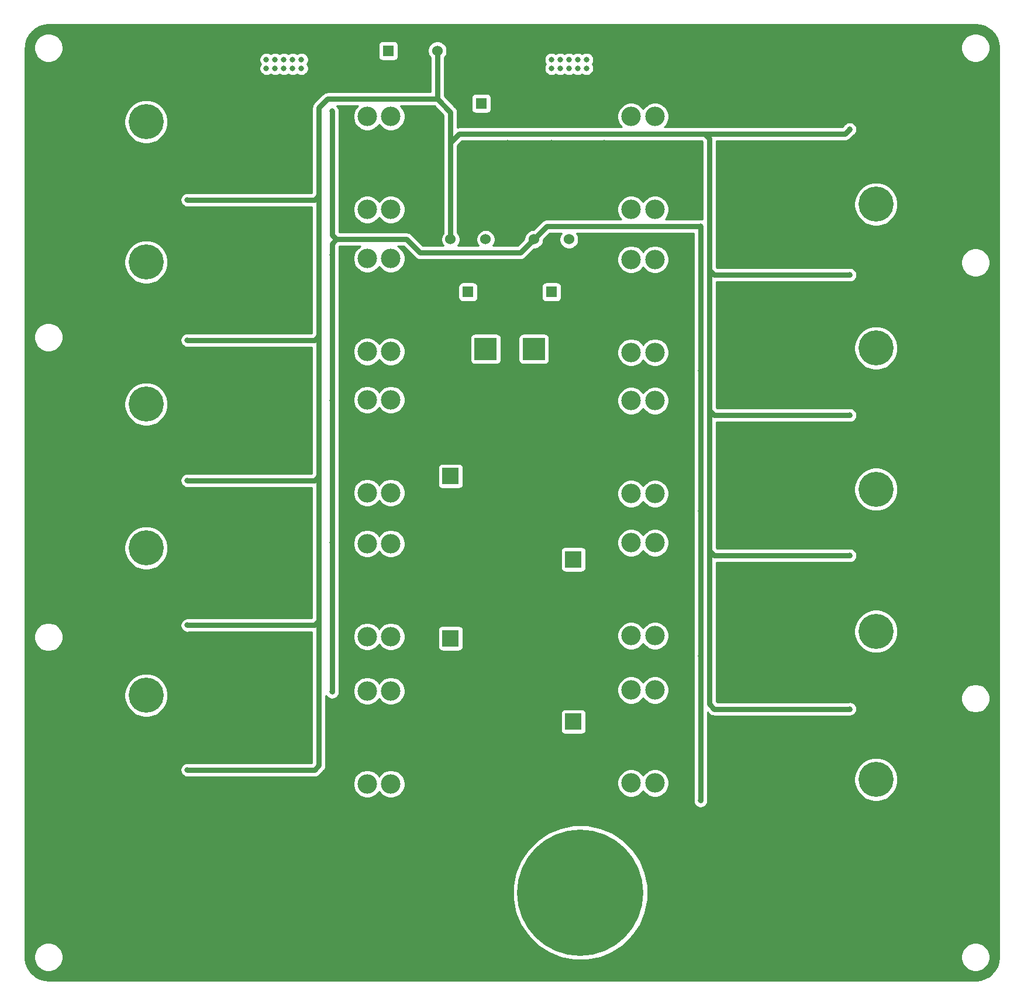
<source format=gbr>
G04 #@! TF.GenerationSoftware,KiCad,Pcbnew,(5.1.4)-1*
G04 #@! TF.CreationDate,2020-02-16T17:55:40-06:00*
G04 #@! TF.ProjectId,PowerBoard_Hardware,506f7765-7242-46f6-9172-645f48617264,rev?*
G04 #@! TF.SameCoordinates,Original*
G04 #@! TF.FileFunction,Copper,L2,Bot*
G04 #@! TF.FilePolarity,Positive*
%FSLAX46Y46*%
G04 Gerber Fmt 4.6, Leading zero omitted, Abs format (unit mm)*
G04 Created by KiCad (PCBNEW (5.1.4)-1) date 2020-02-16 17:55:40*
%MOMM*%
%LPD*%
G04 APERTURE LIST*
%ADD10C,7.112000*%
%ADD11C,0.800000*%
%ADD12C,5.080000*%
%ADD13C,2.819400*%
%ADD14C,18.288000*%
%ADD15C,1.524000*%
%ADD16C,2.400000*%
%ADD17R,2.400000X2.400000*%
%ADD18C,1.600000*%
%ADD19R,1.600000X1.600000*%
%ADD20O,3.200000X3.200000*%
%ADD21R,3.200000X3.200000*%
%ADD22C,0.762000*%
%ADD23C,0.254000*%
G04 APERTURE END LIST*
D10*
X112395000Y-161290000D03*
D11*
X173355000Y-37475000D03*
X173355000Y-36205000D03*
X174625000Y-37475000D03*
X174625000Y-36205000D03*
X175895000Y-37475000D03*
X175895000Y-36205000D03*
X177165000Y-37475000D03*
X177165000Y-36205000D03*
X178435000Y-37475000D03*
X178435000Y-36205000D03*
X132080000Y-37475000D03*
X132080000Y-36205000D03*
X133350000Y-37475000D03*
X133350000Y-36205000D03*
X134620000Y-37475000D03*
X134620000Y-36205000D03*
X135890000Y-37475000D03*
X135890000Y-36205000D03*
X137160000Y-37475000D03*
X137160000Y-36205000D03*
D12*
X122555000Y-45212000D03*
X114681000Y-45212000D03*
D13*
X188341000Y-106172000D03*
X184912000Y-106172000D03*
X184912000Y-119634000D03*
X188341000Y-119634000D03*
X188341000Y-85598000D03*
X184912000Y-85598000D03*
X184912000Y-99060000D03*
X188341000Y-99060000D03*
D12*
X122555000Y-86106000D03*
X114681000Y-86106000D03*
X122555000Y-128270000D03*
X114681000Y-128270000D03*
X114681000Y-65532000D03*
X122555000Y-65532000D03*
D13*
X146685000Y-65024000D03*
X150114000Y-65024000D03*
X150114000Y-78486000D03*
X146685000Y-78486000D03*
X146685000Y-44450000D03*
X150114000Y-44450000D03*
X150114000Y-57912000D03*
X146685000Y-57912000D03*
X146685000Y-85471000D03*
X150114000Y-85471000D03*
X150114000Y-98933000D03*
X146685000Y-98933000D03*
X188341000Y-57912000D03*
X184912000Y-57912000D03*
X184912000Y-44450000D03*
X188341000Y-44450000D03*
X188341000Y-65151000D03*
X184912000Y-65151000D03*
X184912000Y-78613000D03*
X188341000Y-78613000D03*
D14*
X177546000Y-156845000D03*
X142621000Y-156972000D03*
D15*
X175895000Y-62230000D03*
X173355000Y-62230000D03*
X170815000Y-62230000D03*
D16*
X163750000Y-120015000D03*
D17*
X158750000Y-120015000D03*
D18*
X161290000Y-67350000D03*
D19*
X161290000Y-69850000D03*
D18*
X173355000Y-67350000D03*
D19*
X173355000Y-69850000D03*
D17*
X158750000Y-96520000D03*
D16*
X163750000Y-96520000D03*
X171530000Y-108585000D03*
D17*
X176530000Y-108585000D03*
X176530000Y-132080000D03*
D16*
X171530000Y-132080000D03*
D19*
X163195000Y-42545000D03*
D18*
X165695000Y-42545000D03*
X149733000Y-37425000D03*
D19*
X149733000Y-34925000D03*
D12*
X212471000Y-98425000D03*
X220345000Y-98425000D03*
X220345000Y-118999000D03*
X212471000Y-118999000D03*
D20*
X163830000Y-83185000D03*
D21*
X163830000Y-78105000D03*
X170815000Y-78105000D03*
D20*
X170815000Y-83185000D03*
D15*
X163830000Y-62230000D03*
X161290000Y-62230000D03*
X158750000Y-62230000D03*
X156845000Y-34925000D03*
X159385000Y-34925000D03*
D12*
X220345000Y-57150000D03*
X212471000Y-57150000D03*
X220345000Y-77978000D03*
X212471000Y-77978000D03*
X122555000Y-106934000D03*
X114681000Y-106934000D03*
X220345000Y-140462000D03*
X212471000Y-140462000D03*
D13*
X146685000Y-106299000D03*
X150114000Y-106299000D03*
X150114000Y-119761000D03*
X146685000Y-119761000D03*
X146685000Y-141097000D03*
X150114000Y-141097000D03*
X150114000Y-127635000D03*
X146685000Y-127635000D03*
X188341000Y-127508000D03*
X184912000Y-127508000D03*
X184912000Y-140970000D03*
X188341000Y-140970000D03*
D11*
X143891000Y-106172000D03*
X143863000Y-85725000D03*
X143863000Y-65024000D03*
X143891000Y-44196000D03*
X191290000Y-58166000D03*
X191403000Y-79248000D03*
X191290000Y-99568000D03*
X191290000Y-120396000D03*
X191290000Y-141732000D03*
X143863000Y-127762000D03*
X123825000Y-142240000D03*
X196850000Y-43180000D03*
X212725000Y-43815000D03*
X212725000Y-64770000D03*
X212725000Y-85090000D03*
X212725000Y-105410000D03*
X212725000Y-127635000D03*
X123952000Y-120650000D03*
X123825000Y-99695000D03*
X123825000Y-79375000D03*
X123825000Y-59055000D03*
X180975000Y-48260000D03*
X194310000Y-146050000D03*
X201930000Y-146050000D03*
X209550000Y-146050000D03*
X217170000Y-146050000D03*
X224790000Y-146050000D03*
X194310000Y-151765000D03*
X201930000Y-151765000D03*
X209550000Y-151765000D03*
X217170000Y-151765000D03*
X224790000Y-151765000D03*
X224790000Y-158115000D03*
X217170000Y-158115000D03*
X209550000Y-158115000D03*
X201930000Y-158115000D03*
X194310000Y-158115000D03*
X103505000Y-142240000D03*
X103505000Y-97155000D03*
X103505000Y-40005000D03*
X103505000Y-150495000D03*
X120650000Y-150495000D03*
X144272000Y-69088000D03*
X144272000Y-90424000D03*
X144272000Y-110744000D03*
X144272000Y-132588000D03*
X191135000Y-52705000D03*
X191135000Y-74295000D03*
X191135000Y-94615000D03*
X191135000Y-114935000D03*
X191135000Y-136525000D03*
X180975000Y-45720000D03*
X180975000Y-50800000D03*
X180975000Y-43180000D03*
X173355000Y-43180000D03*
X173355000Y-45720000D03*
X173355000Y-48260000D03*
X173355000Y-50800000D03*
X173355000Y-55245000D03*
X167005000Y-50800000D03*
X167005000Y-48260000D03*
X167005000Y-55245000D03*
X167005000Y-59690000D03*
X224155000Y-44450000D03*
X224155000Y-65405000D03*
X224155000Y-85725000D03*
X224155000Y-106045000D03*
X224155000Y-128270000D03*
X113030000Y-119380000D03*
X113030000Y-140335000D03*
X113030000Y-98425000D03*
X113030000Y-78105000D03*
X113030000Y-57785000D03*
X168910000Y-45720000D03*
X167005000Y-45720000D03*
X120650000Y-139065000D03*
X120650000Y-118110000D03*
X120650000Y-97155000D03*
X120650000Y-76835000D03*
X120650000Y-56515000D03*
X216535000Y-46293000D03*
X216535000Y-67375000D03*
X216535000Y-87695000D03*
X216535000Y-108015000D03*
X216535000Y-130240000D03*
X141605000Y-43688000D03*
X141605000Y-64516000D03*
X141605000Y-85598000D03*
X141605000Y-106172000D03*
X194945000Y-81280000D03*
X194945000Y-101600000D03*
X194945000Y-122555000D03*
X194945000Y-60325000D03*
X141605000Y-127762000D03*
X194945000Y-143510000D03*
D22*
X139700000Y-43180000D02*
X140970000Y-41910000D01*
X139700000Y-138430000D02*
X139065000Y-139065000D01*
X139065000Y-139065000D02*
X120650000Y-139065000D01*
X120650000Y-139065000D02*
X120650000Y-139065000D01*
X139700000Y-117475000D02*
X139065000Y-118110000D01*
X139700000Y-138430000D02*
X139700000Y-117475000D01*
X139065000Y-118110000D02*
X120650000Y-118110000D01*
X120650000Y-118110000D02*
X120650000Y-118110000D01*
X139700000Y-96520000D02*
X139065000Y-97155000D01*
X139700000Y-117475000D02*
X139700000Y-96520000D01*
X139065000Y-97155000D02*
X120650000Y-97155000D01*
X120650000Y-97155000D02*
X120650000Y-97155000D01*
X139700000Y-75565000D02*
X139700000Y-76200000D01*
X139700000Y-96520000D02*
X139700000Y-75565000D01*
X139700000Y-76200000D02*
X139065000Y-76835000D01*
X139065000Y-76835000D02*
X120650000Y-76835000D01*
X120650000Y-76835000D02*
X120650000Y-76835000D01*
X139700000Y-55880000D02*
X139065000Y-56515000D01*
X139700000Y-55880000D02*
X139700000Y-43180000D01*
X139700000Y-75565000D02*
X139700000Y-55880000D01*
X139065000Y-56515000D02*
X120650000Y-56515000D01*
X120650000Y-56515000D02*
X120650000Y-56515000D01*
X158750000Y-48260000D02*
X158750000Y-62230000D01*
X158750000Y-48260000D02*
X160020000Y-46990000D01*
X215838000Y-46990000D02*
X216535000Y-46293000D01*
X195580000Y-46990000D02*
X215838000Y-46990000D01*
X160020000Y-46990000D02*
X195580000Y-46990000D01*
X196915000Y-130240000D02*
X216535000Y-130240000D01*
X196215000Y-129540000D02*
X196915000Y-130240000D01*
X195580000Y-46990000D02*
X196215000Y-47625000D01*
X196915000Y-108015000D02*
X196215000Y-107315000D01*
X216535000Y-108015000D02*
X196915000Y-108015000D01*
X196215000Y-107315000D02*
X196215000Y-129540000D01*
X196915000Y-87695000D02*
X196215000Y-86995000D01*
X216535000Y-87695000D02*
X196915000Y-87695000D01*
X196215000Y-86995000D02*
X196215000Y-107315000D01*
X196915000Y-67375000D02*
X196215000Y-66675000D01*
X216535000Y-67375000D02*
X196915000Y-67375000D01*
X196215000Y-47625000D02*
X196215000Y-66675000D01*
X196215000Y-66675000D02*
X196215000Y-86995000D01*
X158750000Y-43815000D02*
X156845000Y-41910000D01*
X140970000Y-41910000D02*
X156845000Y-41910000D01*
X158750000Y-43815000D02*
X158750000Y-48260000D01*
X156845000Y-41910000D02*
X156845000Y-40005000D01*
X156845000Y-41275000D02*
X156845000Y-40005000D01*
X156845000Y-40005000D02*
X156845000Y-34925000D01*
X170815000Y-62230000D02*
X172720000Y-60325000D01*
X172720000Y-60325000D02*
X194310000Y-60325000D01*
X194310000Y-60325000D02*
X194945000Y-60325000D01*
X194945000Y-60325000D02*
X194945000Y-60325000D01*
X194945000Y-60325000D02*
X194945000Y-60960000D01*
X194945000Y-143510000D02*
X194945000Y-122555000D01*
X194945000Y-122555000D02*
X194945000Y-101600000D01*
X194945000Y-101600000D02*
X194945000Y-81280000D01*
X194945000Y-81280000D02*
X194945000Y-60325000D01*
X168910000Y-64135000D02*
X154305000Y-64135000D01*
X170815000Y-62230000D02*
X168910000Y-64135000D01*
X154305000Y-64135000D02*
X152400000Y-62230000D01*
X152400000Y-62230000D02*
X142240000Y-62230000D01*
X142240000Y-62230000D02*
X141605000Y-62865000D01*
X141605000Y-62865000D02*
X141605000Y-64516000D01*
X142240000Y-62230000D02*
X141605000Y-61595000D01*
X141605000Y-61595000D02*
X141605000Y-43815000D01*
X141605000Y-43815000D02*
X141605000Y-43688000D01*
X141605000Y-64516000D02*
X141605000Y-85598000D01*
X141605000Y-106172000D02*
X141605000Y-127762000D01*
X141605000Y-85598000D02*
X141605000Y-106172000D01*
D23*
G36*
X235458891Y-31205515D02*
G01*
X236070565Y-31390190D01*
X236634710Y-31690151D01*
X237129856Y-32093982D01*
X237537133Y-32586297D01*
X237841026Y-33148336D01*
X238029969Y-33758709D01*
X238100001Y-34425022D01*
X238100000Y-166210721D01*
X238034485Y-166878892D01*
X237849812Y-167490561D01*
X237549848Y-168054711D01*
X237146018Y-168549855D01*
X236653703Y-168957133D01*
X236091664Y-169261026D01*
X235481292Y-169449969D01*
X234814978Y-169520001D01*
X100605619Y-169519998D01*
X99924651Y-169475336D01*
X99306955Y-169310376D01*
X98733071Y-169028582D01*
X98224843Y-168640682D01*
X97801644Y-168161460D01*
X97479584Y-167609161D01*
X97270932Y-167004828D01*
X97180825Y-166351066D01*
X97180000Y-166114840D01*
X97180000Y-165964240D01*
X98419920Y-165964240D01*
X98419920Y-166379520D01*
X98500937Y-166786819D01*
X98659857Y-167170487D01*
X98890574Y-167515779D01*
X99184221Y-167809426D01*
X99529513Y-168040143D01*
X99913181Y-168199063D01*
X100320480Y-168280080D01*
X100735760Y-168280080D01*
X101143059Y-168199063D01*
X101526727Y-168040143D01*
X101872019Y-167809426D01*
X102165666Y-167515779D01*
X102396383Y-167170487D01*
X102555303Y-166786819D01*
X102636320Y-166379520D01*
X102636320Y-165964240D01*
X102555303Y-165556941D01*
X102396383Y-165173273D01*
X102165666Y-164827981D01*
X101872019Y-164534334D01*
X101526727Y-164303617D01*
X101143059Y-164144697D01*
X100735760Y-164063680D01*
X100320480Y-164063680D01*
X99913181Y-164144697D01*
X99529513Y-164303617D01*
X99184221Y-164534334D01*
X98890574Y-164827981D01*
X98659857Y-165173273D01*
X98500937Y-165556941D01*
X98419920Y-165964240D01*
X97180000Y-165964240D01*
X97180000Y-155881853D01*
X167767000Y-155881853D01*
X167767000Y-157808147D01*
X168142802Y-159697429D01*
X168879963Y-161477093D01*
X169950155Y-163078749D01*
X171312251Y-164440845D01*
X172913907Y-165511037D01*
X174693571Y-166248198D01*
X176582853Y-166624000D01*
X178509147Y-166624000D01*
X180398429Y-166248198D01*
X181083964Y-165964240D01*
X232643680Y-165964240D01*
X232643680Y-166379520D01*
X232724697Y-166786819D01*
X232883617Y-167170487D01*
X233114334Y-167515779D01*
X233407981Y-167809426D01*
X233753273Y-168040143D01*
X234136941Y-168199063D01*
X234544240Y-168280080D01*
X234959520Y-168280080D01*
X235366819Y-168199063D01*
X235750487Y-168040143D01*
X236095779Y-167809426D01*
X236389426Y-167515779D01*
X236620143Y-167170487D01*
X236779063Y-166786819D01*
X236860080Y-166379520D01*
X236860080Y-165964240D01*
X236779063Y-165556941D01*
X236620143Y-165173273D01*
X236389426Y-164827981D01*
X236095779Y-164534334D01*
X235750487Y-164303617D01*
X235366819Y-164144697D01*
X234959520Y-164063680D01*
X234544240Y-164063680D01*
X234136941Y-164144697D01*
X233753273Y-164303617D01*
X233407981Y-164534334D01*
X233114334Y-164827981D01*
X232883617Y-165173273D01*
X232724697Y-165556941D01*
X232643680Y-165964240D01*
X181083964Y-165964240D01*
X182178093Y-165511037D01*
X183779749Y-164440845D01*
X185141845Y-163078749D01*
X186212037Y-161477093D01*
X186949198Y-159697429D01*
X187325000Y-157808147D01*
X187325000Y-155881853D01*
X186949198Y-153992571D01*
X186212037Y-152212907D01*
X185141845Y-150611251D01*
X183779749Y-149249155D01*
X182178093Y-148178963D01*
X180398429Y-147441802D01*
X178509147Y-147066000D01*
X176582853Y-147066000D01*
X174693571Y-147441802D01*
X172913907Y-148178963D01*
X171312251Y-149249155D01*
X169950155Y-150611251D01*
X168879963Y-152212907D01*
X168142802Y-153992571D01*
X167767000Y-155881853D01*
X97180000Y-155881853D01*
X97180000Y-140895615D01*
X144640300Y-140895615D01*
X144640300Y-141298385D01*
X144718877Y-141693417D01*
X144873011Y-142065528D01*
X145096778Y-142400420D01*
X145381580Y-142685222D01*
X145716472Y-142908989D01*
X146088583Y-143063123D01*
X146483615Y-143141700D01*
X146886385Y-143141700D01*
X147281417Y-143063123D01*
X147653528Y-142908989D01*
X147988420Y-142685222D01*
X148273222Y-142400420D01*
X148399500Y-142211431D01*
X148525778Y-142400420D01*
X148810580Y-142685222D01*
X149145472Y-142908989D01*
X149517583Y-143063123D01*
X149912615Y-143141700D01*
X150315385Y-143141700D01*
X150710417Y-143063123D01*
X151082528Y-142908989D01*
X151417420Y-142685222D01*
X151702222Y-142400420D01*
X151925989Y-142065528D01*
X152080123Y-141693417D01*
X152158700Y-141298385D01*
X152158700Y-140895615D01*
X152133439Y-140768615D01*
X182867300Y-140768615D01*
X182867300Y-141171385D01*
X182945877Y-141566417D01*
X183100011Y-141938528D01*
X183323778Y-142273420D01*
X183608580Y-142558222D01*
X183943472Y-142781989D01*
X184315583Y-142936123D01*
X184710615Y-143014700D01*
X185113385Y-143014700D01*
X185508417Y-142936123D01*
X185880528Y-142781989D01*
X186215420Y-142558222D01*
X186500222Y-142273420D01*
X186626500Y-142084431D01*
X186752778Y-142273420D01*
X187037580Y-142558222D01*
X187372472Y-142781989D01*
X187744583Y-142936123D01*
X188139615Y-143014700D01*
X188542385Y-143014700D01*
X188937417Y-142936123D01*
X189309528Y-142781989D01*
X189644420Y-142558222D01*
X189929222Y-142273420D01*
X190152989Y-141938528D01*
X190307123Y-141566417D01*
X190385700Y-141171385D01*
X190385700Y-140768615D01*
X190307123Y-140373583D01*
X190152989Y-140001472D01*
X189929222Y-139666580D01*
X189644420Y-139381778D01*
X189309528Y-139158011D01*
X188937417Y-139003877D01*
X188542385Y-138925300D01*
X188139615Y-138925300D01*
X187744583Y-139003877D01*
X187372472Y-139158011D01*
X187037580Y-139381778D01*
X186752778Y-139666580D01*
X186626500Y-139855569D01*
X186500222Y-139666580D01*
X186215420Y-139381778D01*
X185880528Y-139158011D01*
X185508417Y-139003877D01*
X185113385Y-138925300D01*
X184710615Y-138925300D01*
X184315583Y-139003877D01*
X183943472Y-139158011D01*
X183608580Y-139381778D01*
X183323778Y-139666580D01*
X183100011Y-140001472D01*
X182945877Y-140373583D01*
X182867300Y-140768615D01*
X152133439Y-140768615D01*
X152080123Y-140500583D01*
X151925989Y-140128472D01*
X151702222Y-139793580D01*
X151417420Y-139508778D01*
X151082528Y-139285011D01*
X150710417Y-139130877D01*
X150315385Y-139052300D01*
X149912615Y-139052300D01*
X149517583Y-139130877D01*
X149145472Y-139285011D01*
X148810580Y-139508778D01*
X148525778Y-139793580D01*
X148399500Y-139982569D01*
X148273222Y-139793580D01*
X147988420Y-139508778D01*
X147653528Y-139285011D01*
X147281417Y-139130877D01*
X146886385Y-139052300D01*
X146483615Y-139052300D01*
X146088583Y-139130877D01*
X145716472Y-139285011D01*
X145381580Y-139508778D01*
X145096778Y-139793580D01*
X144873011Y-140128472D01*
X144718877Y-140500583D01*
X144640300Y-140895615D01*
X97180000Y-140895615D01*
X97180000Y-127957290D01*
X111506000Y-127957290D01*
X111506000Y-128582710D01*
X111628014Y-129196113D01*
X111867352Y-129773926D01*
X112214817Y-130293944D01*
X112657056Y-130736183D01*
X113177074Y-131083648D01*
X113754887Y-131322986D01*
X114368290Y-131445000D01*
X114993710Y-131445000D01*
X115607113Y-131322986D01*
X116184926Y-131083648D01*
X116704944Y-130736183D01*
X117147183Y-130293944D01*
X117494648Y-129773926D01*
X117733986Y-129196113D01*
X117856000Y-128582710D01*
X117856000Y-127957290D01*
X117733986Y-127343887D01*
X117494648Y-126766074D01*
X117147183Y-126246056D01*
X116704944Y-125803817D01*
X116184926Y-125456352D01*
X115607113Y-125217014D01*
X114993710Y-125095000D01*
X114368290Y-125095000D01*
X113754887Y-125217014D01*
X113177074Y-125456352D01*
X112657056Y-125803817D01*
X112214817Y-126246056D01*
X111867352Y-126766074D01*
X111628014Y-127343887D01*
X111506000Y-127957290D01*
X97180000Y-127957290D01*
X97180000Y-119609240D01*
X98419920Y-119609240D01*
X98419920Y-120024520D01*
X98500937Y-120431819D01*
X98659857Y-120815487D01*
X98890574Y-121160779D01*
X99184221Y-121454426D01*
X99529513Y-121685143D01*
X99913181Y-121844063D01*
X100320480Y-121925080D01*
X100735760Y-121925080D01*
X101143059Y-121844063D01*
X101526727Y-121685143D01*
X101872019Y-121454426D01*
X102165666Y-121160779D01*
X102396383Y-120815487D01*
X102555303Y-120431819D01*
X102636320Y-120024520D01*
X102636320Y-119609240D01*
X102555303Y-119201941D01*
X102396383Y-118818273D01*
X102165666Y-118472981D01*
X101872019Y-118179334D01*
X101526727Y-117948617D01*
X101143059Y-117789697D01*
X100735760Y-117708680D01*
X100320480Y-117708680D01*
X99913181Y-117789697D01*
X99529513Y-117948617D01*
X99184221Y-118179334D01*
X98890574Y-118472981D01*
X98659857Y-118818273D01*
X98500937Y-119201941D01*
X98419920Y-119609240D01*
X97180000Y-119609240D01*
X97180000Y-106621290D01*
X111506000Y-106621290D01*
X111506000Y-107246710D01*
X111628014Y-107860113D01*
X111867352Y-108437926D01*
X112214817Y-108957944D01*
X112657056Y-109400183D01*
X113177074Y-109747648D01*
X113754887Y-109986986D01*
X114368290Y-110109000D01*
X114993710Y-110109000D01*
X115607113Y-109986986D01*
X116184926Y-109747648D01*
X116704944Y-109400183D01*
X117147183Y-108957944D01*
X117494648Y-108437926D01*
X117733986Y-107860113D01*
X117856000Y-107246710D01*
X117856000Y-106621290D01*
X117733986Y-106007887D01*
X117494648Y-105430074D01*
X117147183Y-104910056D01*
X116704944Y-104467817D01*
X116184926Y-104120352D01*
X115607113Y-103881014D01*
X114993710Y-103759000D01*
X114368290Y-103759000D01*
X113754887Y-103881014D01*
X113177074Y-104120352D01*
X112657056Y-104467817D01*
X112214817Y-104910056D01*
X111867352Y-105430074D01*
X111628014Y-106007887D01*
X111506000Y-106621290D01*
X97180000Y-106621290D01*
X97180000Y-85793290D01*
X111506000Y-85793290D01*
X111506000Y-86418710D01*
X111628014Y-87032113D01*
X111867352Y-87609926D01*
X112214817Y-88129944D01*
X112657056Y-88572183D01*
X113177074Y-88919648D01*
X113754887Y-89158986D01*
X114368290Y-89281000D01*
X114993710Y-89281000D01*
X115607113Y-89158986D01*
X116184926Y-88919648D01*
X116704944Y-88572183D01*
X117147183Y-88129944D01*
X117494648Y-87609926D01*
X117733986Y-87032113D01*
X117856000Y-86418710D01*
X117856000Y-85793290D01*
X117733986Y-85179887D01*
X117494648Y-84602074D01*
X117147183Y-84082056D01*
X116704944Y-83639817D01*
X116184926Y-83292352D01*
X115607113Y-83053014D01*
X114993710Y-82931000D01*
X114368290Y-82931000D01*
X113754887Y-83053014D01*
X113177074Y-83292352D01*
X112657056Y-83639817D01*
X112214817Y-84082056D01*
X111867352Y-84602074D01*
X111628014Y-85179887D01*
X111506000Y-85793290D01*
X97180000Y-85793290D01*
X97180000Y-76190480D01*
X98419920Y-76190480D01*
X98419920Y-76605760D01*
X98500937Y-77013059D01*
X98659857Y-77396727D01*
X98890574Y-77742019D01*
X99184221Y-78035666D01*
X99529513Y-78266383D01*
X99913181Y-78425303D01*
X100320480Y-78506320D01*
X100735760Y-78506320D01*
X101143059Y-78425303D01*
X101526727Y-78266383D01*
X101872019Y-78035666D01*
X102165666Y-77742019D01*
X102396383Y-77396727D01*
X102555303Y-77013059D01*
X102636320Y-76605760D01*
X102636320Y-76190480D01*
X102555303Y-75783181D01*
X102396383Y-75399513D01*
X102165666Y-75054221D01*
X101872019Y-74760574D01*
X101526727Y-74529857D01*
X101143059Y-74370937D01*
X100735760Y-74289920D01*
X100320480Y-74289920D01*
X99913181Y-74370937D01*
X99529513Y-74529857D01*
X99184221Y-74760574D01*
X98890574Y-75054221D01*
X98659857Y-75399513D01*
X98500937Y-75783181D01*
X98419920Y-76190480D01*
X97180000Y-76190480D01*
X97180000Y-65219290D01*
X111506000Y-65219290D01*
X111506000Y-65844710D01*
X111628014Y-66458113D01*
X111867352Y-67035926D01*
X112214817Y-67555944D01*
X112657056Y-67998183D01*
X113177074Y-68345648D01*
X113754887Y-68584986D01*
X114368290Y-68707000D01*
X114993710Y-68707000D01*
X115607113Y-68584986D01*
X116184926Y-68345648D01*
X116704944Y-67998183D01*
X117147183Y-67555944D01*
X117494648Y-67035926D01*
X117733986Y-66458113D01*
X117856000Y-65844710D01*
X117856000Y-65219290D01*
X117733986Y-64605887D01*
X117494648Y-64028074D01*
X117147183Y-63508056D01*
X116704944Y-63065817D01*
X116184926Y-62718352D01*
X115607113Y-62479014D01*
X114993710Y-62357000D01*
X114368290Y-62357000D01*
X113754887Y-62479014D01*
X113177074Y-62718352D01*
X112657056Y-63065817D01*
X112214817Y-63508056D01*
X111867352Y-64028074D01*
X111628014Y-64605887D01*
X111506000Y-65219290D01*
X97180000Y-65219290D01*
X97180000Y-56413061D01*
X119615000Y-56413061D01*
X119615000Y-56616939D01*
X119654774Y-56816898D01*
X119732795Y-57005256D01*
X119846063Y-57174774D01*
X119990226Y-57318937D01*
X120159744Y-57432205D01*
X120348102Y-57510226D01*
X120548061Y-57550000D01*
X120751939Y-57550000D01*
X120847459Y-57531000D01*
X138684001Y-57531000D01*
X138684000Y-75515098D01*
X138684000Y-75779160D01*
X138644160Y-75819000D01*
X120847459Y-75819000D01*
X120751939Y-75800000D01*
X120548061Y-75800000D01*
X120348102Y-75839774D01*
X120159744Y-75917795D01*
X119990226Y-76031063D01*
X119846063Y-76175226D01*
X119732795Y-76344744D01*
X119654774Y-76533102D01*
X119615000Y-76733061D01*
X119615000Y-76936939D01*
X119654774Y-77136898D01*
X119732795Y-77325256D01*
X119846063Y-77494774D01*
X119990226Y-77638937D01*
X120159744Y-77752205D01*
X120348102Y-77830226D01*
X120548061Y-77870000D01*
X120751939Y-77870000D01*
X120847459Y-77851000D01*
X138684001Y-77851000D01*
X138684000Y-96099160D01*
X138644160Y-96139000D01*
X120847459Y-96139000D01*
X120751939Y-96120000D01*
X120548061Y-96120000D01*
X120348102Y-96159774D01*
X120159744Y-96237795D01*
X119990226Y-96351063D01*
X119846063Y-96495226D01*
X119732795Y-96664744D01*
X119654774Y-96853102D01*
X119615000Y-97053061D01*
X119615000Y-97256939D01*
X119654774Y-97456898D01*
X119732795Y-97645256D01*
X119846063Y-97814774D01*
X119990226Y-97958937D01*
X120159744Y-98072205D01*
X120348102Y-98150226D01*
X120548061Y-98190000D01*
X120751939Y-98190000D01*
X120847459Y-98171000D01*
X138684001Y-98171000D01*
X138684000Y-117054160D01*
X138644160Y-117094000D01*
X120847459Y-117094000D01*
X120751939Y-117075000D01*
X120548061Y-117075000D01*
X120348102Y-117114774D01*
X120159744Y-117192795D01*
X119990226Y-117306063D01*
X119846063Y-117450226D01*
X119732795Y-117619744D01*
X119654774Y-117808102D01*
X119615000Y-118008061D01*
X119615000Y-118211939D01*
X119654774Y-118411898D01*
X119732795Y-118600256D01*
X119846063Y-118769774D01*
X119990226Y-118913937D01*
X120159744Y-119027205D01*
X120348102Y-119105226D01*
X120548061Y-119145000D01*
X120751939Y-119145000D01*
X120847459Y-119126000D01*
X138684001Y-119126000D01*
X138684000Y-138009160D01*
X138644160Y-138049000D01*
X120847459Y-138049000D01*
X120751939Y-138030000D01*
X120548061Y-138030000D01*
X120348102Y-138069774D01*
X120159744Y-138147795D01*
X119990226Y-138261063D01*
X119846063Y-138405226D01*
X119732795Y-138574744D01*
X119654774Y-138763102D01*
X119615000Y-138963061D01*
X119615000Y-139166939D01*
X119654774Y-139366898D01*
X119732795Y-139555256D01*
X119846063Y-139724774D01*
X119990226Y-139868937D01*
X120159744Y-139982205D01*
X120348102Y-140060226D01*
X120548061Y-140100000D01*
X120751939Y-140100000D01*
X120847459Y-140081000D01*
X139015098Y-140081000D01*
X139065000Y-140085915D01*
X139114902Y-140081000D01*
X139264171Y-140066298D01*
X139455687Y-140008202D01*
X139632190Y-139913860D01*
X139786896Y-139786896D01*
X139818713Y-139748127D01*
X140383127Y-139183713D01*
X140421896Y-139151896D01*
X140548860Y-138997190D01*
X140643202Y-138820687D01*
X140701298Y-138629171D01*
X140716000Y-138479902D01*
X140716000Y-138479901D01*
X140720915Y-138430000D01*
X140716000Y-138380098D01*
X140716000Y-130880000D01*
X174691928Y-130880000D01*
X174691928Y-133280000D01*
X174704188Y-133404482D01*
X174740498Y-133524180D01*
X174799463Y-133634494D01*
X174878815Y-133731185D01*
X174975506Y-133810537D01*
X175085820Y-133869502D01*
X175205518Y-133905812D01*
X175330000Y-133918072D01*
X177730000Y-133918072D01*
X177854482Y-133905812D01*
X177974180Y-133869502D01*
X178084494Y-133810537D01*
X178181185Y-133731185D01*
X178260537Y-133634494D01*
X178319502Y-133524180D01*
X178355812Y-133404482D01*
X178368072Y-133280000D01*
X178368072Y-130880000D01*
X178355812Y-130755518D01*
X178319502Y-130635820D01*
X178260537Y-130525506D01*
X178181185Y-130428815D01*
X178084494Y-130349463D01*
X177974180Y-130290498D01*
X177854482Y-130254188D01*
X177730000Y-130241928D01*
X175330000Y-130241928D01*
X175205518Y-130254188D01*
X175085820Y-130290498D01*
X174975506Y-130349463D01*
X174878815Y-130428815D01*
X174799463Y-130525506D01*
X174740498Y-130635820D01*
X174704188Y-130755518D01*
X174691928Y-130880000D01*
X140716000Y-130880000D01*
X140716000Y-128294468D01*
X140801063Y-128421774D01*
X140945226Y-128565937D01*
X141114744Y-128679205D01*
X141303102Y-128757226D01*
X141503061Y-128797000D01*
X141706939Y-128797000D01*
X141906898Y-128757226D01*
X142095256Y-128679205D01*
X142264774Y-128565937D01*
X142408937Y-128421774D01*
X142522205Y-128252256D01*
X142600226Y-128063898D01*
X142640000Y-127863939D01*
X142640000Y-127660061D01*
X142621000Y-127564541D01*
X142621000Y-127433615D01*
X144640300Y-127433615D01*
X144640300Y-127836385D01*
X144718877Y-128231417D01*
X144873011Y-128603528D01*
X145096778Y-128938420D01*
X145381580Y-129223222D01*
X145716472Y-129446989D01*
X146088583Y-129601123D01*
X146483615Y-129679700D01*
X146886385Y-129679700D01*
X147281417Y-129601123D01*
X147653528Y-129446989D01*
X147988420Y-129223222D01*
X148273222Y-128938420D01*
X148399500Y-128749431D01*
X148525778Y-128938420D01*
X148810580Y-129223222D01*
X149145472Y-129446989D01*
X149517583Y-129601123D01*
X149912615Y-129679700D01*
X150315385Y-129679700D01*
X150710417Y-129601123D01*
X151082528Y-129446989D01*
X151417420Y-129223222D01*
X151702222Y-128938420D01*
X151925989Y-128603528D01*
X152080123Y-128231417D01*
X152158700Y-127836385D01*
X152158700Y-127433615D01*
X152133439Y-127306615D01*
X182867300Y-127306615D01*
X182867300Y-127709385D01*
X182945877Y-128104417D01*
X183100011Y-128476528D01*
X183323778Y-128811420D01*
X183608580Y-129096222D01*
X183943472Y-129319989D01*
X184315583Y-129474123D01*
X184710615Y-129552700D01*
X185113385Y-129552700D01*
X185508417Y-129474123D01*
X185880528Y-129319989D01*
X186215420Y-129096222D01*
X186500222Y-128811420D01*
X186626500Y-128622431D01*
X186752778Y-128811420D01*
X187037580Y-129096222D01*
X187372472Y-129319989D01*
X187744583Y-129474123D01*
X188139615Y-129552700D01*
X188542385Y-129552700D01*
X188937417Y-129474123D01*
X189309528Y-129319989D01*
X189644420Y-129096222D01*
X189929222Y-128811420D01*
X190152989Y-128476528D01*
X190307123Y-128104417D01*
X190385700Y-127709385D01*
X190385700Y-127306615D01*
X190307123Y-126911583D01*
X190152989Y-126539472D01*
X189929222Y-126204580D01*
X189644420Y-125919778D01*
X189309528Y-125696011D01*
X188937417Y-125541877D01*
X188542385Y-125463300D01*
X188139615Y-125463300D01*
X187744583Y-125541877D01*
X187372472Y-125696011D01*
X187037580Y-125919778D01*
X186752778Y-126204580D01*
X186626500Y-126393569D01*
X186500222Y-126204580D01*
X186215420Y-125919778D01*
X185880528Y-125696011D01*
X185508417Y-125541877D01*
X185113385Y-125463300D01*
X184710615Y-125463300D01*
X184315583Y-125541877D01*
X183943472Y-125696011D01*
X183608580Y-125919778D01*
X183323778Y-126204580D01*
X183100011Y-126539472D01*
X182945877Y-126911583D01*
X182867300Y-127306615D01*
X152133439Y-127306615D01*
X152080123Y-127038583D01*
X151925989Y-126666472D01*
X151702222Y-126331580D01*
X151417420Y-126046778D01*
X151082528Y-125823011D01*
X150710417Y-125668877D01*
X150315385Y-125590300D01*
X149912615Y-125590300D01*
X149517583Y-125668877D01*
X149145472Y-125823011D01*
X148810580Y-126046778D01*
X148525778Y-126331580D01*
X148399500Y-126520569D01*
X148273222Y-126331580D01*
X147988420Y-126046778D01*
X147653528Y-125823011D01*
X147281417Y-125668877D01*
X146886385Y-125590300D01*
X146483615Y-125590300D01*
X146088583Y-125668877D01*
X145716472Y-125823011D01*
X145381580Y-126046778D01*
X145096778Y-126331580D01*
X144873011Y-126666472D01*
X144718877Y-127038583D01*
X144640300Y-127433615D01*
X142621000Y-127433615D01*
X142621000Y-119559615D01*
X144640300Y-119559615D01*
X144640300Y-119962385D01*
X144718877Y-120357417D01*
X144873011Y-120729528D01*
X145096778Y-121064420D01*
X145381580Y-121349222D01*
X145716472Y-121572989D01*
X146088583Y-121727123D01*
X146483615Y-121805700D01*
X146886385Y-121805700D01*
X147281417Y-121727123D01*
X147653528Y-121572989D01*
X147988420Y-121349222D01*
X148273222Y-121064420D01*
X148399500Y-120875431D01*
X148525778Y-121064420D01*
X148810580Y-121349222D01*
X149145472Y-121572989D01*
X149517583Y-121727123D01*
X149912615Y-121805700D01*
X150315385Y-121805700D01*
X150710417Y-121727123D01*
X151082528Y-121572989D01*
X151417420Y-121349222D01*
X151702222Y-121064420D01*
X151925989Y-120729528D01*
X152080123Y-120357417D01*
X152158700Y-119962385D01*
X152158700Y-119559615D01*
X152080123Y-119164583D01*
X151935321Y-118815000D01*
X156911928Y-118815000D01*
X156911928Y-121215000D01*
X156924188Y-121339482D01*
X156960498Y-121459180D01*
X157019463Y-121569494D01*
X157098815Y-121666185D01*
X157195506Y-121745537D01*
X157305820Y-121804502D01*
X157425518Y-121840812D01*
X157550000Y-121853072D01*
X159950000Y-121853072D01*
X160074482Y-121840812D01*
X160194180Y-121804502D01*
X160304494Y-121745537D01*
X160401185Y-121666185D01*
X160480537Y-121569494D01*
X160539502Y-121459180D01*
X160575812Y-121339482D01*
X160588072Y-121215000D01*
X160588072Y-119432615D01*
X182867300Y-119432615D01*
X182867300Y-119835385D01*
X182945877Y-120230417D01*
X183100011Y-120602528D01*
X183323778Y-120937420D01*
X183608580Y-121222222D01*
X183943472Y-121445989D01*
X184315583Y-121600123D01*
X184710615Y-121678700D01*
X185113385Y-121678700D01*
X185508417Y-121600123D01*
X185880528Y-121445989D01*
X186215420Y-121222222D01*
X186500222Y-120937420D01*
X186626500Y-120748431D01*
X186752778Y-120937420D01*
X187037580Y-121222222D01*
X187372472Y-121445989D01*
X187744583Y-121600123D01*
X188139615Y-121678700D01*
X188542385Y-121678700D01*
X188937417Y-121600123D01*
X189309528Y-121445989D01*
X189644420Y-121222222D01*
X189929222Y-120937420D01*
X190152989Y-120602528D01*
X190307123Y-120230417D01*
X190385700Y-119835385D01*
X190385700Y-119432615D01*
X190307123Y-119037583D01*
X190152989Y-118665472D01*
X189929222Y-118330580D01*
X189644420Y-118045778D01*
X189309528Y-117822011D01*
X188937417Y-117667877D01*
X188542385Y-117589300D01*
X188139615Y-117589300D01*
X187744583Y-117667877D01*
X187372472Y-117822011D01*
X187037580Y-118045778D01*
X186752778Y-118330580D01*
X186626500Y-118519569D01*
X186500222Y-118330580D01*
X186215420Y-118045778D01*
X185880528Y-117822011D01*
X185508417Y-117667877D01*
X185113385Y-117589300D01*
X184710615Y-117589300D01*
X184315583Y-117667877D01*
X183943472Y-117822011D01*
X183608580Y-118045778D01*
X183323778Y-118330580D01*
X183100011Y-118665472D01*
X182945877Y-119037583D01*
X182867300Y-119432615D01*
X160588072Y-119432615D01*
X160588072Y-118815000D01*
X160575812Y-118690518D01*
X160539502Y-118570820D01*
X160480537Y-118460506D01*
X160401185Y-118363815D01*
X160304494Y-118284463D01*
X160194180Y-118225498D01*
X160074482Y-118189188D01*
X159950000Y-118176928D01*
X157550000Y-118176928D01*
X157425518Y-118189188D01*
X157305820Y-118225498D01*
X157195506Y-118284463D01*
X157098815Y-118363815D01*
X157019463Y-118460506D01*
X156960498Y-118570820D01*
X156924188Y-118690518D01*
X156911928Y-118815000D01*
X151935321Y-118815000D01*
X151925989Y-118792472D01*
X151702222Y-118457580D01*
X151417420Y-118172778D01*
X151082528Y-117949011D01*
X150710417Y-117794877D01*
X150315385Y-117716300D01*
X149912615Y-117716300D01*
X149517583Y-117794877D01*
X149145472Y-117949011D01*
X148810580Y-118172778D01*
X148525778Y-118457580D01*
X148399500Y-118646569D01*
X148273222Y-118457580D01*
X147988420Y-118172778D01*
X147653528Y-117949011D01*
X147281417Y-117794877D01*
X146886385Y-117716300D01*
X146483615Y-117716300D01*
X146088583Y-117794877D01*
X145716472Y-117949011D01*
X145381580Y-118172778D01*
X145096778Y-118457580D01*
X144873011Y-118792472D01*
X144718877Y-119164583D01*
X144640300Y-119559615D01*
X142621000Y-119559615D01*
X142621000Y-106369459D01*
X142640000Y-106273939D01*
X142640000Y-106097615D01*
X144640300Y-106097615D01*
X144640300Y-106500385D01*
X144718877Y-106895417D01*
X144873011Y-107267528D01*
X145096778Y-107602420D01*
X145381580Y-107887222D01*
X145716472Y-108110989D01*
X146088583Y-108265123D01*
X146483615Y-108343700D01*
X146886385Y-108343700D01*
X147281417Y-108265123D01*
X147653528Y-108110989D01*
X147988420Y-107887222D01*
X148273222Y-107602420D01*
X148399500Y-107413431D01*
X148525778Y-107602420D01*
X148810580Y-107887222D01*
X149145472Y-108110989D01*
X149517583Y-108265123D01*
X149912615Y-108343700D01*
X150315385Y-108343700D01*
X150710417Y-108265123D01*
X151082528Y-108110989D01*
X151417420Y-107887222D01*
X151702222Y-107602420D01*
X151847496Y-107385000D01*
X174691928Y-107385000D01*
X174691928Y-109785000D01*
X174704188Y-109909482D01*
X174740498Y-110029180D01*
X174799463Y-110139494D01*
X174878815Y-110236185D01*
X174975506Y-110315537D01*
X175085820Y-110374502D01*
X175205518Y-110410812D01*
X175330000Y-110423072D01*
X177730000Y-110423072D01*
X177854482Y-110410812D01*
X177974180Y-110374502D01*
X178084494Y-110315537D01*
X178181185Y-110236185D01*
X178260537Y-110139494D01*
X178319502Y-110029180D01*
X178355812Y-109909482D01*
X178368072Y-109785000D01*
X178368072Y-107385000D01*
X178355812Y-107260518D01*
X178319502Y-107140820D01*
X178260537Y-107030506D01*
X178181185Y-106933815D01*
X178084494Y-106854463D01*
X177974180Y-106795498D01*
X177854482Y-106759188D01*
X177730000Y-106746928D01*
X175330000Y-106746928D01*
X175205518Y-106759188D01*
X175085820Y-106795498D01*
X174975506Y-106854463D01*
X174878815Y-106933815D01*
X174799463Y-107030506D01*
X174740498Y-107140820D01*
X174704188Y-107260518D01*
X174691928Y-107385000D01*
X151847496Y-107385000D01*
X151925989Y-107267528D01*
X152080123Y-106895417D01*
X152158700Y-106500385D01*
X152158700Y-106097615D01*
X152133439Y-105970615D01*
X182867300Y-105970615D01*
X182867300Y-106373385D01*
X182945877Y-106768417D01*
X183100011Y-107140528D01*
X183323778Y-107475420D01*
X183608580Y-107760222D01*
X183943472Y-107983989D01*
X184315583Y-108138123D01*
X184710615Y-108216700D01*
X185113385Y-108216700D01*
X185508417Y-108138123D01*
X185880528Y-107983989D01*
X186215420Y-107760222D01*
X186500222Y-107475420D01*
X186626500Y-107286431D01*
X186752778Y-107475420D01*
X187037580Y-107760222D01*
X187372472Y-107983989D01*
X187744583Y-108138123D01*
X188139615Y-108216700D01*
X188542385Y-108216700D01*
X188937417Y-108138123D01*
X189309528Y-107983989D01*
X189644420Y-107760222D01*
X189929222Y-107475420D01*
X190152989Y-107140528D01*
X190307123Y-106768417D01*
X190385700Y-106373385D01*
X190385700Y-105970615D01*
X190307123Y-105575583D01*
X190152989Y-105203472D01*
X189929222Y-104868580D01*
X189644420Y-104583778D01*
X189309528Y-104360011D01*
X188937417Y-104205877D01*
X188542385Y-104127300D01*
X188139615Y-104127300D01*
X187744583Y-104205877D01*
X187372472Y-104360011D01*
X187037580Y-104583778D01*
X186752778Y-104868580D01*
X186626500Y-105057569D01*
X186500222Y-104868580D01*
X186215420Y-104583778D01*
X185880528Y-104360011D01*
X185508417Y-104205877D01*
X185113385Y-104127300D01*
X184710615Y-104127300D01*
X184315583Y-104205877D01*
X183943472Y-104360011D01*
X183608580Y-104583778D01*
X183323778Y-104868580D01*
X183100011Y-105203472D01*
X182945877Y-105575583D01*
X182867300Y-105970615D01*
X152133439Y-105970615D01*
X152080123Y-105702583D01*
X151925989Y-105330472D01*
X151702222Y-104995580D01*
X151417420Y-104710778D01*
X151082528Y-104487011D01*
X150710417Y-104332877D01*
X150315385Y-104254300D01*
X149912615Y-104254300D01*
X149517583Y-104332877D01*
X149145472Y-104487011D01*
X148810580Y-104710778D01*
X148525778Y-104995580D01*
X148399500Y-105184569D01*
X148273222Y-104995580D01*
X147988420Y-104710778D01*
X147653528Y-104487011D01*
X147281417Y-104332877D01*
X146886385Y-104254300D01*
X146483615Y-104254300D01*
X146088583Y-104332877D01*
X145716472Y-104487011D01*
X145381580Y-104710778D01*
X145096778Y-104995580D01*
X144873011Y-105330472D01*
X144718877Y-105702583D01*
X144640300Y-106097615D01*
X142640000Y-106097615D01*
X142640000Y-106070061D01*
X142621000Y-105974541D01*
X142621000Y-98731615D01*
X144640300Y-98731615D01*
X144640300Y-99134385D01*
X144718877Y-99529417D01*
X144873011Y-99901528D01*
X145096778Y-100236420D01*
X145381580Y-100521222D01*
X145716472Y-100744989D01*
X146088583Y-100899123D01*
X146483615Y-100977700D01*
X146886385Y-100977700D01*
X147281417Y-100899123D01*
X147653528Y-100744989D01*
X147988420Y-100521222D01*
X148273222Y-100236420D01*
X148399500Y-100047431D01*
X148525778Y-100236420D01*
X148810580Y-100521222D01*
X149145472Y-100744989D01*
X149517583Y-100899123D01*
X149912615Y-100977700D01*
X150315385Y-100977700D01*
X150710417Y-100899123D01*
X151082528Y-100744989D01*
X151417420Y-100521222D01*
X151702222Y-100236420D01*
X151925989Y-99901528D01*
X152080123Y-99529417D01*
X152158700Y-99134385D01*
X152158700Y-98858615D01*
X182867300Y-98858615D01*
X182867300Y-99261385D01*
X182945877Y-99656417D01*
X183100011Y-100028528D01*
X183323778Y-100363420D01*
X183608580Y-100648222D01*
X183943472Y-100871989D01*
X184315583Y-101026123D01*
X184710615Y-101104700D01*
X185113385Y-101104700D01*
X185508417Y-101026123D01*
X185880528Y-100871989D01*
X186215420Y-100648222D01*
X186500222Y-100363420D01*
X186626500Y-100174431D01*
X186752778Y-100363420D01*
X187037580Y-100648222D01*
X187372472Y-100871989D01*
X187744583Y-101026123D01*
X188139615Y-101104700D01*
X188542385Y-101104700D01*
X188937417Y-101026123D01*
X189309528Y-100871989D01*
X189644420Y-100648222D01*
X189929222Y-100363420D01*
X190152989Y-100028528D01*
X190307123Y-99656417D01*
X190385700Y-99261385D01*
X190385700Y-98858615D01*
X190307123Y-98463583D01*
X190152989Y-98091472D01*
X189929222Y-97756580D01*
X189644420Y-97471778D01*
X189309528Y-97248011D01*
X188937417Y-97093877D01*
X188542385Y-97015300D01*
X188139615Y-97015300D01*
X187744583Y-97093877D01*
X187372472Y-97248011D01*
X187037580Y-97471778D01*
X186752778Y-97756580D01*
X186626500Y-97945569D01*
X186500222Y-97756580D01*
X186215420Y-97471778D01*
X185880528Y-97248011D01*
X185508417Y-97093877D01*
X185113385Y-97015300D01*
X184710615Y-97015300D01*
X184315583Y-97093877D01*
X183943472Y-97248011D01*
X183608580Y-97471778D01*
X183323778Y-97756580D01*
X183100011Y-98091472D01*
X182945877Y-98463583D01*
X182867300Y-98858615D01*
X152158700Y-98858615D01*
X152158700Y-98731615D01*
X152080123Y-98336583D01*
X151925989Y-97964472D01*
X151702222Y-97629580D01*
X151417420Y-97344778D01*
X151082528Y-97121011D01*
X150710417Y-96966877D01*
X150315385Y-96888300D01*
X149912615Y-96888300D01*
X149517583Y-96966877D01*
X149145472Y-97121011D01*
X148810580Y-97344778D01*
X148525778Y-97629580D01*
X148399500Y-97818569D01*
X148273222Y-97629580D01*
X147988420Y-97344778D01*
X147653528Y-97121011D01*
X147281417Y-96966877D01*
X146886385Y-96888300D01*
X146483615Y-96888300D01*
X146088583Y-96966877D01*
X145716472Y-97121011D01*
X145381580Y-97344778D01*
X145096778Y-97629580D01*
X144873011Y-97964472D01*
X144718877Y-98336583D01*
X144640300Y-98731615D01*
X142621000Y-98731615D01*
X142621000Y-95320000D01*
X156911928Y-95320000D01*
X156911928Y-97720000D01*
X156924188Y-97844482D01*
X156960498Y-97964180D01*
X157019463Y-98074494D01*
X157098815Y-98171185D01*
X157195506Y-98250537D01*
X157305820Y-98309502D01*
X157425518Y-98345812D01*
X157550000Y-98358072D01*
X159950000Y-98358072D01*
X160074482Y-98345812D01*
X160194180Y-98309502D01*
X160304494Y-98250537D01*
X160401185Y-98171185D01*
X160480537Y-98074494D01*
X160539502Y-97964180D01*
X160575812Y-97844482D01*
X160588072Y-97720000D01*
X160588072Y-95320000D01*
X160575812Y-95195518D01*
X160539502Y-95075820D01*
X160480537Y-94965506D01*
X160401185Y-94868815D01*
X160304494Y-94789463D01*
X160194180Y-94730498D01*
X160074482Y-94694188D01*
X159950000Y-94681928D01*
X157550000Y-94681928D01*
X157425518Y-94694188D01*
X157305820Y-94730498D01*
X157195506Y-94789463D01*
X157098815Y-94868815D01*
X157019463Y-94965506D01*
X156960498Y-95075820D01*
X156924188Y-95195518D01*
X156911928Y-95320000D01*
X142621000Y-95320000D01*
X142621000Y-85795459D01*
X142640000Y-85699939D01*
X142640000Y-85496061D01*
X142621000Y-85400541D01*
X142621000Y-85269615D01*
X144640300Y-85269615D01*
X144640300Y-85672385D01*
X144718877Y-86067417D01*
X144873011Y-86439528D01*
X145096778Y-86774420D01*
X145381580Y-87059222D01*
X145716472Y-87282989D01*
X146088583Y-87437123D01*
X146483615Y-87515700D01*
X146886385Y-87515700D01*
X147281417Y-87437123D01*
X147653528Y-87282989D01*
X147988420Y-87059222D01*
X148273222Y-86774420D01*
X148399500Y-86585431D01*
X148525778Y-86774420D01*
X148810580Y-87059222D01*
X149145472Y-87282989D01*
X149517583Y-87437123D01*
X149912615Y-87515700D01*
X150315385Y-87515700D01*
X150710417Y-87437123D01*
X151082528Y-87282989D01*
X151417420Y-87059222D01*
X151702222Y-86774420D01*
X151925989Y-86439528D01*
X152080123Y-86067417D01*
X152158700Y-85672385D01*
X152158700Y-85396615D01*
X182867300Y-85396615D01*
X182867300Y-85799385D01*
X182945877Y-86194417D01*
X183100011Y-86566528D01*
X183323778Y-86901420D01*
X183608580Y-87186222D01*
X183943472Y-87409989D01*
X184315583Y-87564123D01*
X184710615Y-87642700D01*
X185113385Y-87642700D01*
X185508417Y-87564123D01*
X185880528Y-87409989D01*
X186215420Y-87186222D01*
X186500222Y-86901420D01*
X186626500Y-86712431D01*
X186752778Y-86901420D01*
X187037580Y-87186222D01*
X187372472Y-87409989D01*
X187744583Y-87564123D01*
X188139615Y-87642700D01*
X188542385Y-87642700D01*
X188937417Y-87564123D01*
X189309528Y-87409989D01*
X189644420Y-87186222D01*
X189929222Y-86901420D01*
X190152989Y-86566528D01*
X190307123Y-86194417D01*
X190385700Y-85799385D01*
X190385700Y-85396615D01*
X190307123Y-85001583D01*
X190152989Y-84629472D01*
X189929222Y-84294580D01*
X189644420Y-84009778D01*
X189309528Y-83786011D01*
X188937417Y-83631877D01*
X188542385Y-83553300D01*
X188139615Y-83553300D01*
X187744583Y-83631877D01*
X187372472Y-83786011D01*
X187037580Y-84009778D01*
X186752778Y-84294580D01*
X186626500Y-84483569D01*
X186500222Y-84294580D01*
X186215420Y-84009778D01*
X185880528Y-83786011D01*
X185508417Y-83631877D01*
X185113385Y-83553300D01*
X184710615Y-83553300D01*
X184315583Y-83631877D01*
X183943472Y-83786011D01*
X183608580Y-84009778D01*
X183323778Y-84294580D01*
X183100011Y-84629472D01*
X182945877Y-85001583D01*
X182867300Y-85396615D01*
X152158700Y-85396615D01*
X152158700Y-85269615D01*
X152080123Y-84874583D01*
X151925989Y-84502472D01*
X151702222Y-84167580D01*
X151417420Y-83882778D01*
X151082528Y-83659011D01*
X150710417Y-83504877D01*
X150315385Y-83426300D01*
X149912615Y-83426300D01*
X149517583Y-83504877D01*
X149145472Y-83659011D01*
X148810580Y-83882778D01*
X148525778Y-84167580D01*
X148399500Y-84356569D01*
X148273222Y-84167580D01*
X147988420Y-83882778D01*
X147653528Y-83659011D01*
X147281417Y-83504877D01*
X146886385Y-83426300D01*
X146483615Y-83426300D01*
X146088583Y-83504877D01*
X145716472Y-83659011D01*
X145381580Y-83882778D01*
X145096778Y-84167580D01*
X144873011Y-84502472D01*
X144718877Y-84874583D01*
X144640300Y-85269615D01*
X142621000Y-85269615D01*
X142621000Y-78284615D01*
X144640300Y-78284615D01*
X144640300Y-78687385D01*
X144718877Y-79082417D01*
X144873011Y-79454528D01*
X145096778Y-79789420D01*
X145381580Y-80074222D01*
X145716472Y-80297989D01*
X146088583Y-80452123D01*
X146483615Y-80530700D01*
X146886385Y-80530700D01*
X147281417Y-80452123D01*
X147653528Y-80297989D01*
X147988420Y-80074222D01*
X148273222Y-79789420D01*
X148399500Y-79600431D01*
X148525778Y-79789420D01*
X148810580Y-80074222D01*
X149145472Y-80297989D01*
X149517583Y-80452123D01*
X149912615Y-80530700D01*
X150315385Y-80530700D01*
X150710417Y-80452123D01*
X151082528Y-80297989D01*
X151417420Y-80074222D01*
X151702222Y-79789420D01*
X151925989Y-79454528D01*
X152080123Y-79082417D01*
X152158700Y-78687385D01*
X152158700Y-78284615D01*
X152080123Y-77889583D01*
X151925989Y-77517472D01*
X151702222Y-77182580D01*
X151417420Y-76897778D01*
X151082528Y-76674011D01*
X150710417Y-76519877D01*
X150635626Y-76505000D01*
X161591928Y-76505000D01*
X161591928Y-79705000D01*
X161604188Y-79829482D01*
X161640498Y-79949180D01*
X161699463Y-80059494D01*
X161778815Y-80156185D01*
X161875506Y-80235537D01*
X161985820Y-80294502D01*
X162105518Y-80330812D01*
X162230000Y-80343072D01*
X165430000Y-80343072D01*
X165554482Y-80330812D01*
X165674180Y-80294502D01*
X165784494Y-80235537D01*
X165881185Y-80156185D01*
X165960537Y-80059494D01*
X166019502Y-79949180D01*
X166055812Y-79829482D01*
X166068072Y-79705000D01*
X166068072Y-76505000D01*
X168576928Y-76505000D01*
X168576928Y-79705000D01*
X168589188Y-79829482D01*
X168625498Y-79949180D01*
X168684463Y-80059494D01*
X168763815Y-80156185D01*
X168860506Y-80235537D01*
X168970820Y-80294502D01*
X169090518Y-80330812D01*
X169215000Y-80343072D01*
X172415000Y-80343072D01*
X172539482Y-80330812D01*
X172659180Y-80294502D01*
X172769494Y-80235537D01*
X172866185Y-80156185D01*
X172945537Y-80059494D01*
X173004502Y-79949180D01*
X173040812Y-79829482D01*
X173053072Y-79705000D01*
X173053072Y-78411615D01*
X182867300Y-78411615D01*
X182867300Y-78814385D01*
X182945877Y-79209417D01*
X183100011Y-79581528D01*
X183323778Y-79916420D01*
X183608580Y-80201222D01*
X183943472Y-80424989D01*
X184315583Y-80579123D01*
X184710615Y-80657700D01*
X185113385Y-80657700D01*
X185508417Y-80579123D01*
X185880528Y-80424989D01*
X186215420Y-80201222D01*
X186500222Y-79916420D01*
X186626500Y-79727431D01*
X186752778Y-79916420D01*
X187037580Y-80201222D01*
X187372472Y-80424989D01*
X187744583Y-80579123D01*
X188139615Y-80657700D01*
X188542385Y-80657700D01*
X188937417Y-80579123D01*
X189309528Y-80424989D01*
X189644420Y-80201222D01*
X189929222Y-79916420D01*
X190152989Y-79581528D01*
X190307123Y-79209417D01*
X190385700Y-78814385D01*
X190385700Y-78411615D01*
X190307123Y-78016583D01*
X190152989Y-77644472D01*
X189929222Y-77309580D01*
X189644420Y-77024778D01*
X189309528Y-76801011D01*
X188937417Y-76646877D01*
X188542385Y-76568300D01*
X188139615Y-76568300D01*
X187744583Y-76646877D01*
X187372472Y-76801011D01*
X187037580Y-77024778D01*
X186752778Y-77309580D01*
X186626500Y-77498569D01*
X186500222Y-77309580D01*
X186215420Y-77024778D01*
X185880528Y-76801011D01*
X185508417Y-76646877D01*
X185113385Y-76568300D01*
X184710615Y-76568300D01*
X184315583Y-76646877D01*
X183943472Y-76801011D01*
X183608580Y-77024778D01*
X183323778Y-77309580D01*
X183100011Y-77644472D01*
X182945877Y-78016583D01*
X182867300Y-78411615D01*
X173053072Y-78411615D01*
X173053072Y-76505000D01*
X173040812Y-76380518D01*
X173004502Y-76260820D01*
X172945537Y-76150506D01*
X172866185Y-76053815D01*
X172769494Y-75974463D01*
X172659180Y-75915498D01*
X172539482Y-75879188D01*
X172415000Y-75866928D01*
X169215000Y-75866928D01*
X169090518Y-75879188D01*
X168970820Y-75915498D01*
X168860506Y-75974463D01*
X168763815Y-76053815D01*
X168684463Y-76150506D01*
X168625498Y-76260820D01*
X168589188Y-76380518D01*
X168576928Y-76505000D01*
X166068072Y-76505000D01*
X166055812Y-76380518D01*
X166019502Y-76260820D01*
X165960537Y-76150506D01*
X165881185Y-76053815D01*
X165784494Y-75974463D01*
X165674180Y-75915498D01*
X165554482Y-75879188D01*
X165430000Y-75866928D01*
X162230000Y-75866928D01*
X162105518Y-75879188D01*
X161985820Y-75915498D01*
X161875506Y-75974463D01*
X161778815Y-76053815D01*
X161699463Y-76150506D01*
X161640498Y-76260820D01*
X161604188Y-76380518D01*
X161591928Y-76505000D01*
X150635626Y-76505000D01*
X150315385Y-76441300D01*
X149912615Y-76441300D01*
X149517583Y-76519877D01*
X149145472Y-76674011D01*
X148810580Y-76897778D01*
X148525778Y-77182580D01*
X148399500Y-77371569D01*
X148273222Y-77182580D01*
X147988420Y-76897778D01*
X147653528Y-76674011D01*
X147281417Y-76519877D01*
X146886385Y-76441300D01*
X146483615Y-76441300D01*
X146088583Y-76519877D01*
X145716472Y-76674011D01*
X145381580Y-76897778D01*
X145096778Y-77182580D01*
X144873011Y-77517472D01*
X144718877Y-77889583D01*
X144640300Y-78284615D01*
X142621000Y-78284615D01*
X142621000Y-69050000D01*
X159851928Y-69050000D01*
X159851928Y-70650000D01*
X159864188Y-70774482D01*
X159900498Y-70894180D01*
X159959463Y-71004494D01*
X160038815Y-71101185D01*
X160135506Y-71180537D01*
X160245820Y-71239502D01*
X160365518Y-71275812D01*
X160490000Y-71288072D01*
X162090000Y-71288072D01*
X162214482Y-71275812D01*
X162334180Y-71239502D01*
X162444494Y-71180537D01*
X162541185Y-71101185D01*
X162620537Y-71004494D01*
X162679502Y-70894180D01*
X162715812Y-70774482D01*
X162728072Y-70650000D01*
X162728072Y-69050000D01*
X171916928Y-69050000D01*
X171916928Y-70650000D01*
X171929188Y-70774482D01*
X171965498Y-70894180D01*
X172024463Y-71004494D01*
X172103815Y-71101185D01*
X172200506Y-71180537D01*
X172310820Y-71239502D01*
X172430518Y-71275812D01*
X172555000Y-71288072D01*
X174155000Y-71288072D01*
X174279482Y-71275812D01*
X174399180Y-71239502D01*
X174509494Y-71180537D01*
X174606185Y-71101185D01*
X174685537Y-71004494D01*
X174744502Y-70894180D01*
X174780812Y-70774482D01*
X174793072Y-70650000D01*
X174793072Y-69050000D01*
X174780812Y-68925518D01*
X174744502Y-68805820D01*
X174685537Y-68695506D01*
X174606185Y-68598815D01*
X174509494Y-68519463D01*
X174399180Y-68460498D01*
X174279482Y-68424188D01*
X174155000Y-68411928D01*
X172555000Y-68411928D01*
X172430518Y-68424188D01*
X172310820Y-68460498D01*
X172200506Y-68519463D01*
X172103815Y-68598815D01*
X172024463Y-68695506D01*
X171965498Y-68805820D01*
X171929188Y-68925518D01*
X171916928Y-69050000D01*
X162728072Y-69050000D01*
X162715812Y-68925518D01*
X162679502Y-68805820D01*
X162620537Y-68695506D01*
X162541185Y-68598815D01*
X162444494Y-68519463D01*
X162334180Y-68460498D01*
X162214482Y-68424188D01*
X162090000Y-68411928D01*
X160490000Y-68411928D01*
X160365518Y-68424188D01*
X160245820Y-68460498D01*
X160135506Y-68519463D01*
X160038815Y-68598815D01*
X159959463Y-68695506D01*
X159900498Y-68805820D01*
X159864188Y-68925518D01*
X159851928Y-69050000D01*
X142621000Y-69050000D01*
X142621000Y-64713459D01*
X142640000Y-64617939D01*
X142640000Y-64414061D01*
X142621000Y-64318541D01*
X142621000Y-63285840D01*
X142660840Y-63246000D01*
X145665604Y-63246000D01*
X145381580Y-63435778D01*
X145096778Y-63720580D01*
X144873011Y-64055472D01*
X144718877Y-64427583D01*
X144640300Y-64822615D01*
X144640300Y-65225385D01*
X144718877Y-65620417D01*
X144873011Y-65992528D01*
X145096778Y-66327420D01*
X145381580Y-66612222D01*
X145716472Y-66835989D01*
X146088583Y-66990123D01*
X146483615Y-67068700D01*
X146886385Y-67068700D01*
X147281417Y-66990123D01*
X147653528Y-66835989D01*
X147988420Y-66612222D01*
X148273222Y-66327420D01*
X148399500Y-66138431D01*
X148525778Y-66327420D01*
X148810580Y-66612222D01*
X149145472Y-66835989D01*
X149517583Y-66990123D01*
X149912615Y-67068700D01*
X150315385Y-67068700D01*
X150710417Y-66990123D01*
X151082528Y-66835989D01*
X151417420Y-66612222D01*
X151702222Y-66327420D01*
X151925989Y-65992528D01*
X152080123Y-65620417D01*
X152158700Y-65225385D01*
X152158700Y-64822615D01*
X152080123Y-64427583D01*
X151925989Y-64055472D01*
X151702222Y-63720580D01*
X151417420Y-63435778D01*
X151133396Y-63246000D01*
X151979160Y-63246000D01*
X153551292Y-64818133D01*
X153583104Y-64856896D01*
X153737810Y-64983860D01*
X153914311Y-65078201D01*
X153914313Y-65078202D01*
X154105829Y-65136298D01*
X154305000Y-65155915D01*
X154354902Y-65151000D01*
X168860098Y-65151000D01*
X168910000Y-65155915D01*
X168959902Y-65151000D01*
X169109171Y-65136298D01*
X169300687Y-65078202D01*
X169477190Y-64983860D01*
X169518917Y-64949615D01*
X182867300Y-64949615D01*
X182867300Y-65352385D01*
X182945877Y-65747417D01*
X183100011Y-66119528D01*
X183323778Y-66454420D01*
X183608580Y-66739222D01*
X183943472Y-66962989D01*
X184315583Y-67117123D01*
X184710615Y-67195700D01*
X185113385Y-67195700D01*
X185508417Y-67117123D01*
X185880528Y-66962989D01*
X186215420Y-66739222D01*
X186500222Y-66454420D01*
X186626500Y-66265431D01*
X186752778Y-66454420D01*
X187037580Y-66739222D01*
X187372472Y-66962989D01*
X187744583Y-67117123D01*
X188139615Y-67195700D01*
X188542385Y-67195700D01*
X188937417Y-67117123D01*
X189309528Y-66962989D01*
X189644420Y-66739222D01*
X189929222Y-66454420D01*
X190152989Y-66119528D01*
X190307123Y-65747417D01*
X190385700Y-65352385D01*
X190385700Y-64949615D01*
X190307123Y-64554583D01*
X190152989Y-64182472D01*
X189929222Y-63847580D01*
X189644420Y-63562778D01*
X189309528Y-63339011D01*
X188937417Y-63184877D01*
X188542385Y-63106300D01*
X188139615Y-63106300D01*
X187744583Y-63184877D01*
X187372472Y-63339011D01*
X187037580Y-63562778D01*
X186752778Y-63847580D01*
X186626500Y-64036569D01*
X186500222Y-63847580D01*
X186215420Y-63562778D01*
X185880528Y-63339011D01*
X185508417Y-63184877D01*
X185113385Y-63106300D01*
X184710615Y-63106300D01*
X184315583Y-63184877D01*
X183943472Y-63339011D01*
X183608580Y-63562778D01*
X183323778Y-63847580D01*
X183100011Y-64182472D01*
X182945877Y-64554583D01*
X182867300Y-64949615D01*
X169518917Y-64949615D01*
X169631896Y-64856896D01*
X169663712Y-64818128D01*
X170854841Y-63627000D01*
X170952592Y-63627000D01*
X171222490Y-63573314D01*
X171476727Y-63468005D01*
X171705535Y-63315120D01*
X171900120Y-63120535D01*
X172053005Y-62891727D01*
X172158314Y-62637490D01*
X172212000Y-62367592D01*
X172212000Y-62269840D01*
X173140841Y-61341000D01*
X174808854Y-61341000D01*
X174656995Y-61568273D01*
X174551686Y-61822510D01*
X174498000Y-62092408D01*
X174498000Y-62367592D01*
X174551686Y-62637490D01*
X174656995Y-62891727D01*
X174809880Y-63120535D01*
X175004465Y-63315120D01*
X175233273Y-63468005D01*
X175487510Y-63573314D01*
X175757408Y-63627000D01*
X176032592Y-63627000D01*
X176302490Y-63573314D01*
X176556727Y-63468005D01*
X176785535Y-63315120D01*
X176980120Y-63120535D01*
X177133005Y-62891727D01*
X177238314Y-62637490D01*
X177292000Y-62367592D01*
X177292000Y-62092408D01*
X177238314Y-61822510D01*
X177133005Y-61568273D01*
X176981146Y-61341000D01*
X193929001Y-61341000D01*
X193929000Y-81082541D01*
X193910000Y-81178061D01*
X193910000Y-81381939D01*
X193929001Y-81477464D01*
X193929000Y-101402541D01*
X193910000Y-101498061D01*
X193910000Y-101701939D01*
X193929001Y-101797464D01*
X193929000Y-122357541D01*
X193910000Y-122453061D01*
X193910000Y-122656939D01*
X193929001Y-122752464D01*
X193929000Y-143312541D01*
X193910000Y-143408061D01*
X193910000Y-143611939D01*
X193949774Y-143811898D01*
X194027795Y-144000256D01*
X194141063Y-144169774D01*
X194285226Y-144313937D01*
X194454744Y-144427205D01*
X194643102Y-144505226D01*
X194843061Y-144545000D01*
X195046939Y-144545000D01*
X195246898Y-144505226D01*
X195435256Y-144427205D01*
X195604774Y-144313937D01*
X195748937Y-144169774D01*
X195862205Y-144000256D01*
X195940226Y-143811898D01*
X195980000Y-143611939D01*
X195980000Y-143408061D01*
X195961000Y-143312541D01*
X195961000Y-140149290D01*
X217170000Y-140149290D01*
X217170000Y-140774710D01*
X217292014Y-141388113D01*
X217531352Y-141965926D01*
X217878817Y-142485944D01*
X218321056Y-142928183D01*
X218841074Y-143275648D01*
X219418887Y-143514986D01*
X220032290Y-143637000D01*
X220657710Y-143637000D01*
X221271113Y-143514986D01*
X221848926Y-143275648D01*
X222368944Y-142928183D01*
X222811183Y-142485944D01*
X223158648Y-141965926D01*
X223397986Y-141388113D01*
X223520000Y-140774710D01*
X223520000Y-140149290D01*
X223397986Y-139535887D01*
X223158648Y-138958074D01*
X222811183Y-138438056D01*
X222368944Y-137995817D01*
X221848926Y-137648352D01*
X221271113Y-137409014D01*
X220657710Y-137287000D01*
X220032290Y-137287000D01*
X219418887Y-137409014D01*
X218841074Y-137648352D01*
X218321056Y-137995817D01*
X217878817Y-138438056D01*
X217531352Y-138958074D01*
X217292014Y-139535887D01*
X217170000Y-140149290D01*
X195961000Y-140149290D01*
X195961000Y-130722841D01*
X196161292Y-130923133D01*
X196193104Y-130961896D01*
X196347810Y-131088860D01*
X196524313Y-131183202D01*
X196657732Y-131223674D01*
X196715828Y-131241298D01*
X196735177Y-131243204D01*
X196865098Y-131256000D01*
X196865105Y-131256000D01*
X196914999Y-131260914D01*
X196964893Y-131256000D01*
X216337541Y-131256000D01*
X216433061Y-131275000D01*
X216636939Y-131275000D01*
X216836898Y-131235226D01*
X217025256Y-131157205D01*
X217194774Y-131043937D01*
X217338937Y-130899774D01*
X217452205Y-130730256D01*
X217530226Y-130541898D01*
X217570000Y-130341939D01*
X217570000Y-130138061D01*
X217530226Y-129938102D01*
X217452205Y-129749744D01*
X217338937Y-129580226D01*
X217194774Y-129436063D01*
X217025256Y-129322795D01*
X216836898Y-129244774D01*
X216636939Y-129205000D01*
X216433061Y-129205000D01*
X216337541Y-129224000D01*
X197335841Y-129224000D01*
X197231000Y-129119160D01*
X197231000Y-128499240D01*
X232643680Y-128499240D01*
X232643680Y-128914520D01*
X232724697Y-129321819D01*
X232883617Y-129705487D01*
X233114334Y-130050779D01*
X233407981Y-130344426D01*
X233753273Y-130575143D01*
X234136941Y-130734063D01*
X234544240Y-130815080D01*
X234959520Y-130815080D01*
X235366819Y-130734063D01*
X235750487Y-130575143D01*
X236095779Y-130344426D01*
X236389426Y-130050779D01*
X236620143Y-129705487D01*
X236779063Y-129321819D01*
X236860080Y-128914520D01*
X236860080Y-128499240D01*
X236779063Y-128091941D01*
X236620143Y-127708273D01*
X236389426Y-127362981D01*
X236095779Y-127069334D01*
X235750487Y-126838617D01*
X235366819Y-126679697D01*
X234959520Y-126598680D01*
X234544240Y-126598680D01*
X234136941Y-126679697D01*
X233753273Y-126838617D01*
X233407981Y-127069334D01*
X233114334Y-127362981D01*
X232883617Y-127708273D01*
X232724697Y-128091941D01*
X232643680Y-128499240D01*
X197231000Y-128499240D01*
X197231000Y-118686290D01*
X217170000Y-118686290D01*
X217170000Y-119311710D01*
X217292014Y-119925113D01*
X217531352Y-120502926D01*
X217878817Y-121022944D01*
X218321056Y-121465183D01*
X218841074Y-121812648D01*
X219418887Y-122051986D01*
X220032290Y-122174000D01*
X220657710Y-122174000D01*
X221271113Y-122051986D01*
X221848926Y-121812648D01*
X222368944Y-121465183D01*
X222811183Y-121022944D01*
X223158648Y-120502926D01*
X223397986Y-119925113D01*
X223520000Y-119311710D01*
X223520000Y-118686290D01*
X223397986Y-118072887D01*
X223158648Y-117495074D01*
X222811183Y-116975056D01*
X222368944Y-116532817D01*
X221848926Y-116185352D01*
X221271113Y-115946014D01*
X220657710Y-115824000D01*
X220032290Y-115824000D01*
X219418887Y-115946014D01*
X218841074Y-116185352D01*
X218321056Y-116532817D01*
X217878817Y-116975056D01*
X217531352Y-117495074D01*
X217292014Y-118072887D01*
X217170000Y-118686290D01*
X197231000Y-118686290D01*
X197231000Y-109031000D01*
X216337541Y-109031000D01*
X216433061Y-109050000D01*
X216636939Y-109050000D01*
X216836898Y-109010226D01*
X217025256Y-108932205D01*
X217194774Y-108818937D01*
X217338937Y-108674774D01*
X217452205Y-108505256D01*
X217530226Y-108316898D01*
X217570000Y-108116939D01*
X217570000Y-107913061D01*
X217530226Y-107713102D01*
X217452205Y-107524744D01*
X217338937Y-107355226D01*
X217194774Y-107211063D01*
X217025256Y-107097795D01*
X216836898Y-107019774D01*
X216636939Y-106980000D01*
X216433061Y-106980000D01*
X216337541Y-106999000D01*
X197335841Y-106999000D01*
X197231000Y-106894160D01*
X197231000Y-98112290D01*
X217170000Y-98112290D01*
X217170000Y-98737710D01*
X217292014Y-99351113D01*
X217531352Y-99928926D01*
X217878817Y-100448944D01*
X218321056Y-100891183D01*
X218841074Y-101238648D01*
X219418887Y-101477986D01*
X220032290Y-101600000D01*
X220657710Y-101600000D01*
X221271113Y-101477986D01*
X221848926Y-101238648D01*
X222368944Y-100891183D01*
X222811183Y-100448944D01*
X223158648Y-99928926D01*
X223397986Y-99351113D01*
X223520000Y-98737710D01*
X223520000Y-98112290D01*
X223397986Y-97498887D01*
X223158648Y-96921074D01*
X222811183Y-96401056D01*
X222368944Y-95958817D01*
X221848926Y-95611352D01*
X221271113Y-95372014D01*
X220657710Y-95250000D01*
X220032290Y-95250000D01*
X219418887Y-95372014D01*
X218841074Y-95611352D01*
X218321056Y-95958817D01*
X217878817Y-96401056D01*
X217531352Y-96921074D01*
X217292014Y-97498887D01*
X217170000Y-98112290D01*
X197231000Y-98112290D01*
X197231000Y-88711000D01*
X216337541Y-88711000D01*
X216433061Y-88730000D01*
X216636939Y-88730000D01*
X216836898Y-88690226D01*
X217025256Y-88612205D01*
X217194774Y-88498937D01*
X217338937Y-88354774D01*
X217452205Y-88185256D01*
X217530226Y-87996898D01*
X217570000Y-87796939D01*
X217570000Y-87593061D01*
X217530226Y-87393102D01*
X217452205Y-87204744D01*
X217338937Y-87035226D01*
X217194774Y-86891063D01*
X217025256Y-86777795D01*
X216836898Y-86699774D01*
X216636939Y-86660000D01*
X216433061Y-86660000D01*
X216337541Y-86679000D01*
X197335841Y-86679000D01*
X197231000Y-86574160D01*
X197231000Y-77665290D01*
X217170000Y-77665290D01*
X217170000Y-78290710D01*
X217292014Y-78904113D01*
X217531352Y-79481926D01*
X217878817Y-80001944D01*
X218321056Y-80444183D01*
X218841074Y-80791648D01*
X219418887Y-81030986D01*
X220032290Y-81153000D01*
X220657710Y-81153000D01*
X221271113Y-81030986D01*
X221848926Y-80791648D01*
X222368944Y-80444183D01*
X222811183Y-80001944D01*
X223158648Y-79481926D01*
X223397986Y-78904113D01*
X223520000Y-78290710D01*
X223520000Y-77665290D01*
X223397986Y-77051887D01*
X223158648Y-76474074D01*
X222811183Y-75954056D01*
X222368944Y-75511817D01*
X221848926Y-75164352D01*
X221271113Y-74925014D01*
X220657710Y-74803000D01*
X220032290Y-74803000D01*
X219418887Y-74925014D01*
X218841074Y-75164352D01*
X218321056Y-75511817D01*
X217878817Y-75954056D01*
X217531352Y-76474074D01*
X217292014Y-77051887D01*
X217170000Y-77665290D01*
X197231000Y-77665290D01*
X197231000Y-68391000D01*
X216337541Y-68391000D01*
X216433061Y-68410000D01*
X216636939Y-68410000D01*
X216836898Y-68370226D01*
X217025256Y-68292205D01*
X217194774Y-68178937D01*
X217338937Y-68034774D01*
X217452205Y-67865256D01*
X217530226Y-67676898D01*
X217570000Y-67476939D01*
X217570000Y-67273061D01*
X217530226Y-67073102D01*
X217452205Y-66884744D01*
X217338937Y-66715226D01*
X217194774Y-66571063D01*
X217025256Y-66457795D01*
X216836898Y-66379774D01*
X216636939Y-66340000D01*
X216433061Y-66340000D01*
X216337541Y-66359000D01*
X197335841Y-66359000D01*
X197231000Y-66254160D01*
X197231000Y-65395480D01*
X232643680Y-65395480D01*
X232643680Y-65810760D01*
X232724697Y-66218059D01*
X232883617Y-66601727D01*
X233114334Y-66947019D01*
X233407981Y-67240666D01*
X233753273Y-67471383D01*
X234136941Y-67630303D01*
X234544240Y-67711320D01*
X234959520Y-67711320D01*
X235366819Y-67630303D01*
X235750487Y-67471383D01*
X236095779Y-67240666D01*
X236389426Y-66947019D01*
X236620143Y-66601727D01*
X236779063Y-66218059D01*
X236860080Y-65810760D01*
X236860080Y-65395480D01*
X236779063Y-64988181D01*
X236620143Y-64604513D01*
X236389426Y-64259221D01*
X236095779Y-63965574D01*
X235750487Y-63734857D01*
X235366819Y-63575937D01*
X234959520Y-63494920D01*
X234544240Y-63494920D01*
X234136941Y-63575937D01*
X233753273Y-63734857D01*
X233407981Y-63965574D01*
X233114334Y-64259221D01*
X232883617Y-64604513D01*
X232724697Y-64988181D01*
X232643680Y-65395480D01*
X197231000Y-65395480D01*
X197231000Y-56837290D01*
X217170000Y-56837290D01*
X217170000Y-57462710D01*
X217292014Y-58076113D01*
X217531352Y-58653926D01*
X217878817Y-59173944D01*
X218321056Y-59616183D01*
X218841074Y-59963648D01*
X219418887Y-60202986D01*
X220032290Y-60325000D01*
X220657710Y-60325000D01*
X221271113Y-60202986D01*
X221848926Y-59963648D01*
X222368944Y-59616183D01*
X222811183Y-59173944D01*
X223158648Y-58653926D01*
X223397986Y-58076113D01*
X223520000Y-57462710D01*
X223520000Y-56837290D01*
X223397986Y-56223887D01*
X223158648Y-55646074D01*
X222811183Y-55126056D01*
X222368944Y-54683817D01*
X221848926Y-54336352D01*
X221271113Y-54097014D01*
X220657710Y-53975000D01*
X220032290Y-53975000D01*
X219418887Y-54097014D01*
X218841074Y-54336352D01*
X218321056Y-54683817D01*
X217878817Y-55126056D01*
X217531352Y-55646074D01*
X217292014Y-56223887D01*
X217170000Y-56837290D01*
X197231000Y-56837290D01*
X197231000Y-48006000D01*
X215788098Y-48006000D01*
X215838000Y-48010915D01*
X215887902Y-48006000D01*
X216037171Y-47991298D01*
X216228687Y-47933202D01*
X216405190Y-47838860D01*
X216559896Y-47711896D01*
X216591712Y-47673128D01*
X217113796Y-47151044D01*
X217194774Y-47096937D01*
X217338937Y-46952774D01*
X217452205Y-46783256D01*
X217530226Y-46594898D01*
X217570000Y-46394939D01*
X217570000Y-46191061D01*
X217530226Y-45991102D01*
X217452205Y-45802744D01*
X217338937Y-45633226D01*
X217194774Y-45489063D01*
X217025256Y-45375795D01*
X216836898Y-45297774D01*
X216636939Y-45258000D01*
X216433061Y-45258000D01*
X216233102Y-45297774D01*
X216044744Y-45375795D01*
X215875226Y-45489063D01*
X215731063Y-45633226D01*
X215676956Y-45714204D01*
X215417160Y-45974000D01*
X195629902Y-45974000D01*
X195580000Y-45969085D01*
X195530098Y-45974000D01*
X189708642Y-45974000D01*
X189929222Y-45753420D01*
X190152989Y-45418528D01*
X190307123Y-45046417D01*
X190385700Y-44651385D01*
X190385700Y-44248615D01*
X190307123Y-43853583D01*
X190152989Y-43481472D01*
X189929222Y-43146580D01*
X189644420Y-42861778D01*
X189309528Y-42638011D01*
X188937417Y-42483877D01*
X188542385Y-42405300D01*
X188139615Y-42405300D01*
X187744583Y-42483877D01*
X187372472Y-42638011D01*
X187037580Y-42861778D01*
X186752778Y-43146580D01*
X186626500Y-43335569D01*
X186500222Y-43146580D01*
X186215420Y-42861778D01*
X185880528Y-42638011D01*
X185508417Y-42483877D01*
X185113385Y-42405300D01*
X184710615Y-42405300D01*
X184315583Y-42483877D01*
X183943472Y-42638011D01*
X183608580Y-42861778D01*
X183323778Y-43146580D01*
X183100011Y-43481472D01*
X182945877Y-43853583D01*
X182867300Y-44248615D01*
X182867300Y-44651385D01*
X182945877Y-45046417D01*
X183100011Y-45418528D01*
X183323778Y-45753420D01*
X183544358Y-45974000D01*
X160069893Y-45974000D01*
X160019999Y-45969086D01*
X159970105Y-45974000D01*
X159970098Y-45974000D01*
X159820829Y-45988702D01*
X159766000Y-46005334D01*
X159766000Y-43864901D01*
X159770915Y-43815000D01*
X159751298Y-43615829D01*
X159693202Y-43424313D01*
X159669073Y-43379170D01*
X159598860Y-43247810D01*
X159471896Y-43093104D01*
X159433133Y-43061292D01*
X158116841Y-41745000D01*
X161756928Y-41745000D01*
X161756928Y-43345000D01*
X161769188Y-43469482D01*
X161805498Y-43589180D01*
X161864463Y-43699494D01*
X161943815Y-43796185D01*
X162040506Y-43875537D01*
X162150820Y-43934502D01*
X162270518Y-43970812D01*
X162395000Y-43983072D01*
X163995000Y-43983072D01*
X164119482Y-43970812D01*
X164239180Y-43934502D01*
X164349494Y-43875537D01*
X164446185Y-43796185D01*
X164525537Y-43699494D01*
X164584502Y-43589180D01*
X164620812Y-43469482D01*
X164633072Y-43345000D01*
X164633072Y-41745000D01*
X164620812Y-41620518D01*
X164584502Y-41500820D01*
X164525537Y-41390506D01*
X164446185Y-41293815D01*
X164349494Y-41214463D01*
X164239180Y-41155498D01*
X164119482Y-41119188D01*
X163995000Y-41106928D01*
X162395000Y-41106928D01*
X162270518Y-41119188D01*
X162150820Y-41155498D01*
X162040506Y-41214463D01*
X161943815Y-41293815D01*
X161864463Y-41390506D01*
X161805498Y-41500820D01*
X161769188Y-41620518D01*
X161756928Y-41745000D01*
X158116841Y-41745000D01*
X157861000Y-41489160D01*
X157861000Y-36103061D01*
X172320000Y-36103061D01*
X172320000Y-36306939D01*
X172359774Y-36506898D01*
X172437795Y-36695256D01*
X172534510Y-36840000D01*
X172437795Y-36984744D01*
X172359774Y-37173102D01*
X172320000Y-37373061D01*
X172320000Y-37576939D01*
X172359774Y-37776898D01*
X172437795Y-37965256D01*
X172551063Y-38134774D01*
X172695226Y-38278937D01*
X172864744Y-38392205D01*
X173053102Y-38470226D01*
X173253061Y-38510000D01*
X173456939Y-38510000D01*
X173656898Y-38470226D01*
X173845256Y-38392205D01*
X173990000Y-38295490D01*
X174134744Y-38392205D01*
X174323102Y-38470226D01*
X174523061Y-38510000D01*
X174726939Y-38510000D01*
X174926898Y-38470226D01*
X175115256Y-38392205D01*
X175260000Y-38295490D01*
X175404744Y-38392205D01*
X175593102Y-38470226D01*
X175793061Y-38510000D01*
X175996939Y-38510000D01*
X176196898Y-38470226D01*
X176385256Y-38392205D01*
X176530000Y-38295490D01*
X176674744Y-38392205D01*
X176863102Y-38470226D01*
X177063061Y-38510000D01*
X177266939Y-38510000D01*
X177466898Y-38470226D01*
X177655256Y-38392205D01*
X177800000Y-38295490D01*
X177944744Y-38392205D01*
X178133102Y-38470226D01*
X178333061Y-38510000D01*
X178536939Y-38510000D01*
X178736898Y-38470226D01*
X178925256Y-38392205D01*
X179094774Y-38278937D01*
X179238937Y-38134774D01*
X179352205Y-37965256D01*
X179430226Y-37776898D01*
X179470000Y-37576939D01*
X179470000Y-37373061D01*
X179430226Y-37173102D01*
X179352205Y-36984744D01*
X179255490Y-36840000D01*
X179352205Y-36695256D01*
X179430226Y-36506898D01*
X179470000Y-36306939D01*
X179470000Y-36103061D01*
X179430226Y-35903102D01*
X179352205Y-35714744D01*
X179238937Y-35545226D01*
X179094774Y-35401063D01*
X178925256Y-35287795D01*
X178736898Y-35209774D01*
X178536939Y-35170000D01*
X178333061Y-35170000D01*
X178133102Y-35209774D01*
X177944744Y-35287795D01*
X177800000Y-35384510D01*
X177655256Y-35287795D01*
X177466898Y-35209774D01*
X177266939Y-35170000D01*
X177063061Y-35170000D01*
X176863102Y-35209774D01*
X176674744Y-35287795D01*
X176530000Y-35384510D01*
X176385256Y-35287795D01*
X176196898Y-35209774D01*
X175996939Y-35170000D01*
X175793061Y-35170000D01*
X175593102Y-35209774D01*
X175404744Y-35287795D01*
X175260000Y-35384510D01*
X175115256Y-35287795D01*
X174926898Y-35209774D01*
X174726939Y-35170000D01*
X174523061Y-35170000D01*
X174323102Y-35209774D01*
X174134744Y-35287795D01*
X173990000Y-35384510D01*
X173845256Y-35287795D01*
X173656898Y-35209774D01*
X173456939Y-35170000D01*
X173253061Y-35170000D01*
X173053102Y-35209774D01*
X172864744Y-35287795D01*
X172695226Y-35401063D01*
X172551063Y-35545226D01*
X172437795Y-35714744D01*
X172359774Y-35903102D01*
X172320000Y-36103061D01*
X157861000Y-36103061D01*
X157861000Y-35884655D01*
X157930120Y-35815535D01*
X158083005Y-35586727D01*
X158188314Y-35332490D01*
X158242000Y-35062592D01*
X158242000Y-34787408D01*
X158188314Y-34517510D01*
X158090133Y-34280480D01*
X232643680Y-34280480D01*
X232643680Y-34695760D01*
X232724697Y-35103059D01*
X232883617Y-35486727D01*
X233114334Y-35832019D01*
X233407981Y-36125666D01*
X233753273Y-36356383D01*
X234136941Y-36515303D01*
X234544240Y-36596320D01*
X234959520Y-36596320D01*
X235366819Y-36515303D01*
X235750487Y-36356383D01*
X236095779Y-36125666D01*
X236389426Y-35832019D01*
X236620143Y-35486727D01*
X236779063Y-35103059D01*
X236860080Y-34695760D01*
X236860080Y-34280480D01*
X236779063Y-33873181D01*
X236620143Y-33489513D01*
X236389426Y-33144221D01*
X236095779Y-32850574D01*
X235750487Y-32619857D01*
X235366819Y-32460937D01*
X234959520Y-32379920D01*
X234544240Y-32379920D01*
X234136941Y-32460937D01*
X233753273Y-32619857D01*
X233407981Y-32850574D01*
X233114334Y-33144221D01*
X232883617Y-33489513D01*
X232724697Y-33873181D01*
X232643680Y-34280480D01*
X158090133Y-34280480D01*
X158083005Y-34263273D01*
X157930120Y-34034465D01*
X157735535Y-33839880D01*
X157506727Y-33686995D01*
X157252490Y-33581686D01*
X156982592Y-33528000D01*
X156707408Y-33528000D01*
X156437510Y-33581686D01*
X156183273Y-33686995D01*
X155954465Y-33839880D01*
X155759880Y-34034465D01*
X155606995Y-34263273D01*
X155501686Y-34517510D01*
X155448000Y-34787408D01*
X155448000Y-35062592D01*
X155501686Y-35332490D01*
X155606995Y-35586727D01*
X155759880Y-35815535D01*
X155829001Y-35884656D01*
X155829000Y-40054901D01*
X155829001Y-40054910D01*
X155829000Y-40894000D01*
X141019893Y-40894000D01*
X140969999Y-40889086D01*
X140920105Y-40894000D01*
X140920098Y-40894000D01*
X140770829Y-40908702D01*
X140579313Y-40966798D01*
X140402810Y-41061140D01*
X140248104Y-41188104D01*
X140216292Y-41226867D01*
X139016868Y-42426292D01*
X138978105Y-42458104D01*
X138851141Y-42612810D01*
X138808400Y-42692774D01*
X138756799Y-42789313D01*
X138698702Y-42980830D01*
X138679085Y-43180000D01*
X138684001Y-43229912D01*
X138684000Y-55459160D01*
X138644160Y-55499000D01*
X120847459Y-55499000D01*
X120751939Y-55480000D01*
X120548061Y-55480000D01*
X120348102Y-55519774D01*
X120159744Y-55597795D01*
X119990226Y-55711063D01*
X119846063Y-55855226D01*
X119732795Y-56024744D01*
X119654774Y-56213102D01*
X119615000Y-56413061D01*
X97180000Y-56413061D01*
X97180000Y-44899290D01*
X111506000Y-44899290D01*
X111506000Y-45524710D01*
X111628014Y-46138113D01*
X111867352Y-46715926D01*
X112214817Y-47235944D01*
X112657056Y-47678183D01*
X113177074Y-48025648D01*
X113754887Y-48264986D01*
X114368290Y-48387000D01*
X114993710Y-48387000D01*
X115607113Y-48264986D01*
X116184926Y-48025648D01*
X116704944Y-47678183D01*
X117147183Y-47235944D01*
X117494648Y-46715926D01*
X117733986Y-46138113D01*
X117856000Y-45524710D01*
X117856000Y-44899290D01*
X117733986Y-44285887D01*
X117494648Y-43708074D01*
X117147183Y-43188056D01*
X116704944Y-42745817D01*
X116184926Y-42398352D01*
X115607113Y-42159014D01*
X114993710Y-42037000D01*
X114368290Y-42037000D01*
X113754887Y-42159014D01*
X113177074Y-42398352D01*
X112657056Y-42745817D01*
X112214817Y-43188056D01*
X111867352Y-43708074D01*
X111628014Y-44285887D01*
X111506000Y-44899290D01*
X97180000Y-44899290D01*
X97180000Y-34576279D01*
X97209003Y-34280480D01*
X98419920Y-34280480D01*
X98419920Y-34695760D01*
X98500937Y-35103059D01*
X98659857Y-35486727D01*
X98890574Y-35832019D01*
X99184221Y-36125666D01*
X99529513Y-36356383D01*
X99913181Y-36515303D01*
X100320480Y-36596320D01*
X100735760Y-36596320D01*
X101143059Y-36515303D01*
X101526727Y-36356383D01*
X101872019Y-36125666D01*
X101894624Y-36103061D01*
X131045000Y-36103061D01*
X131045000Y-36306939D01*
X131084774Y-36506898D01*
X131162795Y-36695256D01*
X131259510Y-36840000D01*
X131162795Y-36984744D01*
X131084774Y-37173102D01*
X131045000Y-37373061D01*
X131045000Y-37576939D01*
X131084774Y-37776898D01*
X131162795Y-37965256D01*
X131276063Y-38134774D01*
X131420226Y-38278937D01*
X131589744Y-38392205D01*
X131778102Y-38470226D01*
X131978061Y-38510000D01*
X132181939Y-38510000D01*
X132381898Y-38470226D01*
X132570256Y-38392205D01*
X132715000Y-38295490D01*
X132859744Y-38392205D01*
X133048102Y-38470226D01*
X133248061Y-38510000D01*
X133451939Y-38510000D01*
X133651898Y-38470226D01*
X133840256Y-38392205D01*
X133985000Y-38295490D01*
X134129744Y-38392205D01*
X134318102Y-38470226D01*
X134518061Y-38510000D01*
X134721939Y-38510000D01*
X134921898Y-38470226D01*
X135110256Y-38392205D01*
X135255000Y-38295490D01*
X135399744Y-38392205D01*
X135588102Y-38470226D01*
X135788061Y-38510000D01*
X135991939Y-38510000D01*
X136191898Y-38470226D01*
X136380256Y-38392205D01*
X136525000Y-38295490D01*
X136669744Y-38392205D01*
X136858102Y-38470226D01*
X137058061Y-38510000D01*
X137261939Y-38510000D01*
X137461898Y-38470226D01*
X137650256Y-38392205D01*
X137819774Y-38278937D01*
X137963937Y-38134774D01*
X138077205Y-37965256D01*
X138155226Y-37776898D01*
X138195000Y-37576939D01*
X138195000Y-37373061D01*
X138155226Y-37173102D01*
X138077205Y-36984744D01*
X137980490Y-36840000D01*
X138077205Y-36695256D01*
X138155226Y-36506898D01*
X138195000Y-36306939D01*
X138195000Y-36103061D01*
X138155226Y-35903102D01*
X138077205Y-35714744D01*
X137963937Y-35545226D01*
X137819774Y-35401063D01*
X137650256Y-35287795D01*
X137461898Y-35209774D01*
X137261939Y-35170000D01*
X137058061Y-35170000D01*
X136858102Y-35209774D01*
X136669744Y-35287795D01*
X136525000Y-35384510D01*
X136380256Y-35287795D01*
X136191898Y-35209774D01*
X135991939Y-35170000D01*
X135788061Y-35170000D01*
X135588102Y-35209774D01*
X135399744Y-35287795D01*
X135255000Y-35384510D01*
X135110256Y-35287795D01*
X134921898Y-35209774D01*
X134721939Y-35170000D01*
X134518061Y-35170000D01*
X134318102Y-35209774D01*
X134129744Y-35287795D01*
X133985000Y-35384510D01*
X133840256Y-35287795D01*
X133651898Y-35209774D01*
X133451939Y-35170000D01*
X133248061Y-35170000D01*
X133048102Y-35209774D01*
X132859744Y-35287795D01*
X132715000Y-35384510D01*
X132570256Y-35287795D01*
X132381898Y-35209774D01*
X132181939Y-35170000D01*
X131978061Y-35170000D01*
X131778102Y-35209774D01*
X131589744Y-35287795D01*
X131420226Y-35401063D01*
X131276063Y-35545226D01*
X131162795Y-35714744D01*
X131084774Y-35903102D01*
X131045000Y-36103061D01*
X101894624Y-36103061D01*
X102165666Y-35832019D01*
X102396383Y-35486727D01*
X102555303Y-35103059D01*
X102636320Y-34695760D01*
X102636320Y-34280480D01*
X102605394Y-34125000D01*
X148294928Y-34125000D01*
X148294928Y-35725000D01*
X148307188Y-35849482D01*
X148343498Y-35969180D01*
X148402463Y-36079494D01*
X148481815Y-36176185D01*
X148578506Y-36255537D01*
X148688820Y-36314502D01*
X148808518Y-36350812D01*
X148933000Y-36363072D01*
X150533000Y-36363072D01*
X150657482Y-36350812D01*
X150777180Y-36314502D01*
X150887494Y-36255537D01*
X150984185Y-36176185D01*
X151063537Y-36079494D01*
X151122502Y-35969180D01*
X151158812Y-35849482D01*
X151171072Y-35725000D01*
X151171072Y-34125000D01*
X151158812Y-34000518D01*
X151122502Y-33880820D01*
X151063537Y-33770506D01*
X150984185Y-33673815D01*
X150887494Y-33594463D01*
X150777180Y-33535498D01*
X150657482Y-33499188D01*
X150533000Y-33486928D01*
X148933000Y-33486928D01*
X148808518Y-33499188D01*
X148688820Y-33535498D01*
X148578506Y-33594463D01*
X148481815Y-33673815D01*
X148402463Y-33770506D01*
X148343498Y-33880820D01*
X148307188Y-34000518D01*
X148294928Y-34125000D01*
X102605394Y-34125000D01*
X102555303Y-33873181D01*
X102396383Y-33489513D01*
X102165666Y-33144221D01*
X101872019Y-32850574D01*
X101526727Y-32619857D01*
X101143059Y-32460937D01*
X100735760Y-32379920D01*
X100320480Y-32379920D01*
X99913181Y-32460937D01*
X99529513Y-32619857D01*
X99184221Y-32850574D01*
X98890574Y-33144221D01*
X98659857Y-33489513D01*
X98500937Y-33873181D01*
X98419920Y-34280480D01*
X97209003Y-34280480D01*
X97247933Y-33883442D01*
X97439772Y-33248040D01*
X97751373Y-32662006D01*
X98170870Y-32147653D01*
X98682275Y-31724581D01*
X99266123Y-31408896D01*
X99900170Y-31212625D01*
X100591155Y-31140000D01*
X234790721Y-31140000D01*
X235458891Y-31205515D01*
X235458891Y-31205515D01*
G37*
X235458891Y-31205515D02*
X236070565Y-31390190D01*
X236634710Y-31690151D01*
X237129856Y-32093982D01*
X237537133Y-32586297D01*
X237841026Y-33148336D01*
X238029969Y-33758709D01*
X238100001Y-34425022D01*
X238100000Y-166210721D01*
X238034485Y-166878892D01*
X237849812Y-167490561D01*
X237549848Y-168054711D01*
X237146018Y-168549855D01*
X236653703Y-168957133D01*
X236091664Y-169261026D01*
X235481292Y-169449969D01*
X234814978Y-169520001D01*
X100605619Y-169519998D01*
X99924651Y-169475336D01*
X99306955Y-169310376D01*
X98733071Y-169028582D01*
X98224843Y-168640682D01*
X97801644Y-168161460D01*
X97479584Y-167609161D01*
X97270932Y-167004828D01*
X97180825Y-166351066D01*
X97180000Y-166114840D01*
X97180000Y-165964240D01*
X98419920Y-165964240D01*
X98419920Y-166379520D01*
X98500937Y-166786819D01*
X98659857Y-167170487D01*
X98890574Y-167515779D01*
X99184221Y-167809426D01*
X99529513Y-168040143D01*
X99913181Y-168199063D01*
X100320480Y-168280080D01*
X100735760Y-168280080D01*
X101143059Y-168199063D01*
X101526727Y-168040143D01*
X101872019Y-167809426D01*
X102165666Y-167515779D01*
X102396383Y-167170487D01*
X102555303Y-166786819D01*
X102636320Y-166379520D01*
X102636320Y-165964240D01*
X102555303Y-165556941D01*
X102396383Y-165173273D01*
X102165666Y-164827981D01*
X101872019Y-164534334D01*
X101526727Y-164303617D01*
X101143059Y-164144697D01*
X100735760Y-164063680D01*
X100320480Y-164063680D01*
X99913181Y-164144697D01*
X99529513Y-164303617D01*
X99184221Y-164534334D01*
X98890574Y-164827981D01*
X98659857Y-165173273D01*
X98500937Y-165556941D01*
X98419920Y-165964240D01*
X97180000Y-165964240D01*
X97180000Y-155881853D01*
X167767000Y-155881853D01*
X167767000Y-157808147D01*
X168142802Y-159697429D01*
X168879963Y-161477093D01*
X169950155Y-163078749D01*
X171312251Y-164440845D01*
X172913907Y-165511037D01*
X174693571Y-166248198D01*
X176582853Y-166624000D01*
X178509147Y-166624000D01*
X180398429Y-166248198D01*
X181083964Y-165964240D01*
X232643680Y-165964240D01*
X232643680Y-166379520D01*
X232724697Y-166786819D01*
X232883617Y-167170487D01*
X233114334Y-167515779D01*
X233407981Y-167809426D01*
X233753273Y-168040143D01*
X234136941Y-168199063D01*
X234544240Y-168280080D01*
X234959520Y-168280080D01*
X235366819Y-168199063D01*
X235750487Y-168040143D01*
X236095779Y-167809426D01*
X236389426Y-167515779D01*
X236620143Y-167170487D01*
X236779063Y-166786819D01*
X236860080Y-166379520D01*
X236860080Y-165964240D01*
X236779063Y-165556941D01*
X236620143Y-165173273D01*
X236389426Y-164827981D01*
X236095779Y-164534334D01*
X235750487Y-164303617D01*
X235366819Y-164144697D01*
X234959520Y-164063680D01*
X234544240Y-164063680D01*
X234136941Y-164144697D01*
X233753273Y-164303617D01*
X233407981Y-164534334D01*
X233114334Y-164827981D01*
X232883617Y-165173273D01*
X232724697Y-165556941D01*
X232643680Y-165964240D01*
X181083964Y-165964240D01*
X182178093Y-165511037D01*
X183779749Y-164440845D01*
X185141845Y-163078749D01*
X186212037Y-161477093D01*
X186949198Y-159697429D01*
X187325000Y-157808147D01*
X187325000Y-155881853D01*
X186949198Y-153992571D01*
X186212037Y-152212907D01*
X185141845Y-150611251D01*
X183779749Y-149249155D01*
X182178093Y-148178963D01*
X180398429Y-147441802D01*
X178509147Y-147066000D01*
X176582853Y-147066000D01*
X174693571Y-147441802D01*
X172913907Y-148178963D01*
X171312251Y-149249155D01*
X169950155Y-150611251D01*
X168879963Y-152212907D01*
X168142802Y-153992571D01*
X167767000Y-155881853D01*
X97180000Y-155881853D01*
X97180000Y-140895615D01*
X144640300Y-140895615D01*
X144640300Y-141298385D01*
X144718877Y-141693417D01*
X144873011Y-142065528D01*
X145096778Y-142400420D01*
X145381580Y-142685222D01*
X145716472Y-142908989D01*
X146088583Y-143063123D01*
X146483615Y-143141700D01*
X146886385Y-143141700D01*
X147281417Y-143063123D01*
X147653528Y-142908989D01*
X147988420Y-142685222D01*
X148273222Y-142400420D01*
X148399500Y-142211431D01*
X148525778Y-142400420D01*
X148810580Y-142685222D01*
X149145472Y-142908989D01*
X149517583Y-143063123D01*
X149912615Y-143141700D01*
X150315385Y-143141700D01*
X150710417Y-143063123D01*
X151082528Y-142908989D01*
X151417420Y-142685222D01*
X151702222Y-142400420D01*
X151925989Y-142065528D01*
X152080123Y-141693417D01*
X152158700Y-141298385D01*
X152158700Y-140895615D01*
X152133439Y-140768615D01*
X182867300Y-140768615D01*
X182867300Y-141171385D01*
X182945877Y-141566417D01*
X183100011Y-141938528D01*
X183323778Y-142273420D01*
X183608580Y-142558222D01*
X183943472Y-142781989D01*
X184315583Y-142936123D01*
X184710615Y-143014700D01*
X185113385Y-143014700D01*
X185508417Y-142936123D01*
X185880528Y-142781989D01*
X186215420Y-142558222D01*
X186500222Y-142273420D01*
X186626500Y-142084431D01*
X186752778Y-142273420D01*
X187037580Y-142558222D01*
X187372472Y-142781989D01*
X187744583Y-142936123D01*
X188139615Y-143014700D01*
X188542385Y-143014700D01*
X188937417Y-142936123D01*
X189309528Y-142781989D01*
X189644420Y-142558222D01*
X189929222Y-142273420D01*
X190152989Y-141938528D01*
X190307123Y-141566417D01*
X190385700Y-141171385D01*
X190385700Y-140768615D01*
X190307123Y-140373583D01*
X190152989Y-140001472D01*
X189929222Y-139666580D01*
X189644420Y-139381778D01*
X189309528Y-139158011D01*
X188937417Y-139003877D01*
X188542385Y-138925300D01*
X188139615Y-138925300D01*
X187744583Y-139003877D01*
X187372472Y-139158011D01*
X187037580Y-139381778D01*
X186752778Y-139666580D01*
X186626500Y-139855569D01*
X186500222Y-139666580D01*
X186215420Y-139381778D01*
X185880528Y-139158011D01*
X185508417Y-139003877D01*
X185113385Y-138925300D01*
X184710615Y-138925300D01*
X184315583Y-139003877D01*
X183943472Y-139158011D01*
X183608580Y-139381778D01*
X183323778Y-139666580D01*
X183100011Y-140001472D01*
X182945877Y-140373583D01*
X182867300Y-140768615D01*
X152133439Y-140768615D01*
X152080123Y-140500583D01*
X151925989Y-140128472D01*
X151702222Y-139793580D01*
X151417420Y-139508778D01*
X151082528Y-139285011D01*
X150710417Y-139130877D01*
X150315385Y-139052300D01*
X149912615Y-139052300D01*
X149517583Y-139130877D01*
X149145472Y-139285011D01*
X148810580Y-139508778D01*
X148525778Y-139793580D01*
X148399500Y-139982569D01*
X148273222Y-139793580D01*
X147988420Y-139508778D01*
X147653528Y-139285011D01*
X147281417Y-139130877D01*
X146886385Y-139052300D01*
X146483615Y-139052300D01*
X146088583Y-139130877D01*
X145716472Y-139285011D01*
X145381580Y-139508778D01*
X145096778Y-139793580D01*
X144873011Y-140128472D01*
X144718877Y-140500583D01*
X144640300Y-140895615D01*
X97180000Y-140895615D01*
X97180000Y-127957290D01*
X111506000Y-127957290D01*
X111506000Y-128582710D01*
X111628014Y-129196113D01*
X111867352Y-129773926D01*
X112214817Y-130293944D01*
X112657056Y-130736183D01*
X113177074Y-131083648D01*
X113754887Y-131322986D01*
X114368290Y-131445000D01*
X114993710Y-131445000D01*
X115607113Y-131322986D01*
X116184926Y-131083648D01*
X116704944Y-130736183D01*
X117147183Y-130293944D01*
X117494648Y-129773926D01*
X117733986Y-129196113D01*
X117856000Y-128582710D01*
X117856000Y-127957290D01*
X117733986Y-127343887D01*
X117494648Y-126766074D01*
X117147183Y-126246056D01*
X116704944Y-125803817D01*
X116184926Y-125456352D01*
X115607113Y-125217014D01*
X114993710Y-125095000D01*
X114368290Y-125095000D01*
X113754887Y-125217014D01*
X113177074Y-125456352D01*
X112657056Y-125803817D01*
X112214817Y-126246056D01*
X111867352Y-126766074D01*
X111628014Y-127343887D01*
X111506000Y-127957290D01*
X97180000Y-127957290D01*
X97180000Y-119609240D01*
X98419920Y-119609240D01*
X98419920Y-120024520D01*
X98500937Y-120431819D01*
X98659857Y-120815487D01*
X98890574Y-121160779D01*
X99184221Y-121454426D01*
X99529513Y-121685143D01*
X99913181Y-121844063D01*
X100320480Y-121925080D01*
X100735760Y-121925080D01*
X101143059Y-121844063D01*
X101526727Y-121685143D01*
X101872019Y-121454426D01*
X102165666Y-121160779D01*
X102396383Y-120815487D01*
X102555303Y-120431819D01*
X102636320Y-120024520D01*
X102636320Y-119609240D01*
X102555303Y-119201941D01*
X102396383Y-118818273D01*
X102165666Y-118472981D01*
X101872019Y-118179334D01*
X101526727Y-117948617D01*
X101143059Y-117789697D01*
X100735760Y-117708680D01*
X100320480Y-117708680D01*
X99913181Y-117789697D01*
X99529513Y-117948617D01*
X99184221Y-118179334D01*
X98890574Y-118472981D01*
X98659857Y-118818273D01*
X98500937Y-119201941D01*
X98419920Y-119609240D01*
X97180000Y-119609240D01*
X97180000Y-106621290D01*
X111506000Y-106621290D01*
X111506000Y-107246710D01*
X111628014Y-107860113D01*
X111867352Y-108437926D01*
X112214817Y-108957944D01*
X112657056Y-109400183D01*
X113177074Y-109747648D01*
X113754887Y-109986986D01*
X114368290Y-110109000D01*
X114993710Y-110109000D01*
X115607113Y-109986986D01*
X116184926Y-109747648D01*
X116704944Y-109400183D01*
X117147183Y-108957944D01*
X117494648Y-108437926D01*
X117733986Y-107860113D01*
X117856000Y-107246710D01*
X117856000Y-106621290D01*
X117733986Y-106007887D01*
X117494648Y-105430074D01*
X117147183Y-104910056D01*
X116704944Y-104467817D01*
X116184926Y-104120352D01*
X115607113Y-103881014D01*
X114993710Y-103759000D01*
X114368290Y-103759000D01*
X113754887Y-103881014D01*
X113177074Y-104120352D01*
X112657056Y-104467817D01*
X112214817Y-104910056D01*
X111867352Y-105430074D01*
X111628014Y-106007887D01*
X111506000Y-106621290D01*
X97180000Y-106621290D01*
X97180000Y-85793290D01*
X111506000Y-85793290D01*
X111506000Y-86418710D01*
X111628014Y-87032113D01*
X111867352Y-87609926D01*
X112214817Y-88129944D01*
X112657056Y-88572183D01*
X113177074Y-88919648D01*
X113754887Y-89158986D01*
X114368290Y-89281000D01*
X114993710Y-89281000D01*
X115607113Y-89158986D01*
X116184926Y-88919648D01*
X116704944Y-88572183D01*
X117147183Y-88129944D01*
X117494648Y-87609926D01*
X117733986Y-87032113D01*
X117856000Y-86418710D01*
X117856000Y-85793290D01*
X117733986Y-85179887D01*
X117494648Y-84602074D01*
X117147183Y-84082056D01*
X116704944Y-83639817D01*
X116184926Y-83292352D01*
X115607113Y-83053014D01*
X114993710Y-82931000D01*
X114368290Y-82931000D01*
X113754887Y-83053014D01*
X113177074Y-83292352D01*
X112657056Y-83639817D01*
X112214817Y-84082056D01*
X111867352Y-84602074D01*
X111628014Y-85179887D01*
X111506000Y-85793290D01*
X97180000Y-85793290D01*
X97180000Y-76190480D01*
X98419920Y-76190480D01*
X98419920Y-76605760D01*
X98500937Y-77013059D01*
X98659857Y-77396727D01*
X98890574Y-77742019D01*
X99184221Y-78035666D01*
X99529513Y-78266383D01*
X99913181Y-78425303D01*
X100320480Y-78506320D01*
X100735760Y-78506320D01*
X101143059Y-78425303D01*
X101526727Y-78266383D01*
X101872019Y-78035666D01*
X102165666Y-77742019D01*
X102396383Y-77396727D01*
X102555303Y-77013059D01*
X102636320Y-76605760D01*
X102636320Y-76190480D01*
X102555303Y-75783181D01*
X102396383Y-75399513D01*
X102165666Y-75054221D01*
X101872019Y-74760574D01*
X101526727Y-74529857D01*
X101143059Y-74370937D01*
X100735760Y-74289920D01*
X100320480Y-74289920D01*
X99913181Y-74370937D01*
X99529513Y-74529857D01*
X99184221Y-74760574D01*
X98890574Y-75054221D01*
X98659857Y-75399513D01*
X98500937Y-75783181D01*
X98419920Y-76190480D01*
X97180000Y-76190480D01*
X97180000Y-65219290D01*
X111506000Y-65219290D01*
X111506000Y-65844710D01*
X111628014Y-66458113D01*
X111867352Y-67035926D01*
X112214817Y-67555944D01*
X112657056Y-67998183D01*
X113177074Y-68345648D01*
X113754887Y-68584986D01*
X114368290Y-68707000D01*
X114993710Y-68707000D01*
X115607113Y-68584986D01*
X116184926Y-68345648D01*
X116704944Y-67998183D01*
X117147183Y-67555944D01*
X117494648Y-67035926D01*
X117733986Y-66458113D01*
X117856000Y-65844710D01*
X117856000Y-65219290D01*
X117733986Y-64605887D01*
X117494648Y-64028074D01*
X117147183Y-63508056D01*
X116704944Y-63065817D01*
X116184926Y-62718352D01*
X115607113Y-62479014D01*
X114993710Y-62357000D01*
X114368290Y-62357000D01*
X113754887Y-62479014D01*
X113177074Y-62718352D01*
X112657056Y-63065817D01*
X112214817Y-63508056D01*
X111867352Y-64028074D01*
X111628014Y-64605887D01*
X111506000Y-65219290D01*
X97180000Y-65219290D01*
X97180000Y-56413061D01*
X119615000Y-56413061D01*
X119615000Y-56616939D01*
X119654774Y-56816898D01*
X119732795Y-57005256D01*
X119846063Y-57174774D01*
X119990226Y-57318937D01*
X120159744Y-57432205D01*
X120348102Y-57510226D01*
X120548061Y-57550000D01*
X120751939Y-57550000D01*
X120847459Y-57531000D01*
X138684001Y-57531000D01*
X138684000Y-75515098D01*
X138684000Y-75779160D01*
X138644160Y-75819000D01*
X120847459Y-75819000D01*
X120751939Y-75800000D01*
X120548061Y-75800000D01*
X120348102Y-75839774D01*
X120159744Y-75917795D01*
X119990226Y-76031063D01*
X119846063Y-76175226D01*
X119732795Y-76344744D01*
X119654774Y-76533102D01*
X119615000Y-76733061D01*
X119615000Y-76936939D01*
X119654774Y-77136898D01*
X119732795Y-77325256D01*
X119846063Y-77494774D01*
X119990226Y-77638937D01*
X120159744Y-77752205D01*
X120348102Y-77830226D01*
X120548061Y-77870000D01*
X120751939Y-77870000D01*
X120847459Y-77851000D01*
X138684001Y-77851000D01*
X138684000Y-96099160D01*
X138644160Y-96139000D01*
X120847459Y-96139000D01*
X120751939Y-96120000D01*
X120548061Y-96120000D01*
X120348102Y-96159774D01*
X120159744Y-96237795D01*
X119990226Y-96351063D01*
X119846063Y-96495226D01*
X119732795Y-96664744D01*
X119654774Y-96853102D01*
X119615000Y-97053061D01*
X119615000Y-97256939D01*
X119654774Y-97456898D01*
X119732795Y-97645256D01*
X119846063Y-97814774D01*
X119990226Y-97958937D01*
X120159744Y-98072205D01*
X120348102Y-98150226D01*
X120548061Y-98190000D01*
X120751939Y-98190000D01*
X120847459Y-98171000D01*
X138684001Y-98171000D01*
X138684000Y-117054160D01*
X138644160Y-117094000D01*
X120847459Y-117094000D01*
X120751939Y-117075000D01*
X120548061Y-117075000D01*
X120348102Y-117114774D01*
X120159744Y-117192795D01*
X119990226Y-117306063D01*
X119846063Y-117450226D01*
X119732795Y-117619744D01*
X119654774Y-117808102D01*
X119615000Y-118008061D01*
X119615000Y-118211939D01*
X119654774Y-118411898D01*
X119732795Y-118600256D01*
X119846063Y-118769774D01*
X119990226Y-118913937D01*
X120159744Y-119027205D01*
X120348102Y-119105226D01*
X120548061Y-119145000D01*
X120751939Y-119145000D01*
X120847459Y-119126000D01*
X138684001Y-119126000D01*
X138684000Y-138009160D01*
X138644160Y-138049000D01*
X120847459Y-138049000D01*
X120751939Y-138030000D01*
X120548061Y-138030000D01*
X120348102Y-138069774D01*
X120159744Y-138147795D01*
X119990226Y-138261063D01*
X119846063Y-138405226D01*
X119732795Y-138574744D01*
X119654774Y-138763102D01*
X119615000Y-138963061D01*
X119615000Y-139166939D01*
X119654774Y-139366898D01*
X119732795Y-139555256D01*
X119846063Y-139724774D01*
X119990226Y-139868937D01*
X120159744Y-139982205D01*
X120348102Y-140060226D01*
X120548061Y-140100000D01*
X120751939Y-140100000D01*
X120847459Y-140081000D01*
X139015098Y-140081000D01*
X139065000Y-140085915D01*
X139114902Y-140081000D01*
X139264171Y-140066298D01*
X139455687Y-140008202D01*
X139632190Y-139913860D01*
X139786896Y-139786896D01*
X139818713Y-139748127D01*
X140383127Y-139183713D01*
X140421896Y-139151896D01*
X140548860Y-138997190D01*
X140643202Y-138820687D01*
X140701298Y-138629171D01*
X140716000Y-138479902D01*
X140716000Y-138479901D01*
X140720915Y-138430000D01*
X140716000Y-138380098D01*
X140716000Y-130880000D01*
X174691928Y-130880000D01*
X174691928Y-133280000D01*
X174704188Y-133404482D01*
X174740498Y-133524180D01*
X174799463Y-133634494D01*
X174878815Y-133731185D01*
X174975506Y-133810537D01*
X175085820Y-133869502D01*
X175205518Y-133905812D01*
X175330000Y-133918072D01*
X177730000Y-133918072D01*
X177854482Y-133905812D01*
X177974180Y-133869502D01*
X178084494Y-133810537D01*
X178181185Y-133731185D01*
X178260537Y-133634494D01*
X178319502Y-133524180D01*
X178355812Y-133404482D01*
X178368072Y-133280000D01*
X178368072Y-130880000D01*
X178355812Y-130755518D01*
X178319502Y-130635820D01*
X178260537Y-130525506D01*
X178181185Y-130428815D01*
X178084494Y-130349463D01*
X177974180Y-130290498D01*
X177854482Y-130254188D01*
X177730000Y-130241928D01*
X175330000Y-130241928D01*
X175205518Y-130254188D01*
X175085820Y-130290498D01*
X174975506Y-130349463D01*
X174878815Y-130428815D01*
X174799463Y-130525506D01*
X174740498Y-130635820D01*
X174704188Y-130755518D01*
X174691928Y-130880000D01*
X140716000Y-130880000D01*
X140716000Y-128294468D01*
X140801063Y-128421774D01*
X140945226Y-128565937D01*
X141114744Y-128679205D01*
X141303102Y-128757226D01*
X141503061Y-128797000D01*
X141706939Y-128797000D01*
X141906898Y-128757226D01*
X142095256Y-128679205D01*
X142264774Y-128565937D01*
X142408937Y-128421774D01*
X142522205Y-128252256D01*
X142600226Y-128063898D01*
X142640000Y-127863939D01*
X142640000Y-127660061D01*
X142621000Y-127564541D01*
X142621000Y-127433615D01*
X144640300Y-127433615D01*
X144640300Y-127836385D01*
X144718877Y-128231417D01*
X144873011Y-128603528D01*
X145096778Y-128938420D01*
X145381580Y-129223222D01*
X145716472Y-129446989D01*
X146088583Y-129601123D01*
X146483615Y-129679700D01*
X146886385Y-129679700D01*
X147281417Y-129601123D01*
X147653528Y-129446989D01*
X147988420Y-129223222D01*
X148273222Y-128938420D01*
X148399500Y-128749431D01*
X148525778Y-128938420D01*
X148810580Y-129223222D01*
X149145472Y-129446989D01*
X149517583Y-129601123D01*
X149912615Y-129679700D01*
X150315385Y-129679700D01*
X150710417Y-129601123D01*
X151082528Y-129446989D01*
X151417420Y-129223222D01*
X151702222Y-128938420D01*
X151925989Y-128603528D01*
X152080123Y-128231417D01*
X152158700Y-127836385D01*
X152158700Y-127433615D01*
X152133439Y-127306615D01*
X182867300Y-127306615D01*
X182867300Y-127709385D01*
X182945877Y-128104417D01*
X183100011Y-128476528D01*
X183323778Y-128811420D01*
X183608580Y-129096222D01*
X183943472Y-129319989D01*
X184315583Y-129474123D01*
X184710615Y-129552700D01*
X185113385Y-129552700D01*
X185508417Y-129474123D01*
X185880528Y-129319989D01*
X186215420Y-129096222D01*
X186500222Y-128811420D01*
X186626500Y-128622431D01*
X186752778Y-128811420D01*
X187037580Y-129096222D01*
X187372472Y-129319989D01*
X187744583Y-129474123D01*
X188139615Y-129552700D01*
X188542385Y-129552700D01*
X188937417Y-129474123D01*
X189309528Y-129319989D01*
X189644420Y-129096222D01*
X189929222Y-128811420D01*
X190152989Y-128476528D01*
X190307123Y-128104417D01*
X190385700Y-127709385D01*
X190385700Y-127306615D01*
X190307123Y-126911583D01*
X190152989Y-126539472D01*
X189929222Y-126204580D01*
X189644420Y-125919778D01*
X189309528Y-125696011D01*
X188937417Y-125541877D01*
X188542385Y-125463300D01*
X188139615Y-125463300D01*
X187744583Y-125541877D01*
X187372472Y-125696011D01*
X187037580Y-125919778D01*
X186752778Y-126204580D01*
X186626500Y-126393569D01*
X186500222Y-126204580D01*
X186215420Y-125919778D01*
X185880528Y-125696011D01*
X185508417Y-125541877D01*
X185113385Y-125463300D01*
X184710615Y-125463300D01*
X184315583Y-125541877D01*
X183943472Y-125696011D01*
X183608580Y-125919778D01*
X183323778Y-126204580D01*
X183100011Y-126539472D01*
X182945877Y-126911583D01*
X182867300Y-127306615D01*
X152133439Y-127306615D01*
X152080123Y-127038583D01*
X151925989Y-126666472D01*
X151702222Y-126331580D01*
X151417420Y-126046778D01*
X151082528Y-125823011D01*
X150710417Y-125668877D01*
X150315385Y-125590300D01*
X149912615Y-125590300D01*
X149517583Y-125668877D01*
X149145472Y-125823011D01*
X148810580Y-126046778D01*
X148525778Y-126331580D01*
X148399500Y-126520569D01*
X148273222Y-126331580D01*
X147988420Y-126046778D01*
X147653528Y-125823011D01*
X147281417Y-125668877D01*
X146886385Y-125590300D01*
X146483615Y-125590300D01*
X146088583Y-125668877D01*
X145716472Y-125823011D01*
X145381580Y-126046778D01*
X145096778Y-126331580D01*
X144873011Y-126666472D01*
X144718877Y-127038583D01*
X144640300Y-127433615D01*
X142621000Y-127433615D01*
X142621000Y-119559615D01*
X144640300Y-119559615D01*
X144640300Y-119962385D01*
X144718877Y-120357417D01*
X144873011Y-120729528D01*
X145096778Y-121064420D01*
X145381580Y-121349222D01*
X145716472Y-121572989D01*
X146088583Y-121727123D01*
X146483615Y-121805700D01*
X146886385Y-121805700D01*
X147281417Y-121727123D01*
X147653528Y-121572989D01*
X147988420Y-121349222D01*
X148273222Y-121064420D01*
X148399500Y-120875431D01*
X148525778Y-121064420D01*
X148810580Y-121349222D01*
X149145472Y-121572989D01*
X149517583Y-121727123D01*
X149912615Y-121805700D01*
X150315385Y-121805700D01*
X150710417Y-121727123D01*
X151082528Y-121572989D01*
X151417420Y-121349222D01*
X151702222Y-121064420D01*
X151925989Y-120729528D01*
X152080123Y-120357417D01*
X152158700Y-119962385D01*
X152158700Y-119559615D01*
X152080123Y-119164583D01*
X151935321Y-118815000D01*
X156911928Y-118815000D01*
X156911928Y-121215000D01*
X156924188Y-121339482D01*
X156960498Y-121459180D01*
X157019463Y-121569494D01*
X157098815Y-121666185D01*
X157195506Y-121745537D01*
X157305820Y-121804502D01*
X157425518Y-121840812D01*
X157550000Y-121853072D01*
X159950000Y-121853072D01*
X160074482Y-121840812D01*
X160194180Y-121804502D01*
X160304494Y-121745537D01*
X160401185Y-121666185D01*
X160480537Y-121569494D01*
X160539502Y-121459180D01*
X160575812Y-121339482D01*
X160588072Y-121215000D01*
X160588072Y-119432615D01*
X182867300Y-119432615D01*
X182867300Y-119835385D01*
X182945877Y-120230417D01*
X183100011Y-120602528D01*
X183323778Y-120937420D01*
X183608580Y-121222222D01*
X183943472Y-121445989D01*
X184315583Y-121600123D01*
X184710615Y-121678700D01*
X185113385Y-121678700D01*
X185508417Y-121600123D01*
X185880528Y-121445989D01*
X186215420Y-121222222D01*
X186500222Y-120937420D01*
X186626500Y-120748431D01*
X186752778Y-120937420D01*
X187037580Y-121222222D01*
X187372472Y-121445989D01*
X187744583Y-121600123D01*
X188139615Y-121678700D01*
X188542385Y-121678700D01*
X188937417Y-121600123D01*
X189309528Y-121445989D01*
X189644420Y-121222222D01*
X189929222Y-120937420D01*
X190152989Y-120602528D01*
X190307123Y-120230417D01*
X190385700Y-119835385D01*
X190385700Y-119432615D01*
X190307123Y-119037583D01*
X190152989Y-118665472D01*
X189929222Y-118330580D01*
X189644420Y-118045778D01*
X189309528Y-117822011D01*
X188937417Y-117667877D01*
X188542385Y-117589300D01*
X188139615Y-117589300D01*
X187744583Y-117667877D01*
X187372472Y-117822011D01*
X187037580Y-118045778D01*
X186752778Y-118330580D01*
X186626500Y-118519569D01*
X186500222Y-118330580D01*
X186215420Y-118045778D01*
X185880528Y-117822011D01*
X185508417Y-117667877D01*
X185113385Y-117589300D01*
X184710615Y-117589300D01*
X184315583Y-117667877D01*
X183943472Y-117822011D01*
X183608580Y-118045778D01*
X183323778Y-118330580D01*
X183100011Y-118665472D01*
X182945877Y-119037583D01*
X182867300Y-119432615D01*
X160588072Y-119432615D01*
X160588072Y-118815000D01*
X160575812Y-118690518D01*
X160539502Y-118570820D01*
X160480537Y-118460506D01*
X160401185Y-118363815D01*
X160304494Y-118284463D01*
X160194180Y-118225498D01*
X160074482Y-118189188D01*
X159950000Y-118176928D01*
X157550000Y-118176928D01*
X157425518Y-118189188D01*
X157305820Y-118225498D01*
X157195506Y-118284463D01*
X157098815Y-118363815D01*
X157019463Y-118460506D01*
X156960498Y-118570820D01*
X156924188Y-118690518D01*
X156911928Y-118815000D01*
X151935321Y-118815000D01*
X151925989Y-118792472D01*
X151702222Y-118457580D01*
X151417420Y-118172778D01*
X151082528Y-117949011D01*
X150710417Y-117794877D01*
X150315385Y-117716300D01*
X149912615Y-117716300D01*
X149517583Y-117794877D01*
X149145472Y-117949011D01*
X148810580Y-118172778D01*
X148525778Y-118457580D01*
X148399500Y-118646569D01*
X148273222Y-118457580D01*
X147988420Y-118172778D01*
X147653528Y-117949011D01*
X147281417Y-117794877D01*
X146886385Y-117716300D01*
X146483615Y-117716300D01*
X146088583Y-117794877D01*
X145716472Y-117949011D01*
X145381580Y-118172778D01*
X145096778Y-118457580D01*
X144873011Y-118792472D01*
X144718877Y-119164583D01*
X144640300Y-119559615D01*
X142621000Y-119559615D01*
X142621000Y-106369459D01*
X142640000Y-106273939D01*
X142640000Y-106097615D01*
X144640300Y-106097615D01*
X144640300Y-106500385D01*
X144718877Y-106895417D01*
X144873011Y-107267528D01*
X145096778Y-107602420D01*
X145381580Y-107887222D01*
X145716472Y-108110989D01*
X146088583Y-108265123D01*
X146483615Y-108343700D01*
X146886385Y-108343700D01*
X147281417Y-108265123D01*
X147653528Y-108110989D01*
X147988420Y-107887222D01*
X148273222Y-107602420D01*
X148399500Y-107413431D01*
X148525778Y-107602420D01*
X148810580Y-107887222D01*
X149145472Y-108110989D01*
X149517583Y-108265123D01*
X149912615Y-108343700D01*
X150315385Y-108343700D01*
X150710417Y-108265123D01*
X151082528Y-108110989D01*
X151417420Y-107887222D01*
X151702222Y-107602420D01*
X151847496Y-107385000D01*
X174691928Y-107385000D01*
X174691928Y-109785000D01*
X174704188Y-109909482D01*
X174740498Y-110029180D01*
X174799463Y-110139494D01*
X174878815Y-110236185D01*
X174975506Y-110315537D01*
X175085820Y-110374502D01*
X175205518Y-110410812D01*
X175330000Y-110423072D01*
X177730000Y-110423072D01*
X177854482Y-110410812D01*
X177974180Y-110374502D01*
X178084494Y-110315537D01*
X178181185Y-110236185D01*
X178260537Y-110139494D01*
X178319502Y-110029180D01*
X178355812Y-109909482D01*
X178368072Y-109785000D01*
X178368072Y-107385000D01*
X178355812Y-107260518D01*
X178319502Y-107140820D01*
X178260537Y-107030506D01*
X178181185Y-106933815D01*
X178084494Y-106854463D01*
X177974180Y-106795498D01*
X177854482Y-106759188D01*
X177730000Y-106746928D01*
X175330000Y-106746928D01*
X175205518Y-106759188D01*
X175085820Y-106795498D01*
X174975506Y-106854463D01*
X174878815Y-106933815D01*
X174799463Y-107030506D01*
X174740498Y-107140820D01*
X174704188Y-107260518D01*
X174691928Y-107385000D01*
X151847496Y-107385000D01*
X151925989Y-107267528D01*
X152080123Y-106895417D01*
X152158700Y-106500385D01*
X152158700Y-106097615D01*
X152133439Y-105970615D01*
X182867300Y-105970615D01*
X182867300Y-106373385D01*
X182945877Y-106768417D01*
X183100011Y-107140528D01*
X183323778Y-107475420D01*
X183608580Y-107760222D01*
X183943472Y-107983989D01*
X184315583Y-108138123D01*
X184710615Y-108216700D01*
X185113385Y-108216700D01*
X185508417Y-108138123D01*
X185880528Y-107983989D01*
X186215420Y-107760222D01*
X186500222Y-107475420D01*
X186626500Y-107286431D01*
X186752778Y-107475420D01*
X187037580Y-107760222D01*
X187372472Y-107983989D01*
X187744583Y-108138123D01*
X188139615Y-108216700D01*
X188542385Y-108216700D01*
X188937417Y-108138123D01*
X189309528Y-107983989D01*
X189644420Y-107760222D01*
X189929222Y-107475420D01*
X190152989Y-107140528D01*
X190307123Y-106768417D01*
X190385700Y-106373385D01*
X190385700Y-105970615D01*
X190307123Y-105575583D01*
X190152989Y-105203472D01*
X189929222Y-104868580D01*
X189644420Y-104583778D01*
X189309528Y-104360011D01*
X188937417Y-104205877D01*
X188542385Y-104127300D01*
X188139615Y-104127300D01*
X187744583Y-104205877D01*
X187372472Y-104360011D01*
X187037580Y-104583778D01*
X186752778Y-104868580D01*
X186626500Y-105057569D01*
X186500222Y-104868580D01*
X186215420Y-104583778D01*
X185880528Y-104360011D01*
X185508417Y-104205877D01*
X185113385Y-104127300D01*
X184710615Y-104127300D01*
X184315583Y-104205877D01*
X183943472Y-104360011D01*
X183608580Y-104583778D01*
X183323778Y-104868580D01*
X183100011Y-105203472D01*
X182945877Y-105575583D01*
X182867300Y-105970615D01*
X152133439Y-105970615D01*
X152080123Y-105702583D01*
X151925989Y-105330472D01*
X151702222Y-104995580D01*
X151417420Y-104710778D01*
X151082528Y-104487011D01*
X150710417Y-104332877D01*
X150315385Y-104254300D01*
X149912615Y-104254300D01*
X149517583Y-104332877D01*
X149145472Y-104487011D01*
X148810580Y-104710778D01*
X148525778Y-104995580D01*
X148399500Y-105184569D01*
X148273222Y-104995580D01*
X147988420Y-104710778D01*
X147653528Y-104487011D01*
X147281417Y-104332877D01*
X146886385Y-104254300D01*
X146483615Y-104254300D01*
X146088583Y-104332877D01*
X145716472Y-104487011D01*
X145381580Y-104710778D01*
X145096778Y-104995580D01*
X144873011Y-105330472D01*
X144718877Y-105702583D01*
X144640300Y-106097615D01*
X142640000Y-106097615D01*
X142640000Y-106070061D01*
X142621000Y-105974541D01*
X142621000Y-98731615D01*
X144640300Y-98731615D01*
X144640300Y-99134385D01*
X144718877Y-99529417D01*
X144873011Y-99901528D01*
X145096778Y-100236420D01*
X145381580Y-100521222D01*
X145716472Y-100744989D01*
X146088583Y-100899123D01*
X146483615Y-100977700D01*
X146886385Y-100977700D01*
X147281417Y-100899123D01*
X147653528Y-100744989D01*
X147988420Y-100521222D01*
X148273222Y-100236420D01*
X148399500Y-100047431D01*
X148525778Y-100236420D01*
X148810580Y-100521222D01*
X149145472Y-100744989D01*
X149517583Y-100899123D01*
X149912615Y-100977700D01*
X150315385Y-100977700D01*
X150710417Y-100899123D01*
X151082528Y-100744989D01*
X151417420Y-100521222D01*
X151702222Y-100236420D01*
X151925989Y-99901528D01*
X152080123Y-99529417D01*
X152158700Y-99134385D01*
X152158700Y-98858615D01*
X182867300Y-98858615D01*
X182867300Y-99261385D01*
X182945877Y-99656417D01*
X183100011Y-100028528D01*
X183323778Y-100363420D01*
X183608580Y-100648222D01*
X183943472Y-100871989D01*
X184315583Y-101026123D01*
X184710615Y-101104700D01*
X185113385Y-101104700D01*
X185508417Y-101026123D01*
X185880528Y-100871989D01*
X186215420Y-100648222D01*
X186500222Y-100363420D01*
X186626500Y-100174431D01*
X186752778Y-100363420D01*
X187037580Y-100648222D01*
X187372472Y-100871989D01*
X187744583Y-101026123D01*
X188139615Y-101104700D01*
X188542385Y-101104700D01*
X188937417Y-101026123D01*
X189309528Y-100871989D01*
X189644420Y-100648222D01*
X189929222Y-100363420D01*
X190152989Y-100028528D01*
X190307123Y-99656417D01*
X190385700Y-99261385D01*
X190385700Y-98858615D01*
X190307123Y-98463583D01*
X190152989Y-98091472D01*
X189929222Y-97756580D01*
X189644420Y-97471778D01*
X189309528Y-97248011D01*
X188937417Y-97093877D01*
X188542385Y-97015300D01*
X188139615Y-97015300D01*
X187744583Y-97093877D01*
X187372472Y-97248011D01*
X187037580Y-97471778D01*
X186752778Y-97756580D01*
X186626500Y-97945569D01*
X186500222Y-97756580D01*
X186215420Y-97471778D01*
X185880528Y-97248011D01*
X185508417Y-97093877D01*
X185113385Y-97015300D01*
X184710615Y-97015300D01*
X184315583Y-97093877D01*
X183943472Y-97248011D01*
X183608580Y-97471778D01*
X183323778Y-97756580D01*
X183100011Y-98091472D01*
X182945877Y-98463583D01*
X182867300Y-98858615D01*
X152158700Y-98858615D01*
X152158700Y-98731615D01*
X152080123Y-98336583D01*
X151925989Y-97964472D01*
X151702222Y-97629580D01*
X151417420Y-97344778D01*
X151082528Y-97121011D01*
X150710417Y-96966877D01*
X150315385Y-96888300D01*
X149912615Y-96888300D01*
X149517583Y-96966877D01*
X149145472Y-97121011D01*
X148810580Y-97344778D01*
X148525778Y-97629580D01*
X148399500Y-97818569D01*
X148273222Y-97629580D01*
X147988420Y-97344778D01*
X147653528Y-97121011D01*
X147281417Y-96966877D01*
X146886385Y-96888300D01*
X146483615Y-96888300D01*
X146088583Y-96966877D01*
X145716472Y-97121011D01*
X145381580Y-97344778D01*
X145096778Y-97629580D01*
X144873011Y-97964472D01*
X144718877Y-98336583D01*
X144640300Y-98731615D01*
X142621000Y-98731615D01*
X142621000Y-95320000D01*
X156911928Y-95320000D01*
X156911928Y-97720000D01*
X156924188Y-97844482D01*
X156960498Y-97964180D01*
X157019463Y-98074494D01*
X157098815Y-98171185D01*
X157195506Y-98250537D01*
X157305820Y-98309502D01*
X157425518Y-98345812D01*
X157550000Y-98358072D01*
X159950000Y-98358072D01*
X160074482Y-98345812D01*
X160194180Y-98309502D01*
X160304494Y-98250537D01*
X160401185Y-98171185D01*
X160480537Y-98074494D01*
X160539502Y-97964180D01*
X160575812Y-97844482D01*
X160588072Y-97720000D01*
X160588072Y-95320000D01*
X160575812Y-95195518D01*
X160539502Y-95075820D01*
X160480537Y-94965506D01*
X160401185Y-94868815D01*
X160304494Y-94789463D01*
X160194180Y-94730498D01*
X160074482Y-94694188D01*
X159950000Y-94681928D01*
X157550000Y-94681928D01*
X157425518Y-94694188D01*
X157305820Y-94730498D01*
X157195506Y-94789463D01*
X157098815Y-94868815D01*
X157019463Y-94965506D01*
X156960498Y-95075820D01*
X156924188Y-95195518D01*
X156911928Y-95320000D01*
X142621000Y-95320000D01*
X142621000Y-85795459D01*
X142640000Y-85699939D01*
X142640000Y-85496061D01*
X142621000Y-85400541D01*
X142621000Y-85269615D01*
X144640300Y-85269615D01*
X144640300Y-85672385D01*
X144718877Y-86067417D01*
X144873011Y-86439528D01*
X145096778Y-86774420D01*
X145381580Y-87059222D01*
X145716472Y-87282989D01*
X146088583Y-87437123D01*
X146483615Y-87515700D01*
X146886385Y-87515700D01*
X147281417Y-87437123D01*
X147653528Y-87282989D01*
X147988420Y-87059222D01*
X148273222Y-86774420D01*
X148399500Y-86585431D01*
X148525778Y-86774420D01*
X148810580Y-87059222D01*
X149145472Y-87282989D01*
X149517583Y-87437123D01*
X149912615Y-87515700D01*
X150315385Y-87515700D01*
X150710417Y-87437123D01*
X151082528Y-87282989D01*
X151417420Y-87059222D01*
X151702222Y-86774420D01*
X151925989Y-86439528D01*
X152080123Y-86067417D01*
X152158700Y-85672385D01*
X152158700Y-85396615D01*
X182867300Y-85396615D01*
X182867300Y-85799385D01*
X182945877Y-86194417D01*
X183100011Y-86566528D01*
X183323778Y-86901420D01*
X183608580Y-87186222D01*
X183943472Y-87409989D01*
X184315583Y-87564123D01*
X184710615Y-87642700D01*
X185113385Y-87642700D01*
X185508417Y-87564123D01*
X185880528Y-87409989D01*
X186215420Y-87186222D01*
X186500222Y-86901420D01*
X186626500Y-86712431D01*
X186752778Y-86901420D01*
X187037580Y-87186222D01*
X187372472Y-87409989D01*
X187744583Y-87564123D01*
X188139615Y-87642700D01*
X188542385Y-87642700D01*
X188937417Y-87564123D01*
X189309528Y-87409989D01*
X189644420Y-87186222D01*
X189929222Y-86901420D01*
X190152989Y-86566528D01*
X190307123Y-86194417D01*
X190385700Y-85799385D01*
X190385700Y-85396615D01*
X190307123Y-85001583D01*
X190152989Y-84629472D01*
X189929222Y-84294580D01*
X189644420Y-84009778D01*
X189309528Y-83786011D01*
X188937417Y-83631877D01*
X188542385Y-83553300D01*
X188139615Y-83553300D01*
X187744583Y-83631877D01*
X187372472Y-83786011D01*
X187037580Y-84009778D01*
X186752778Y-84294580D01*
X186626500Y-84483569D01*
X186500222Y-84294580D01*
X186215420Y-84009778D01*
X185880528Y-83786011D01*
X185508417Y-83631877D01*
X185113385Y-83553300D01*
X184710615Y-83553300D01*
X184315583Y-83631877D01*
X183943472Y-83786011D01*
X183608580Y-84009778D01*
X183323778Y-84294580D01*
X183100011Y-84629472D01*
X182945877Y-85001583D01*
X182867300Y-85396615D01*
X152158700Y-85396615D01*
X152158700Y-85269615D01*
X152080123Y-84874583D01*
X151925989Y-84502472D01*
X151702222Y-84167580D01*
X151417420Y-83882778D01*
X151082528Y-83659011D01*
X150710417Y-83504877D01*
X150315385Y-83426300D01*
X149912615Y-83426300D01*
X149517583Y-83504877D01*
X149145472Y-83659011D01*
X148810580Y-83882778D01*
X148525778Y-84167580D01*
X148399500Y-84356569D01*
X148273222Y-84167580D01*
X147988420Y-83882778D01*
X147653528Y-83659011D01*
X147281417Y-83504877D01*
X146886385Y-83426300D01*
X146483615Y-83426300D01*
X146088583Y-83504877D01*
X145716472Y-83659011D01*
X145381580Y-83882778D01*
X145096778Y-84167580D01*
X144873011Y-84502472D01*
X144718877Y-84874583D01*
X144640300Y-85269615D01*
X142621000Y-85269615D01*
X142621000Y-78284615D01*
X144640300Y-78284615D01*
X144640300Y-78687385D01*
X144718877Y-79082417D01*
X144873011Y-79454528D01*
X145096778Y-79789420D01*
X145381580Y-80074222D01*
X145716472Y-80297989D01*
X146088583Y-80452123D01*
X146483615Y-80530700D01*
X146886385Y-80530700D01*
X147281417Y-80452123D01*
X147653528Y-80297989D01*
X147988420Y-80074222D01*
X148273222Y-79789420D01*
X148399500Y-79600431D01*
X148525778Y-79789420D01*
X148810580Y-80074222D01*
X149145472Y-80297989D01*
X149517583Y-80452123D01*
X149912615Y-80530700D01*
X150315385Y-80530700D01*
X150710417Y-80452123D01*
X151082528Y-80297989D01*
X151417420Y-80074222D01*
X151702222Y-79789420D01*
X151925989Y-79454528D01*
X152080123Y-79082417D01*
X152158700Y-78687385D01*
X152158700Y-78284615D01*
X152080123Y-77889583D01*
X151925989Y-77517472D01*
X151702222Y-77182580D01*
X151417420Y-76897778D01*
X151082528Y-76674011D01*
X150710417Y-76519877D01*
X150635626Y-76505000D01*
X161591928Y-76505000D01*
X161591928Y-79705000D01*
X161604188Y-79829482D01*
X161640498Y-79949180D01*
X161699463Y-80059494D01*
X161778815Y-80156185D01*
X161875506Y-80235537D01*
X161985820Y-80294502D01*
X162105518Y-80330812D01*
X162230000Y-80343072D01*
X165430000Y-80343072D01*
X165554482Y-80330812D01*
X165674180Y-80294502D01*
X165784494Y-80235537D01*
X165881185Y-80156185D01*
X165960537Y-80059494D01*
X166019502Y-79949180D01*
X166055812Y-79829482D01*
X166068072Y-79705000D01*
X166068072Y-76505000D01*
X168576928Y-76505000D01*
X168576928Y-79705000D01*
X168589188Y-79829482D01*
X168625498Y-79949180D01*
X168684463Y-80059494D01*
X168763815Y-80156185D01*
X168860506Y-80235537D01*
X168970820Y-80294502D01*
X169090518Y-80330812D01*
X169215000Y-80343072D01*
X172415000Y-80343072D01*
X172539482Y-80330812D01*
X172659180Y-80294502D01*
X172769494Y-80235537D01*
X172866185Y-80156185D01*
X172945537Y-80059494D01*
X173004502Y-79949180D01*
X173040812Y-79829482D01*
X173053072Y-79705000D01*
X173053072Y-78411615D01*
X182867300Y-78411615D01*
X182867300Y-78814385D01*
X182945877Y-79209417D01*
X183100011Y-79581528D01*
X183323778Y-79916420D01*
X183608580Y-80201222D01*
X183943472Y-80424989D01*
X184315583Y-80579123D01*
X184710615Y-80657700D01*
X185113385Y-80657700D01*
X185508417Y-80579123D01*
X185880528Y-80424989D01*
X186215420Y-80201222D01*
X186500222Y-79916420D01*
X186626500Y-79727431D01*
X186752778Y-79916420D01*
X187037580Y-80201222D01*
X187372472Y-80424989D01*
X187744583Y-80579123D01*
X188139615Y-80657700D01*
X188542385Y-80657700D01*
X188937417Y-80579123D01*
X189309528Y-80424989D01*
X189644420Y-80201222D01*
X189929222Y-79916420D01*
X190152989Y-79581528D01*
X190307123Y-79209417D01*
X190385700Y-78814385D01*
X190385700Y-78411615D01*
X190307123Y-78016583D01*
X190152989Y-77644472D01*
X189929222Y-77309580D01*
X189644420Y-77024778D01*
X189309528Y-76801011D01*
X188937417Y-76646877D01*
X188542385Y-76568300D01*
X188139615Y-76568300D01*
X187744583Y-76646877D01*
X187372472Y-76801011D01*
X187037580Y-77024778D01*
X186752778Y-77309580D01*
X186626500Y-77498569D01*
X186500222Y-77309580D01*
X186215420Y-77024778D01*
X185880528Y-76801011D01*
X185508417Y-76646877D01*
X185113385Y-76568300D01*
X184710615Y-76568300D01*
X184315583Y-76646877D01*
X183943472Y-76801011D01*
X183608580Y-77024778D01*
X183323778Y-77309580D01*
X183100011Y-77644472D01*
X182945877Y-78016583D01*
X182867300Y-78411615D01*
X173053072Y-78411615D01*
X173053072Y-76505000D01*
X173040812Y-76380518D01*
X173004502Y-76260820D01*
X172945537Y-76150506D01*
X172866185Y-76053815D01*
X172769494Y-75974463D01*
X172659180Y-75915498D01*
X172539482Y-75879188D01*
X172415000Y-75866928D01*
X169215000Y-75866928D01*
X169090518Y-75879188D01*
X168970820Y-75915498D01*
X168860506Y-75974463D01*
X168763815Y-76053815D01*
X168684463Y-76150506D01*
X168625498Y-76260820D01*
X168589188Y-76380518D01*
X168576928Y-76505000D01*
X166068072Y-76505000D01*
X166055812Y-76380518D01*
X166019502Y-76260820D01*
X165960537Y-76150506D01*
X165881185Y-76053815D01*
X165784494Y-75974463D01*
X165674180Y-75915498D01*
X165554482Y-75879188D01*
X165430000Y-75866928D01*
X162230000Y-75866928D01*
X162105518Y-75879188D01*
X161985820Y-75915498D01*
X161875506Y-75974463D01*
X161778815Y-76053815D01*
X161699463Y-76150506D01*
X161640498Y-76260820D01*
X161604188Y-76380518D01*
X161591928Y-76505000D01*
X150635626Y-76505000D01*
X150315385Y-76441300D01*
X149912615Y-76441300D01*
X149517583Y-76519877D01*
X149145472Y-76674011D01*
X148810580Y-76897778D01*
X148525778Y-77182580D01*
X148399500Y-77371569D01*
X148273222Y-77182580D01*
X147988420Y-76897778D01*
X147653528Y-76674011D01*
X147281417Y-76519877D01*
X146886385Y-76441300D01*
X146483615Y-76441300D01*
X146088583Y-76519877D01*
X145716472Y-76674011D01*
X145381580Y-76897778D01*
X145096778Y-77182580D01*
X144873011Y-77517472D01*
X144718877Y-77889583D01*
X144640300Y-78284615D01*
X142621000Y-78284615D01*
X142621000Y-69050000D01*
X159851928Y-69050000D01*
X159851928Y-70650000D01*
X159864188Y-70774482D01*
X159900498Y-70894180D01*
X159959463Y-71004494D01*
X160038815Y-71101185D01*
X160135506Y-71180537D01*
X160245820Y-71239502D01*
X160365518Y-71275812D01*
X160490000Y-71288072D01*
X162090000Y-71288072D01*
X162214482Y-71275812D01*
X162334180Y-71239502D01*
X162444494Y-71180537D01*
X162541185Y-71101185D01*
X162620537Y-71004494D01*
X162679502Y-70894180D01*
X162715812Y-70774482D01*
X162728072Y-70650000D01*
X162728072Y-69050000D01*
X171916928Y-69050000D01*
X171916928Y-70650000D01*
X171929188Y-70774482D01*
X171965498Y-70894180D01*
X172024463Y-71004494D01*
X172103815Y-71101185D01*
X172200506Y-71180537D01*
X172310820Y-71239502D01*
X172430518Y-71275812D01*
X172555000Y-71288072D01*
X174155000Y-71288072D01*
X174279482Y-71275812D01*
X174399180Y-71239502D01*
X174509494Y-71180537D01*
X174606185Y-71101185D01*
X174685537Y-71004494D01*
X174744502Y-70894180D01*
X174780812Y-70774482D01*
X174793072Y-70650000D01*
X174793072Y-69050000D01*
X174780812Y-68925518D01*
X174744502Y-68805820D01*
X174685537Y-68695506D01*
X174606185Y-68598815D01*
X174509494Y-68519463D01*
X174399180Y-68460498D01*
X174279482Y-68424188D01*
X174155000Y-68411928D01*
X172555000Y-68411928D01*
X172430518Y-68424188D01*
X172310820Y-68460498D01*
X172200506Y-68519463D01*
X172103815Y-68598815D01*
X172024463Y-68695506D01*
X171965498Y-68805820D01*
X171929188Y-68925518D01*
X171916928Y-69050000D01*
X162728072Y-69050000D01*
X162715812Y-68925518D01*
X162679502Y-68805820D01*
X162620537Y-68695506D01*
X162541185Y-68598815D01*
X162444494Y-68519463D01*
X162334180Y-68460498D01*
X162214482Y-68424188D01*
X162090000Y-68411928D01*
X160490000Y-68411928D01*
X160365518Y-68424188D01*
X160245820Y-68460498D01*
X160135506Y-68519463D01*
X160038815Y-68598815D01*
X159959463Y-68695506D01*
X159900498Y-68805820D01*
X159864188Y-68925518D01*
X159851928Y-69050000D01*
X142621000Y-69050000D01*
X142621000Y-64713459D01*
X142640000Y-64617939D01*
X142640000Y-64414061D01*
X142621000Y-64318541D01*
X142621000Y-63285840D01*
X142660840Y-63246000D01*
X145665604Y-63246000D01*
X145381580Y-63435778D01*
X145096778Y-63720580D01*
X144873011Y-64055472D01*
X144718877Y-64427583D01*
X144640300Y-64822615D01*
X144640300Y-65225385D01*
X144718877Y-65620417D01*
X144873011Y-65992528D01*
X145096778Y-66327420D01*
X145381580Y-66612222D01*
X145716472Y-66835989D01*
X146088583Y-66990123D01*
X146483615Y-67068700D01*
X146886385Y-67068700D01*
X147281417Y-66990123D01*
X147653528Y-66835989D01*
X147988420Y-66612222D01*
X148273222Y-66327420D01*
X148399500Y-66138431D01*
X148525778Y-66327420D01*
X148810580Y-66612222D01*
X149145472Y-66835989D01*
X149517583Y-66990123D01*
X149912615Y-67068700D01*
X150315385Y-67068700D01*
X150710417Y-66990123D01*
X151082528Y-66835989D01*
X151417420Y-66612222D01*
X151702222Y-66327420D01*
X151925989Y-65992528D01*
X152080123Y-65620417D01*
X152158700Y-65225385D01*
X152158700Y-64822615D01*
X152080123Y-64427583D01*
X151925989Y-64055472D01*
X151702222Y-63720580D01*
X151417420Y-63435778D01*
X151133396Y-63246000D01*
X151979160Y-63246000D01*
X153551292Y-64818133D01*
X153583104Y-64856896D01*
X153737810Y-64983860D01*
X153914311Y-65078201D01*
X153914313Y-65078202D01*
X154105829Y-65136298D01*
X154305000Y-65155915D01*
X154354902Y-65151000D01*
X168860098Y-65151000D01*
X168910000Y-65155915D01*
X168959902Y-65151000D01*
X169109171Y-65136298D01*
X169300687Y-65078202D01*
X169477190Y-64983860D01*
X169518917Y-64949615D01*
X182867300Y-64949615D01*
X182867300Y-65352385D01*
X182945877Y-65747417D01*
X183100011Y-66119528D01*
X183323778Y-66454420D01*
X183608580Y-66739222D01*
X183943472Y-66962989D01*
X184315583Y-67117123D01*
X184710615Y-67195700D01*
X185113385Y-67195700D01*
X185508417Y-67117123D01*
X185880528Y-66962989D01*
X186215420Y-66739222D01*
X186500222Y-66454420D01*
X186626500Y-66265431D01*
X186752778Y-66454420D01*
X187037580Y-66739222D01*
X187372472Y-66962989D01*
X187744583Y-67117123D01*
X188139615Y-67195700D01*
X188542385Y-67195700D01*
X188937417Y-67117123D01*
X189309528Y-66962989D01*
X189644420Y-66739222D01*
X189929222Y-66454420D01*
X190152989Y-66119528D01*
X190307123Y-65747417D01*
X190385700Y-65352385D01*
X190385700Y-64949615D01*
X190307123Y-64554583D01*
X190152989Y-64182472D01*
X189929222Y-63847580D01*
X189644420Y-63562778D01*
X189309528Y-63339011D01*
X188937417Y-63184877D01*
X188542385Y-63106300D01*
X188139615Y-63106300D01*
X187744583Y-63184877D01*
X187372472Y-63339011D01*
X187037580Y-63562778D01*
X186752778Y-63847580D01*
X186626500Y-64036569D01*
X186500222Y-63847580D01*
X186215420Y-63562778D01*
X185880528Y-63339011D01*
X185508417Y-63184877D01*
X185113385Y-63106300D01*
X184710615Y-63106300D01*
X184315583Y-63184877D01*
X183943472Y-63339011D01*
X183608580Y-63562778D01*
X183323778Y-63847580D01*
X183100011Y-64182472D01*
X182945877Y-64554583D01*
X182867300Y-64949615D01*
X169518917Y-64949615D01*
X169631896Y-64856896D01*
X169663712Y-64818128D01*
X170854841Y-63627000D01*
X170952592Y-63627000D01*
X171222490Y-63573314D01*
X171476727Y-63468005D01*
X171705535Y-63315120D01*
X171900120Y-63120535D01*
X172053005Y-62891727D01*
X172158314Y-62637490D01*
X172212000Y-62367592D01*
X172212000Y-62269840D01*
X173140841Y-61341000D01*
X174808854Y-61341000D01*
X174656995Y-61568273D01*
X174551686Y-61822510D01*
X174498000Y-62092408D01*
X174498000Y-62367592D01*
X174551686Y-62637490D01*
X174656995Y-62891727D01*
X174809880Y-63120535D01*
X175004465Y-63315120D01*
X175233273Y-63468005D01*
X175487510Y-63573314D01*
X175757408Y-63627000D01*
X176032592Y-63627000D01*
X176302490Y-63573314D01*
X176556727Y-63468005D01*
X176785535Y-63315120D01*
X176980120Y-63120535D01*
X177133005Y-62891727D01*
X177238314Y-62637490D01*
X177292000Y-62367592D01*
X177292000Y-62092408D01*
X177238314Y-61822510D01*
X177133005Y-61568273D01*
X176981146Y-61341000D01*
X193929001Y-61341000D01*
X193929000Y-81082541D01*
X193910000Y-81178061D01*
X193910000Y-81381939D01*
X193929001Y-81477464D01*
X193929000Y-101402541D01*
X193910000Y-101498061D01*
X193910000Y-101701939D01*
X193929001Y-101797464D01*
X193929000Y-122357541D01*
X193910000Y-122453061D01*
X193910000Y-122656939D01*
X193929001Y-122752464D01*
X193929000Y-143312541D01*
X193910000Y-143408061D01*
X193910000Y-143611939D01*
X193949774Y-143811898D01*
X194027795Y-144000256D01*
X194141063Y-144169774D01*
X194285226Y-144313937D01*
X194454744Y-144427205D01*
X194643102Y-144505226D01*
X194843061Y-144545000D01*
X195046939Y-144545000D01*
X195246898Y-144505226D01*
X195435256Y-144427205D01*
X195604774Y-144313937D01*
X195748937Y-144169774D01*
X195862205Y-144000256D01*
X195940226Y-143811898D01*
X195980000Y-143611939D01*
X195980000Y-143408061D01*
X195961000Y-143312541D01*
X195961000Y-140149290D01*
X217170000Y-140149290D01*
X217170000Y-140774710D01*
X217292014Y-141388113D01*
X217531352Y-141965926D01*
X217878817Y-142485944D01*
X218321056Y-142928183D01*
X218841074Y-143275648D01*
X219418887Y-143514986D01*
X220032290Y-143637000D01*
X220657710Y-143637000D01*
X221271113Y-143514986D01*
X221848926Y-143275648D01*
X222368944Y-142928183D01*
X222811183Y-142485944D01*
X223158648Y-141965926D01*
X223397986Y-141388113D01*
X223520000Y-140774710D01*
X223520000Y-140149290D01*
X223397986Y-139535887D01*
X223158648Y-138958074D01*
X222811183Y-138438056D01*
X222368944Y-137995817D01*
X221848926Y-137648352D01*
X221271113Y-137409014D01*
X220657710Y-137287000D01*
X220032290Y-137287000D01*
X219418887Y-137409014D01*
X218841074Y-137648352D01*
X218321056Y-137995817D01*
X217878817Y-138438056D01*
X217531352Y-138958074D01*
X217292014Y-139535887D01*
X217170000Y-140149290D01*
X195961000Y-140149290D01*
X195961000Y-130722841D01*
X196161292Y-130923133D01*
X196193104Y-130961896D01*
X196347810Y-131088860D01*
X196524313Y-131183202D01*
X196657732Y-131223674D01*
X196715828Y-131241298D01*
X196735177Y-131243204D01*
X196865098Y-131256000D01*
X196865105Y-131256000D01*
X196914999Y-131260914D01*
X196964893Y-131256000D01*
X216337541Y-131256000D01*
X216433061Y-131275000D01*
X216636939Y-131275000D01*
X216836898Y-131235226D01*
X217025256Y-131157205D01*
X217194774Y-131043937D01*
X217338937Y-130899774D01*
X217452205Y-130730256D01*
X217530226Y-130541898D01*
X217570000Y-130341939D01*
X217570000Y-130138061D01*
X217530226Y-129938102D01*
X217452205Y-129749744D01*
X217338937Y-129580226D01*
X217194774Y-129436063D01*
X217025256Y-129322795D01*
X216836898Y-129244774D01*
X216636939Y-129205000D01*
X216433061Y-129205000D01*
X216337541Y-129224000D01*
X197335841Y-129224000D01*
X197231000Y-129119160D01*
X197231000Y-128499240D01*
X232643680Y-128499240D01*
X232643680Y-128914520D01*
X232724697Y-129321819D01*
X232883617Y-129705487D01*
X233114334Y-130050779D01*
X233407981Y-130344426D01*
X233753273Y-130575143D01*
X234136941Y-130734063D01*
X234544240Y-130815080D01*
X234959520Y-130815080D01*
X235366819Y-130734063D01*
X235750487Y-130575143D01*
X236095779Y-130344426D01*
X236389426Y-130050779D01*
X236620143Y-129705487D01*
X236779063Y-129321819D01*
X236860080Y-128914520D01*
X236860080Y-128499240D01*
X236779063Y-128091941D01*
X236620143Y-127708273D01*
X236389426Y-127362981D01*
X236095779Y-127069334D01*
X235750487Y-126838617D01*
X235366819Y-126679697D01*
X234959520Y-126598680D01*
X234544240Y-126598680D01*
X234136941Y-126679697D01*
X233753273Y-126838617D01*
X233407981Y-127069334D01*
X233114334Y-127362981D01*
X232883617Y-127708273D01*
X232724697Y-128091941D01*
X232643680Y-128499240D01*
X197231000Y-128499240D01*
X197231000Y-118686290D01*
X217170000Y-118686290D01*
X217170000Y-119311710D01*
X217292014Y-119925113D01*
X217531352Y-120502926D01*
X217878817Y-121022944D01*
X218321056Y-121465183D01*
X218841074Y-121812648D01*
X219418887Y-122051986D01*
X220032290Y-122174000D01*
X220657710Y-122174000D01*
X221271113Y-122051986D01*
X221848926Y-121812648D01*
X222368944Y-121465183D01*
X222811183Y-121022944D01*
X223158648Y-120502926D01*
X223397986Y-119925113D01*
X223520000Y-119311710D01*
X223520000Y-118686290D01*
X223397986Y-118072887D01*
X223158648Y-117495074D01*
X222811183Y-116975056D01*
X222368944Y-116532817D01*
X221848926Y-116185352D01*
X221271113Y-115946014D01*
X220657710Y-115824000D01*
X220032290Y-115824000D01*
X219418887Y-115946014D01*
X218841074Y-116185352D01*
X218321056Y-116532817D01*
X217878817Y-116975056D01*
X217531352Y-117495074D01*
X217292014Y-118072887D01*
X217170000Y-118686290D01*
X197231000Y-118686290D01*
X197231000Y-109031000D01*
X216337541Y-109031000D01*
X216433061Y-109050000D01*
X216636939Y-109050000D01*
X216836898Y-109010226D01*
X217025256Y-108932205D01*
X217194774Y-108818937D01*
X217338937Y-108674774D01*
X217452205Y-108505256D01*
X217530226Y-108316898D01*
X217570000Y-108116939D01*
X217570000Y-107913061D01*
X217530226Y-107713102D01*
X217452205Y-107524744D01*
X217338937Y-107355226D01*
X217194774Y-107211063D01*
X217025256Y-107097795D01*
X216836898Y-107019774D01*
X216636939Y-106980000D01*
X216433061Y-106980000D01*
X216337541Y-106999000D01*
X197335841Y-106999000D01*
X197231000Y-106894160D01*
X197231000Y-98112290D01*
X217170000Y-98112290D01*
X217170000Y-98737710D01*
X217292014Y-99351113D01*
X217531352Y-99928926D01*
X217878817Y-100448944D01*
X218321056Y-100891183D01*
X218841074Y-101238648D01*
X219418887Y-101477986D01*
X220032290Y-101600000D01*
X220657710Y-101600000D01*
X221271113Y-101477986D01*
X221848926Y-101238648D01*
X222368944Y-100891183D01*
X222811183Y-100448944D01*
X223158648Y-99928926D01*
X223397986Y-99351113D01*
X223520000Y-98737710D01*
X223520000Y-98112290D01*
X223397986Y-97498887D01*
X223158648Y-96921074D01*
X222811183Y-96401056D01*
X222368944Y-95958817D01*
X221848926Y-95611352D01*
X221271113Y-95372014D01*
X220657710Y-95250000D01*
X220032290Y-95250000D01*
X219418887Y-95372014D01*
X218841074Y-95611352D01*
X218321056Y-95958817D01*
X217878817Y-96401056D01*
X217531352Y-96921074D01*
X217292014Y-97498887D01*
X217170000Y-98112290D01*
X197231000Y-98112290D01*
X197231000Y-88711000D01*
X216337541Y-88711000D01*
X216433061Y-88730000D01*
X216636939Y-88730000D01*
X216836898Y-88690226D01*
X217025256Y-88612205D01*
X217194774Y-88498937D01*
X217338937Y-88354774D01*
X217452205Y-88185256D01*
X217530226Y-87996898D01*
X217570000Y-87796939D01*
X217570000Y-87593061D01*
X217530226Y-87393102D01*
X217452205Y-87204744D01*
X217338937Y-87035226D01*
X217194774Y-86891063D01*
X217025256Y-86777795D01*
X216836898Y-86699774D01*
X216636939Y-86660000D01*
X216433061Y-86660000D01*
X216337541Y-86679000D01*
X197335841Y-86679000D01*
X197231000Y-86574160D01*
X197231000Y-77665290D01*
X217170000Y-77665290D01*
X217170000Y-78290710D01*
X217292014Y-78904113D01*
X217531352Y-79481926D01*
X217878817Y-80001944D01*
X218321056Y-80444183D01*
X218841074Y-80791648D01*
X219418887Y-81030986D01*
X220032290Y-81153000D01*
X220657710Y-81153000D01*
X221271113Y-81030986D01*
X221848926Y-80791648D01*
X222368944Y-80444183D01*
X222811183Y-80001944D01*
X223158648Y-79481926D01*
X223397986Y-78904113D01*
X223520000Y-78290710D01*
X223520000Y-77665290D01*
X223397986Y-77051887D01*
X223158648Y-76474074D01*
X222811183Y-75954056D01*
X222368944Y-75511817D01*
X221848926Y-75164352D01*
X221271113Y-74925014D01*
X220657710Y-74803000D01*
X220032290Y-74803000D01*
X219418887Y-74925014D01*
X218841074Y-75164352D01*
X218321056Y-75511817D01*
X217878817Y-75954056D01*
X217531352Y-76474074D01*
X217292014Y-77051887D01*
X217170000Y-77665290D01*
X197231000Y-77665290D01*
X197231000Y-68391000D01*
X216337541Y-68391000D01*
X216433061Y-68410000D01*
X216636939Y-68410000D01*
X216836898Y-68370226D01*
X217025256Y-68292205D01*
X217194774Y-68178937D01*
X217338937Y-68034774D01*
X217452205Y-67865256D01*
X217530226Y-67676898D01*
X217570000Y-67476939D01*
X217570000Y-67273061D01*
X217530226Y-67073102D01*
X217452205Y-66884744D01*
X217338937Y-66715226D01*
X217194774Y-66571063D01*
X217025256Y-66457795D01*
X216836898Y-66379774D01*
X216636939Y-66340000D01*
X216433061Y-66340000D01*
X216337541Y-66359000D01*
X197335841Y-66359000D01*
X197231000Y-66254160D01*
X197231000Y-65395480D01*
X232643680Y-65395480D01*
X232643680Y-65810760D01*
X232724697Y-66218059D01*
X232883617Y-66601727D01*
X233114334Y-66947019D01*
X233407981Y-67240666D01*
X233753273Y-67471383D01*
X234136941Y-67630303D01*
X234544240Y-67711320D01*
X234959520Y-67711320D01*
X235366819Y-67630303D01*
X235750487Y-67471383D01*
X236095779Y-67240666D01*
X236389426Y-66947019D01*
X236620143Y-66601727D01*
X236779063Y-66218059D01*
X236860080Y-65810760D01*
X236860080Y-65395480D01*
X236779063Y-64988181D01*
X236620143Y-64604513D01*
X236389426Y-64259221D01*
X236095779Y-63965574D01*
X235750487Y-63734857D01*
X235366819Y-63575937D01*
X234959520Y-63494920D01*
X234544240Y-63494920D01*
X234136941Y-63575937D01*
X233753273Y-63734857D01*
X233407981Y-63965574D01*
X233114334Y-64259221D01*
X232883617Y-64604513D01*
X232724697Y-64988181D01*
X232643680Y-65395480D01*
X197231000Y-65395480D01*
X197231000Y-56837290D01*
X217170000Y-56837290D01*
X217170000Y-57462710D01*
X217292014Y-58076113D01*
X217531352Y-58653926D01*
X217878817Y-59173944D01*
X218321056Y-59616183D01*
X218841074Y-59963648D01*
X219418887Y-60202986D01*
X220032290Y-60325000D01*
X220657710Y-60325000D01*
X221271113Y-60202986D01*
X221848926Y-59963648D01*
X222368944Y-59616183D01*
X222811183Y-59173944D01*
X223158648Y-58653926D01*
X223397986Y-58076113D01*
X223520000Y-57462710D01*
X223520000Y-56837290D01*
X223397986Y-56223887D01*
X223158648Y-55646074D01*
X222811183Y-55126056D01*
X222368944Y-54683817D01*
X221848926Y-54336352D01*
X221271113Y-54097014D01*
X220657710Y-53975000D01*
X220032290Y-53975000D01*
X219418887Y-54097014D01*
X218841074Y-54336352D01*
X218321056Y-54683817D01*
X217878817Y-55126056D01*
X217531352Y-55646074D01*
X217292014Y-56223887D01*
X217170000Y-56837290D01*
X197231000Y-56837290D01*
X197231000Y-48006000D01*
X215788098Y-48006000D01*
X215838000Y-48010915D01*
X215887902Y-48006000D01*
X216037171Y-47991298D01*
X216228687Y-47933202D01*
X216405190Y-47838860D01*
X216559896Y-47711896D01*
X216591712Y-47673128D01*
X217113796Y-47151044D01*
X217194774Y-47096937D01*
X217338937Y-46952774D01*
X217452205Y-46783256D01*
X217530226Y-46594898D01*
X217570000Y-46394939D01*
X217570000Y-46191061D01*
X217530226Y-45991102D01*
X217452205Y-45802744D01*
X217338937Y-45633226D01*
X217194774Y-45489063D01*
X217025256Y-45375795D01*
X216836898Y-45297774D01*
X216636939Y-45258000D01*
X216433061Y-45258000D01*
X216233102Y-45297774D01*
X216044744Y-45375795D01*
X215875226Y-45489063D01*
X215731063Y-45633226D01*
X215676956Y-45714204D01*
X215417160Y-45974000D01*
X195629902Y-45974000D01*
X195580000Y-45969085D01*
X195530098Y-45974000D01*
X189708642Y-45974000D01*
X189929222Y-45753420D01*
X190152989Y-45418528D01*
X190307123Y-45046417D01*
X190385700Y-44651385D01*
X190385700Y-44248615D01*
X190307123Y-43853583D01*
X190152989Y-43481472D01*
X189929222Y-43146580D01*
X189644420Y-42861778D01*
X189309528Y-42638011D01*
X188937417Y-42483877D01*
X188542385Y-42405300D01*
X188139615Y-42405300D01*
X187744583Y-42483877D01*
X187372472Y-42638011D01*
X187037580Y-42861778D01*
X186752778Y-43146580D01*
X186626500Y-43335569D01*
X186500222Y-43146580D01*
X186215420Y-42861778D01*
X185880528Y-42638011D01*
X185508417Y-42483877D01*
X185113385Y-42405300D01*
X184710615Y-42405300D01*
X184315583Y-42483877D01*
X183943472Y-42638011D01*
X183608580Y-42861778D01*
X183323778Y-43146580D01*
X183100011Y-43481472D01*
X182945877Y-43853583D01*
X182867300Y-44248615D01*
X182867300Y-44651385D01*
X182945877Y-45046417D01*
X183100011Y-45418528D01*
X183323778Y-45753420D01*
X183544358Y-45974000D01*
X160069893Y-45974000D01*
X160019999Y-45969086D01*
X159970105Y-45974000D01*
X159970098Y-45974000D01*
X159820829Y-45988702D01*
X159766000Y-46005334D01*
X159766000Y-43864901D01*
X159770915Y-43815000D01*
X159751298Y-43615829D01*
X159693202Y-43424313D01*
X159669073Y-43379170D01*
X159598860Y-43247810D01*
X159471896Y-43093104D01*
X159433133Y-43061292D01*
X158116841Y-41745000D01*
X161756928Y-41745000D01*
X161756928Y-43345000D01*
X161769188Y-43469482D01*
X161805498Y-43589180D01*
X161864463Y-43699494D01*
X161943815Y-43796185D01*
X162040506Y-43875537D01*
X162150820Y-43934502D01*
X162270518Y-43970812D01*
X162395000Y-43983072D01*
X163995000Y-43983072D01*
X164119482Y-43970812D01*
X164239180Y-43934502D01*
X164349494Y-43875537D01*
X164446185Y-43796185D01*
X164525537Y-43699494D01*
X164584502Y-43589180D01*
X164620812Y-43469482D01*
X164633072Y-43345000D01*
X164633072Y-41745000D01*
X164620812Y-41620518D01*
X164584502Y-41500820D01*
X164525537Y-41390506D01*
X164446185Y-41293815D01*
X164349494Y-41214463D01*
X164239180Y-41155498D01*
X164119482Y-41119188D01*
X163995000Y-41106928D01*
X162395000Y-41106928D01*
X162270518Y-41119188D01*
X162150820Y-41155498D01*
X162040506Y-41214463D01*
X161943815Y-41293815D01*
X161864463Y-41390506D01*
X161805498Y-41500820D01*
X161769188Y-41620518D01*
X161756928Y-41745000D01*
X158116841Y-41745000D01*
X157861000Y-41489160D01*
X157861000Y-36103061D01*
X172320000Y-36103061D01*
X172320000Y-36306939D01*
X172359774Y-36506898D01*
X172437795Y-36695256D01*
X172534510Y-36840000D01*
X172437795Y-36984744D01*
X172359774Y-37173102D01*
X172320000Y-37373061D01*
X172320000Y-37576939D01*
X172359774Y-37776898D01*
X172437795Y-37965256D01*
X172551063Y-38134774D01*
X172695226Y-38278937D01*
X172864744Y-38392205D01*
X173053102Y-38470226D01*
X173253061Y-38510000D01*
X173456939Y-38510000D01*
X173656898Y-38470226D01*
X173845256Y-38392205D01*
X173990000Y-38295490D01*
X174134744Y-38392205D01*
X174323102Y-38470226D01*
X174523061Y-38510000D01*
X174726939Y-38510000D01*
X174926898Y-38470226D01*
X175115256Y-38392205D01*
X175260000Y-38295490D01*
X175404744Y-38392205D01*
X175593102Y-38470226D01*
X175793061Y-38510000D01*
X175996939Y-38510000D01*
X176196898Y-38470226D01*
X176385256Y-38392205D01*
X176530000Y-38295490D01*
X176674744Y-38392205D01*
X176863102Y-38470226D01*
X177063061Y-38510000D01*
X177266939Y-38510000D01*
X177466898Y-38470226D01*
X177655256Y-38392205D01*
X177800000Y-38295490D01*
X177944744Y-38392205D01*
X178133102Y-38470226D01*
X178333061Y-38510000D01*
X178536939Y-38510000D01*
X178736898Y-38470226D01*
X178925256Y-38392205D01*
X179094774Y-38278937D01*
X179238937Y-38134774D01*
X179352205Y-37965256D01*
X179430226Y-37776898D01*
X179470000Y-37576939D01*
X179470000Y-37373061D01*
X179430226Y-37173102D01*
X179352205Y-36984744D01*
X179255490Y-36840000D01*
X179352205Y-36695256D01*
X179430226Y-36506898D01*
X179470000Y-36306939D01*
X179470000Y-36103061D01*
X179430226Y-35903102D01*
X179352205Y-35714744D01*
X179238937Y-35545226D01*
X179094774Y-35401063D01*
X178925256Y-35287795D01*
X178736898Y-35209774D01*
X178536939Y-35170000D01*
X178333061Y-35170000D01*
X178133102Y-35209774D01*
X177944744Y-35287795D01*
X177800000Y-35384510D01*
X177655256Y-35287795D01*
X177466898Y-35209774D01*
X177266939Y-35170000D01*
X177063061Y-35170000D01*
X176863102Y-35209774D01*
X176674744Y-35287795D01*
X176530000Y-35384510D01*
X176385256Y-35287795D01*
X176196898Y-35209774D01*
X175996939Y-35170000D01*
X175793061Y-35170000D01*
X175593102Y-35209774D01*
X175404744Y-35287795D01*
X175260000Y-35384510D01*
X175115256Y-35287795D01*
X174926898Y-35209774D01*
X174726939Y-35170000D01*
X174523061Y-35170000D01*
X174323102Y-35209774D01*
X174134744Y-35287795D01*
X173990000Y-35384510D01*
X173845256Y-35287795D01*
X173656898Y-35209774D01*
X173456939Y-35170000D01*
X173253061Y-35170000D01*
X173053102Y-35209774D01*
X172864744Y-35287795D01*
X172695226Y-35401063D01*
X172551063Y-35545226D01*
X172437795Y-35714744D01*
X172359774Y-35903102D01*
X172320000Y-36103061D01*
X157861000Y-36103061D01*
X157861000Y-35884655D01*
X157930120Y-35815535D01*
X158083005Y-35586727D01*
X158188314Y-35332490D01*
X158242000Y-35062592D01*
X158242000Y-34787408D01*
X158188314Y-34517510D01*
X158090133Y-34280480D01*
X232643680Y-34280480D01*
X232643680Y-34695760D01*
X232724697Y-35103059D01*
X232883617Y-35486727D01*
X233114334Y-35832019D01*
X233407981Y-36125666D01*
X233753273Y-36356383D01*
X234136941Y-36515303D01*
X234544240Y-36596320D01*
X234959520Y-36596320D01*
X235366819Y-36515303D01*
X235750487Y-36356383D01*
X236095779Y-36125666D01*
X236389426Y-35832019D01*
X236620143Y-35486727D01*
X236779063Y-35103059D01*
X236860080Y-34695760D01*
X236860080Y-34280480D01*
X236779063Y-33873181D01*
X236620143Y-33489513D01*
X236389426Y-33144221D01*
X236095779Y-32850574D01*
X235750487Y-32619857D01*
X235366819Y-32460937D01*
X234959520Y-32379920D01*
X234544240Y-32379920D01*
X234136941Y-32460937D01*
X233753273Y-32619857D01*
X233407981Y-32850574D01*
X233114334Y-33144221D01*
X232883617Y-33489513D01*
X232724697Y-33873181D01*
X232643680Y-34280480D01*
X158090133Y-34280480D01*
X158083005Y-34263273D01*
X157930120Y-34034465D01*
X157735535Y-33839880D01*
X157506727Y-33686995D01*
X157252490Y-33581686D01*
X156982592Y-33528000D01*
X156707408Y-33528000D01*
X156437510Y-33581686D01*
X156183273Y-33686995D01*
X155954465Y-33839880D01*
X155759880Y-34034465D01*
X155606995Y-34263273D01*
X155501686Y-34517510D01*
X155448000Y-34787408D01*
X155448000Y-35062592D01*
X155501686Y-35332490D01*
X155606995Y-35586727D01*
X155759880Y-35815535D01*
X155829001Y-35884656D01*
X155829000Y-40054901D01*
X155829001Y-40054910D01*
X155829000Y-40894000D01*
X141019893Y-40894000D01*
X140969999Y-40889086D01*
X140920105Y-40894000D01*
X140920098Y-40894000D01*
X140770829Y-40908702D01*
X140579313Y-40966798D01*
X140402810Y-41061140D01*
X140248104Y-41188104D01*
X140216292Y-41226867D01*
X139016868Y-42426292D01*
X138978105Y-42458104D01*
X138851141Y-42612810D01*
X138808400Y-42692774D01*
X138756799Y-42789313D01*
X138698702Y-42980830D01*
X138679085Y-43180000D01*
X138684001Y-43229912D01*
X138684000Y-55459160D01*
X138644160Y-55499000D01*
X120847459Y-55499000D01*
X120751939Y-55480000D01*
X120548061Y-55480000D01*
X120348102Y-55519774D01*
X120159744Y-55597795D01*
X119990226Y-55711063D01*
X119846063Y-55855226D01*
X119732795Y-56024744D01*
X119654774Y-56213102D01*
X119615000Y-56413061D01*
X97180000Y-56413061D01*
X97180000Y-44899290D01*
X111506000Y-44899290D01*
X111506000Y-45524710D01*
X111628014Y-46138113D01*
X111867352Y-46715926D01*
X112214817Y-47235944D01*
X112657056Y-47678183D01*
X113177074Y-48025648D01*
X113754887Y-48264986D01*
X114368290Y-48387000D01*
X114993710Y-48387000D01*
X115607113Y-48264986D01*
X116184926Y-48025648D01*
X116704944Y-47678183D01*
X117147183Y-47235944D01*
X117494648Y-46715926D01*
X117733986Y-46138113D01*
X117856000Y-45524710D01*
X117856000Y-44899290D01*
X117733986Y-44285887D01*
X117494648Y-43708074D01*
X117147183Y-43188056D01*
X116704944Y-42745817D01*
X116184926Y-42398352D01*
X115607113Y-42159014D01*
X114993710Y-42037000D01*
X114368290Y-42037000D01*
X113754887Y-42159014D01*
X113177074Y-42398352D01*
X112657056Y-42745817D01*
X112214817Y-43188056D01*
X111867352Y-43708074D01*
X111628014Y-44285887D01*
X111506000Y-44899290D01*
X97180000Y-44899290D01*
X97180000Y-34576279D01*
X97209003Y-34280480D01*
X98419920Y-34280480D01*
X98419920Y-34695760D01*
X98500937Y-35103059D01*
X98659857Y-35486727D01*
X98890574Y-35832019D01*
X99184221Y-36125666D01*
X99529513Y-36356383D01*
X99913181Y-36515303D01*
X100320480Y-36596320D01*
X100735760Y-36596320D01*
X101143059Y-36515303D01*
X101526727Y-36356383D01*
X101872019Y-36125666D01*
X101894624Y-36103061D01*
X131045000Y-36103061D01*
X131045000Y-36306939D01*
X131084774Y-36506898D01*
X131162795Y-36695256D01*
X131259510Y-36840000D01*
X131162795Y-36984744D01*
X131084774Y-37173102D01*
X131045000Y-37373061D01*
X131045000Y-37576939D01*
X131084774Y-37776898D01*
X131162795Y-37965256D01*
X131276063Y-38134774D01*
X131420226Y-38278937D01*
X131589744Y-38392205D01*
X131778102Y-38470226D01*
X131978061Y-38510000D01*
X132181939Y-38510000D01*
X132381898Y-38470226D01*
X132570256Y-38392205D01*
X132715000Y-38295490D01*
X132859744Y-38392205D01*
X133048102Y-38470226D01*
X133248061Y-38510000D01*
X133451939Y-38510000D01*
X133651898Y-38470226D01*
X133840256Y-38392205D01*
X133985000Y-38295490D01*
X134129744Y-38392205D01*
X134318102Y-38470226D01*
X134518061Y-38510000D01*
X134721939Y-38510000D01*
X134921898Y-38470226D01*
X135110256Y-38392205D01*
X135255000Y-38295490D01*
X135399744Y-38392205D01*
X135588102Y-38470226D01*
X135788061Y-38510000D01*
X135991939Y-38510000D01*
X136191898Y-38470226D01*
X136380256Y-38392205D01*
X136525000Y-38295490D01*
X136669744Y-38392205D01*
X136858102Y-38470226D01*
X137058061Y-38510000D01*
X137261939Y-38510000D01*
X137461898Y-38470226D01*
X137650256Y-38392205D01*
X137819774Y-38278937D01*
X137963937Y-38134774D01*
X138077205Y-37965256D01*
X138155226Y-37776898D01*
X138195000Y-37576939D01*
X138195000Y-37373061D01*
X138155226Y-37173102D01*
X138077205Y-36984744D01*
X137980490Y-36840000D01*
X138077205Y-36695256D01*
X138155226Y-36506898D01*
X138195000Y-36306939D01*
X138195000Y-36103061D01*
X138155226Y-35903102D01*
X138077205Y-35714744D01*
X137963937Y-35545226D01*
X137819774Y-35401063D01*
X137650256Y-35287795D01*
X137461898Y-35209774D01*
X137261939Y-35170000D01*
X137058061Y-35170000D01*
X136858102Y-35209774D01*
X136669744Y-35287795D01*
X136525000Y-35384510D01*
X136380256Y-35287795D01*
X136191898Y-35209774D01*
X135991939Y-35170000D01*
X135788061Y-35170000D01*
X135588102Y-35209774D01*
X135399744Y-35287795D01*
X135255000Y-35384510D01*
X135110256Y-35287795D01*
X134921898Y-35209774D01*
X134721939Y-35170000D01*
X134518061Y-35170000D01*
X134318102Y-35209774D01*
X134129744Y-35287795D01*
X133985000Y-35384510D01*
X133840256Y-35287795D01*
X133651898Y-35209774D01*
X133451939Y-35170000D01*
X133248061Y-35170000D01*
X133048102Y-35209774D01*
X132859744Y-35287795D01*
X132715000Y-35384510D01*
X132570256Y-35287795D01*
X132381898Y-35209774D01*
X132181939Y-35170000D01*
X131978061Y-35170000D01*
X131778102Y-35209774D01*
X131589744Y-35287795D01*
X131420226Y-35401063D01*
X131276063Y-35545226D01*
X131162795Y-35714744D01*
X131084774Y-35903102D01*
X131045000Y-36103061D01*
X101894624Y-36103061D01*
X102165666Y-35832019D01*
X102396383Y-35486727D01*
X102555303Y-35103059D01*
X102636320Y-34695760D01*
X102636320Y-34280480D01*
X102605394Y-34125000D01*
X148294928Y-34125000D01*
X148294928Y-35725000D01*
X148307188Y-35849482D01*
X148343498Y-35969180D01*
X148402463Y-36079494D01*
X148481815Y-36176185D01*
X148578506Y-36255537D01*
X148688820Y-36314502D01*
X148808518Y-36350812D01*
X148933000Y-36363072D01*
X150533000Y-36363072D01*
X150657482Y-36350812D01*
X150777180Y-36314502D01*
X150887494Y-36255537D01*
X150984185Y-36176185D01*
X151063537Y-36079494D01*
X151122502Y-35969180D01*
X151158812Y-35849482D01*
X151171072Y-35725000D01*
X151171072Y-34125000D01*
X151158812Y-34000518D01*
X151122502Y-33880820D01*
X151063537Y-33770506D01*
X150984185Y-33673815D01*
X150887494Y-33594463D01*
X150777180Y-33535498D01*
X150657482Y-33499188D01*
X150533000Y-33486928D01*
X148933000Y-33486928D01*
X148808518Y-33499188D01*
X148688820Y-33535498D01*
X148578506Y-33594463D01*
X148481815Y-33673815D01*
X148402463Y-33770506D01*
X148343498Y-33880820D01*
X148307188Y-34000518D01*
X148294928Y-34125000D01*
X102605394Y-34125000D01*
X102555303Y-33873181D01*
X102396383Y-33489513D01*
X102165666Y-33144221D01*
X101872019Y-32850574D01*
X101526727Y-32619857D01*
X101143059Y-32460937D01*
X100735760Y-32379920D01*
X100320480Y-32379920D01*
X99913181Y-32460937D01*
X99529513Y-32619857D01*
X99184221Y-32850574D01*
X98890574Y-33144221D01*
X98659857Y-33489513D01*
X98500937Y-33873181D01*
X98419920Y-34280480D01*
X97209003Y-34280480D01*
X97247933Y-33883442D01*
X97439772Y-33248040D01*
X97751373Y-32662006D01*
X98170870Y-32147653D01*
X98682275Y-31724581D01*
X99266123Y-31408896D01*
X99900170Y-31212625D01*
X100591155Y-31140000D01*
X234790721Y-31140000D01*
X235458891Y-31205515D01*
G36*
X195199000Y-48045840D02*
G01*
X195199001Y-59320247D01*
X195046939Y-59290000D01*
X194843061Y-59290000D01*
X194747541Y-59309000D01*
X189835642Y-59309000D01*
X189929222Y-59215420D01*
X190152989Y-58880528D01*
X190307123Y-58508417D01*
X190385700Y-58113385D01*
X190385700Y-57710615D01*
X190307123Y-57315583D01*
X190152989Y-56943472D01*
X189929222Y-56608580D01*
X189644420Y-56323778D01*
X189309528Y-56100011D01*
X188937417Y-55945877D01*
X188542385Y-55867300D01*
X188139615Y-55867300D01*
X187744583Y-55945877D01*
X187372472Y-56100011D01*
X187037580Y-56323778D01*
X186752778Y-56608580D01*
X186626500Y-56797569D01*
X186500222Y-56608580D01*
X186215420Y-56323778D01*
X185880528Y-56100011D01*
X185508417Y-55945877D01*
X185113385Y-55867300D01*
X184710615Y-55867300D01*
X184315583Y-55945877D01*
X183943472Y-56100011D01*
X183608580Y-56323778D01*
X183323778Y-56608580D01*
X183100011Y-56943472D01*
X182945877Y-57315583D01*
X182867300Y-57710615D01*
X182867300Y-58113385D01*
X182945877Y-58508417D01*
X183100011Y-58880528D01*
X183323778Y-59215420D01*
X183417358Y-59309000D01*
X172769902Y-59309000D01*
X172720000Y-59304085D01*
X172670098Y-59309000D01*
X172520829Y-59323702D01*
X172329313Y-59381798D01*
X172152810Y-59476140D01*
X171998104Y-59603104D01*
X171966292Y-59641867D01*
X170775160Y-60833000D01*
X170677408Y-60833000D01*
X170407510Y-60886686D01*
X170153273Y-60991995D01*
X169924465Y-61144880D01*
X169729880Y-61339465D01*
X169576995Y-61568273D01*
X169471686Y-61822510D01*
X169418000Y-62092408D01*
X169418000Y-62190159D01*
X168489160Y-63119000D01*
X164916146Y-63119000D01*
X165068005Y-62891727D01*
X165173314Y-62637490D01*
X165227000Y-62367592D01*
X165227000Y-62092408D01*
X165173314Y-61822510D01*
X165068005Y-61568273D01*
X164915120Y-61339465D01*
X164720535Y-61144880D01*
X164491727Y-60991995D01*
X164237490Y-60886686D01*
X163967592Y-60833000D01*
X163692408Y-60833000D01*
X163422510Y-60886686D01*
X163168273Y-60991995D01*
X162939465Y-61144880D01*
X162744880Y-61339465D01*
X162591995Y-61568273D01*
X162486686Y-61822510D01*
X162433000Y-62092408D01*
X162433000Y-62367592D01*
X162486686Y-62637490D01*
X162591995Y-62891727D01*
X162743854Y-63119000D01*
X159836146Y-63119000D01*
X159988005Y-62891727D01*
X160093314Y-62637490D01*
X160147000Y-62367592D01*
X160147000Y-62092408D01*
X160093314Y-61822510D01*
X159988005Y-61568273D01*
X159835120Y-61339465D01*
X159766000Y-61270345D01*
X159766000Y-48680840D01*
X160440841Y-48006000D01*
X195159160Y-48006000D01*
X195199000Y-48045840D01*
X195199000Y-48045840D01*
G37*
X195199000Y-48045840D02*
X195199001Y-59320247D01*
X195046939Y-59290000D01*
X194843061Y-59290000D01*
X194747541Y-59309000D01*
X189835642Y-59309000D01*
X189929222Y-59215420D01*
X190152989Y-58880528D01*
X190307123Y-58508417D01*
X190385700Y-58113385D01*
X190385700Y-57710615D01*
X190307123Y-57315583D01*
X190152989Y-56943472D01*
X189929222Y-56608580D01*
X189644420Y-56323778D01*
X189309528Y-56100011D01*
X188937417Y-55945877D01*
X188542385Y-55867300D01*
X188139615Y-55867300D01*
X187744583Y-55945877D01*
X187372472Y-56100011D01*
X187037580Y-56323778D01*
X186752778Y-56608580D01*
X186626500Y-56797569D01*
X186500222Y-56608580D01*
X186215420Y-56323778D01*
X185880528Y-56100011D01*
X185508417Y-55945877D01*
X185113385Y-55867300D01*
X184710615Y-55867300D01*
X184315583Y-55945877D01*
X183943472Y-56100011D01*
X183608580Y-56323778D01*
X183323778Y-56608580D01*
X183100011Y-56943472D01*
X182945877Y-57315583D01*
X182867300Y-57710615D01*
X182867300Y-58113385D01*
X182945877Y-58508417D01*
X183100011Y-58880528D01*
X183323778Y-59215420D01*
X183417358Y-59309000D01*
X172769902Y-59309000D01*
X172720000Y-59304085D01*
X172670098Y-59309000D01*
X172520829Y-59323702D01*
X172329313Y-59381798D01*
X172152810Y-59476140D01*
X171998104Y-59603104D01*
X171966292Y-59641867D01*
X170775160Y-60833000D01*
X170677408Y-60833000D01*
X170407510Y-60886686D01*
X170153273Y-60991995D01*
X169924465Y-61144880D01*
X169729880Y-61339465D01*
X169576995Y-61568273D01*
X169471686Y-61822510D01*
X169418000Y-62092408D01*
X169418000Y-62190159D01*
X168489160Y-63119000D01*
X164916146Y-63119000D01*
X165068005Y-62891727D01*
X165173314Y-62637490D01*
X165227000Y-62367592D01*
X165227000Y-62092408D01*
X165173314Y-61822510D01*
X165068005Y-61568273D01*
X164915120Y-61339465D01*
X164720535Y-61144880D01*
X164491727Y-60991995D01*
X164237490Y-60886686D01*
X163967592Y-60833000D01*
X163692408Y-60833000D01*
X163422510Y-60886686D01*
X163168273Y-60991995D01*
X162939465Y-61144880D01*
X162744880Y-61339465D01*
X162591995Y-61568273D01*
X162486686Y-61822510D01*
X162433000Y-62092408D01*
X162433000Y-62367592D01*
X162486686Y-62637490D01*
X162591995Y-62891727D01*
X162743854Y-63119000D01*
X159836146Y-63119000D01*
X159988005Y-62891727D01*
X160093314Y-62637490D01*
X160147000Y-62367592D01*
X160147000Y-62092408D01*
X160093314Y-61822510D01*
X159988005Y-61568273D01*
X159835120Y-61339465D01*
X159766000Y-61270345D01*
X159766000Y-48680840D01*
X160440841Y-48006000D01*
X195159160Y-48006000D01*
X195199000Y-48045840D01*
G36*
X145096778Y-43146580D02*
G01*
X144873011Y-43481472D01*
X144718877Y-43853583D01*
X144640300Y-44248615D01*
X144640300Y-44651385D01*
X144718877Y-45046417D01*
X144873011Y-45418528D01*
X145096778Y-45753420D01*
X145381580Y-46038222D01*
X145716472Y-46261989D01*
X146088583Y-46416123D01*
X146483615Y-46494700D01*
X146886385Y-46494700D01*
X147281417Y-46416123D01*
X147653528Y-46261989D01*
X147988420Y-46038222D01*
X148273222Y-45753420D01*
X148399500Y-45564431D01*
X148525778Y-45753420D01*
X148810580Y-46038222D01*
X149145472Y-46261989D01*
X149517583Y-46416123D01*
X149912615Y-46494700D01*
X150315385Y-46494700D01*
X150710417Y-46416123D01*
X151082528Y-46261989D01*
X151417420Y-46038222D01*
X151702222Y-45753420D01*
X151925989Y-45418528D01*
X152080123Y-45046417D01*
X152158700Y-44651385D01*
X152158700Y-44248615D01*
X152080123Y-43853583D01*
X151925989Y-43481472D01*
X151702222Y-43146580D01*
X151481642Y-42926000D01*
X156424160Y-42926000D01*
X157734000Y-44235841D01*
X157734001Y-48210088D01*
X157729085Y-48260000D01*
X157734000Y-48309902D01*
X157734001Y-61270344D01*
X157664880Y-61339465D01*
X157511995Y-61568273D01*
X157406686Y-61822510D01*
X157353000Y-62092408D01*
X157353000Y-62367592D01*
X157406686Y-62637490D01*
X157511995Y-62891727D01*
X157663854Y-63119000D01*
X154725841Y-63119000D01*
X153153712Y-61546872D01*
X153121896Y-61508104D01*
X152967190Y-61381140D01*
X152790687Y-61286798D01*
X152599171Y-61228702D01*
X152449902Y-61214000D01*
X152400000Y-61209085D01*
X152350098Y-61214000D01*
X142660840Y-61214000D01*
X142621000Y-61174160D01*
X142621000Y-57710615D01*
X144640300Y-57710615D01*
X144640300Y-58113385D01*
X144718877Y-58508417D01*
X144873011Y-58880528D01*
X145096778Y-59215420D01*
X145381580Y-59500222D01*
X145716472Y-59723989D01*
X146088583Y-59878123D01*
X146483615Y-59956700D01*
X146886385Y-59956700D01*
X147281417Y-59878123D01*
X147653528Y-59723989D01*
X147988420Y-59500222D01*
X148273222Y-59215420D01*
X148399500Y-59026431D01*
X148525778Y-59215420D01*
X148810580Y-59500222D01*
X149145472Y-59723989D01*
X149517583Y-59878123D01*
X149912615Y-59956700D01*
X150315385Y-59956700D01*
X150710417Y-59878123D01*
X151082528Y-59723989D01*
X151417420Y-59500222D01*
X151702222Y-59215420D01*
X151925989Y-58880528D01*
X152080123Y-58508417D01*
X152158700Y-58113385D01*
X152158700Y-57710615D01*
X152080123Y-57315583D01*
X151925989Y-56943472D01*
X151702222Y-56608580D01*
X151417420Y-56323778D01*
X151082528Y-56100011D01*
X150710417Y-55945877D01*
X150315385Y-55867300D01*
X149912615Y-55867300D01*
X149517583Y-55945877D01*
X149145472Y-56100011D01*
X148810580Y-56323778D01*
X148525778Y-56608580D01*
X148399500Y-56797569D01*
X148273222Y-56608580D01*
X147988420Y-56323778D01*
X147653528Y-56100011D01*
X147281417Y-55945877D01*
X146886385Y-55867300D01*
X146483615Y-55867300D01*
X146088583Y-55945877D01*
X145716472Y-56100011D01*
X145381580Y-56323778D01*
X145096778Y-56608580D01*
X144873011Y-56943472D01*
X144718877Y-57315583D01*
X144640300Y-57710615D01*
X142621000Y-57710615D01*
X142621000Y-43885459D01*
X142640000Y-43789939D01*
X142640000Y-43586061D01*
X142600226Y-43386102D01*
X142522205Y-43197744D01*
X142408937Y-43028226D01*
X142306711Y-42926000D01*
X145317358Y-42926000D01*
X145096778Y-43146580D01*
X145096778Y-43146580D01*
G37*
X145096778Y-43146580D02*
X144873011Y-43481472D01*
X144718877Y-43853583D01*
X144640300Y-44248615D01*
X144640300Y-44651385D01*
X144718877Y-45046417D01*
X144873011Y-45418528D01*
X145096778Y-45753420D01*
X145381580Y-46038222D01*
X145716472Y-46261989D01*
X146088583Y-46416123D01*
X146483615Y-46494700D01*
X146886385Y-46494700D01*
X147281417Y-46416123D01*
X147653528Y-46261989D01*
X147988420Y-46038222D01*
X148273222Y-45753420D01*
X148399500Y-45564431D01*
X148525778Y-45753420D01*
X148810580Y-46038222D01*
X149145472Y-46261989D01*
X149517583Y-46416123D01*
X149912615Y-46494700D01*
X150315385Y-46494700D01*
X150710417Y-46416123D01*
X151082528Y-46261989D01*
X151417420Y-46038222D01*
X151702222Y-45753420D01*
X151925989Y-45418528D01*
X152080123Y-45046417D01*
X152158700Y-44651385D01*
X152158700Y-44248615D01*
X152080123Y-43853583D01*
X151925989Y-43481472D01*
X151702222Y-43146580D01*
X151481642Y-42926000D01*
X156424160Y-42926000D01*
X157734000Y-44235841D01*
X157734001Y-48210088D01*
X157729085Y-48260000D01*
X157734000Y-48309902D01*
X157734001Y-61270344D01*
X157664880Y-61339465D01*
X157511995Y-61568273D01*
X157406686Y-61822510D01*
X157353000Y-62092408D01*
X157353000Y-62367592D01*
X157406686Y-62637490D01*
X157511995Y-62891727D01*
X157663854Y-63119000D01*
X154725841Y-63119000D01*
X153153712Y-61546872D01*
X153121896Y-61508104D01*
X152967190Y-61381140D01*
X152790687Y-61286798D01*
X152599171Y-61228702D01*
X152449902Y-61214000D01*
X152400000Y-61209085D01*
X152350098Y-61214000D01*
X142660840Y-61214000D01*
X142621000Y-61174160D01*
X142621000Y-57710615D01*
X144640300Y-57710615D01*
X144640300Y-58113385D01*
X144718877Y-58508417D01*
X144873011Y-58880528D01*
X145096778Y-59215420D01*
X145381580Y-59500222D01*
X145716472Y-59723989D01*
X146088583Y-59878123D01*
X146483615Y-59956700D01*
X146886385Y-59956700D01*
X147281417Y-59878123D01*
X147653528Y-59723989D01*
X147988420Y-59500222D01*
X148273222Y-59215420D01*
X148399500Y-59026431D01*
X148525778Y-59215420D01*
X148810580Y-59500222D01*
X149145472Y-59723989D01*
X149517583Y-59878123D01*
X149912615Y-59956700D01*
X150315385Y-59956700D01*
X150710417Y-59878123D01*
X151082528Y-59723989D01*
X151417420Y-59500222D01*
X151702222Y-59215420D01*
X151925989Y-58880528D01*
X152080123Y-58508417D01*
X152158700Y-58113385D01*
X152158700Y-57710615D01*
X152080123Y-57315583D01*
X151925989Y-56943472D01*
X151702222Y-56608580D01*
X151417420Y-56323778D01*
X151082528Y-56100011D01*
X150710417Y-55945877D01*
X150315385Y-55867300D01*
X149912615Y-55867300D01*
X149517583Y-55945877D01*
X149145472Y-56100011D01*
X148810580Y-56323778D01*
X148525778Y-56608580D01*
X148399500Y-56797569D01*
X148273222Y-56608580D01*
X147988420Y-56323778D01*
X147653528Y-56100011D01*
X147281417Y-55945877D01*
X146886385Y-55867300D01*
X146483615Y-55867300D01*
X146088583Y-55945877D01*
X145716472Y-56100011D01*
X145381580Y-56323778D01*
X145096778Y-56608580D01*
X144873011Y-56943472D01*
X144718877Y-57315583D01*
X144640300Y-57710615D01*
X142621000Y-57710615D01*
X142621000Y-43885459D01*
X142640000Y-43789939D01*
X142640000Y-43586061D01*
X142600226Y-43386102D01*
X142522205Y-43197744D01*
X142408937Y-43028226D01*
X142306711Y-42926000D01*
X145317358Y-42926000D01*
X145096778Y-43146580D01*
M02*

</source>
